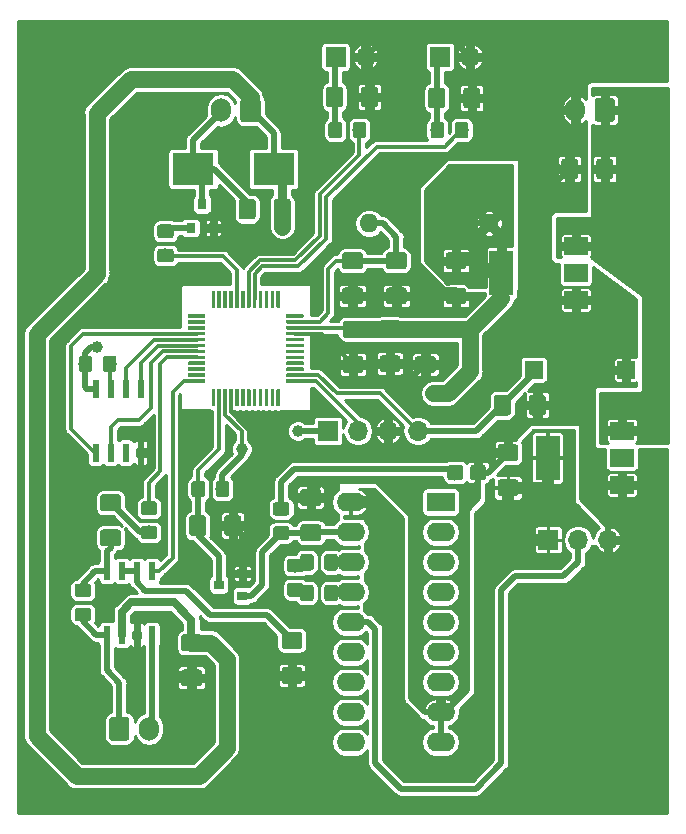
<source format=gbr>
G04 #@! TF.GenerationSoftware,KiCad,Pcbnew,(5.0.2-5)-5*
G04 #@! TF.CreationDate,2020-06-29T13:05:35+07:00*
G04 #@! TF.ProjectId,pelenka,70656c65-6e6b-4612-9e6b-696361645f70,rev?*
G04 #@! TF.SameCoordinates,Original*
G04 #@! TF.FileFunction,Copper,L1,Top*
G04 #@! TF.FilePolarity,Positive*
%FSLAX46Y46*%
G04 Gerber Fmt 4.6, Leading zero omitted, Abs format (unit mm)*
G04 Created by KiCad (PCBNEW (5.0.2-5)-5) date понедельник, 29 июня 2020 г., 13:05:35*
%MOMM*%
%LPD*%
G01*
G04 APERTURE LIST*
G04 #@! TA.AperFunction,Conductor*
%ADD10C,0.100000*%
G04 #@! TD*
G04 #@! TA.AperFunction,SMDPad,CuDef*
%ADD11C,1.150000*%
G04 #@! TD*
G04 #@! TA.AperFunction,SMDPad,CuDef*
%ADD12C,1.300000*%
G04 #@! TD*
G04 #@! TA.AperFunction,SMDPad,CuDef*
%ADD13C,0.300000*%
G04 #@! TD*
G04 #@! TA.AperFunction,SMDPad,CuDef*
%ADD14C,1.425000*%
G04 #@! TD*
G04 #@! TA.AperFunction,SMDPad,CuDef*
%ADD15R,3.500000X2.700000*%
G04 #@! TD*
G04 #@! TA.AperFunction,ComponentPad*
%ADD16R,2.400000X1.600000*%
G04 #@! TD*
G04 #@! TA.AperFunction,ComponentPad*
%ADD17O,2.400000X1.600000*%
G04 #@! TD*
G04 #@! TA.AperFunction,SMDPad,CuDef*
%ADD18R,0.600000X1.550000*%
G04 #@! TD*
G04 #@! TA.AperFunction,ComponentPad*
%ADD19O,1.700000X2.000000*%
G04 #@! TD*
G04 #@! TA.AperFunction,ComponentPad*
%ADD20C,1.700000*%
G04 #@! TD*
G04 #@! TA.AperFunction,ComponentPad*
%ADD21R,1.700000X1.700000*%
G04 #@! TD*
G04 #@! TA.AperFunction,ComponentPad*
%ADD22O,1.700000X1.700000*%
G04 #@! TD*
G04 #@! TA.AperFunction,ComponentPad*
%ADD23C,1.600000*%
G04 #@! TD*
G04 #@! TA.AperFunction,ComponentPad*
%ADD24O,1.600000X1.600000*%
G04 #@! TD*
G04 #@! TA.AperFunction,SMDPad,CuDef*
%ADD25R,0.800000X0.900000*%
G04 #@! TD*
G04 #@! TA.AperFunction,SMDPad,CuDef*
%ADD26R,0.900000X0.800000*%
G04 #@! TD*
G04 #@! TA.AperFunction,SMDPad,CuDef*
%ADD27R,1.500000X1.500000*%
G04 #@! TD*
G04 #@! TA.AperFunction,SMDPad,CuDef*
%ADD28R,2.000000X1.500000*%
G04 #@! TD*
G04 #@! TA.AperFunction,SMDPad,CuDef*
%ADD29R,2.000000X3.800000*%
G04 #@! TD*
G04 #@! TA.AperFunction,ViaPad*
%ADD30C,1.000000*%
G04 #@! TD*
G04 #@! TA.AperFunction,Conductor*
%ADD31C,0.500000*%
G04 #@! TD*
G04 #@! TA.AperFunction,Conductor*
%ADD32C,0.300000*%
G04 #@! TD*
G04 #@! TA.AperFunction,Conductor*
%ADD33C,0.800000*%
G04 #@! TD*
G04 #@! TA.AperFunction,Conductor*
%ADD34C,1.400000*%
G04 #@! TD*
G04 #@! TA.AperFunction,Conductor*
%ADD35C,0.700000*%
G04 #@! TD*
G04 #@! TA.AperFunction,Conductor*
%ADD36C,1.000000*%
G04 #@! TD*
G04 #@! TA.AperFunction,Conductor*
%ADD37C,0.254000*%
G04 #@! TD*
G04 APERTURE END LIST*
D10*
G04 #@! TO.N,Net-(C15-Pad1)*
G04 #@! TO.C,R9*
G36*
X79274505Y-101251204D02*
X79298773Y-101254804D01*
X79322572Y-101260765D01*
X79345671Y-101269030D01*
X79367850Y-101279520D01*
X79388893Y-101292132D01*
X79408599Y-101306747D01*
X79426777Y-101323223D01*
X79443253Y-101341401D01*
X79457868Y-101361107D01*
X79470480Y-101382150D01*
X79480970Y-101404329D01*
X79489235Y-101427428D01*
X79495196Y-101451227D01*
X79498796Y-101475495D01*
X79500000Y-101499999D01*
X79500000Y-102150001D01*
X79498796Y-102174505D01*
X79495196Y-102198773D01*
X79489235Y-102222572D01*
X79480970Y-102245671D01*
X79470480Y-102267850D01*
X79457868Y-102288893D01*
X79443253Y-102308599D01*
X79426777Y-102326777D01*
X79408599Y-102343253D01*
X79388893Y-102357868D01*
X79367850Y-102370480D01*
X79345671Y-102380970D01*
X79322572Y-102389235D01*
X79298773Y-102395196D01*
X79274505Y-102398796D01*
X79250001Y-102400000D01*
X78349999Y-102400000D01*
X78325495Y-102398796D01*
X78301227Y-102395196D01*
X78277428Y-102389235D01*
X78254329Y-102380970D01*
X78232150Y-102370480D01*
X78211107Y-102357868D01*
X78191401Y-102343253D01*
X78173223Y-102326777D01*
X78156747Y-102308599D01*
X78142132Y-102288893D01*
X78129520Y-102267850D01*
X78119030Y-102245671D01*
X78110765Y-102222572D01*
X78104804Y-102198773D01*
X78101204Y-102174505D01*
X78100000Y-102150001D01*
X78100000Y-101499999D01*
X78101204Y-101475495D01*
X78104804Y-101451227D01*
X78110765Y-101427428D01*
X78119030Y-101404329D01*
X78129520Y-101382150D01*
X78142132Y-101361107D01*
X78156747Y-101341401D01*
X78173223Y-101323223D01*
X78191401Y-101306747D01*
X78211107Y-101292132D01*
X78232150Y-101279520D01*
X78254329Y-101269030D01*
X78277428Y-101260765D01*
X78301227Y-101254804D01*
X78325495Y-101251204D01*
X78349999Y-101250000D01*
X79250001Y-101250000D01*
X79274505Y-101251204D01*
X79274505Y-101251204D01*
G37*
D11*
G04 #@! TD*
G04 #@! TO.P,R9,1*
G04 #@! TO.N,Net-(C15-Pad1)*
X78800000Y-101825000D03*
D10*
G04 #@! TO.N,Net-(D4-Pad2)*
G04 #@! TO.C,R9*
G36*
X79274505Y-99201204D02*
X79298773Y-99204804D01*
X79322572Y-99210765D01*
X79345671Y-99219030D01*
X79367850Y-99229520D01*
X79388893Y-99242132D01*
X79408599Y-99256747D01*
X79426777Y-99273223D01*
X79443253Y-99291401D01*
X79457868Y-99311107D01*
X79470480Y-99332150D01*
X79480970Y-99354329D01*
X79489235Y-99377428D01*
X79495196Y-99401227D01*
X79498796Y-99425495D01*
X79500000Y-99449999D01*
X79500000Y-100100001D01*
X79498796Y-100124505D01*
X79495196Y-100148773D01*
X79489235Y-100172572D01*
X79480970Y-100195671D01*
X79470480Y-100217850D01*
X79457868Y-100238893D01*
X79443253Y-100258599D01*
X79426777Y-100276777D01*
X79408599Y-100293253D01*
X79388893Y-100307868D01*
X79367850Y-100320480D01*
X79345671Y-100330970D01*
X79322572Y-100339235D01*
X79298773Y-100345196D01*
X79274505Y-100348796D01*
X79250001Y-100350000D01*
X78349999Y-100350000D01*
X78325495Y-100348796D01*
X78301227Y-100345196D01*
X78277428Y-100339235D01*
X78254329Y-100330970D01*
X78232150Y-100320480D01*
X78211107Y-100307868D01*
X78191401Y-100293253D01*
X78173223Y-100276777D01*
X78156747Y-100258599D01*
X78142132Y-100238893D01*
X78129520Y-100217850D01*
X78119030Y-100195671D01*
X78110765Y-100172572D01*
X78104804Y-100148773D01*
X78101204Y-100124505D01*
X78100000Y-100100001D01*
X78100000Y-99449999D01*
X78101204Y-99425495D01*
X78104804Y-99401227D01*
X78110765Y-99377428D01*
X78119030Y-99354329D01*
X78129520Y-99332150D01*
X78142132Y-99311107D01*
X78156747Y-99291401D01*
X78173223Y-99273223D01*
X78191401Y-99256747D01*
X78211107Y-99242132D01*
X78232150Y-99229520D01*
X78254329Y-99219030D01*
X78277428Y-99210765D01*
X78301227Y-99204804D01*
X78325495Y-99201204D01*
X78349999Y-99200000D01*
X79250001Y-99200000D01*
X79274505Y-99201204D01*
X79274505Y-99201204D01*
G37*
D11*
G04 #@! TD*
G04 #@! TO.P,R9,2*
G04 #@! TO.N,Net-(D4-Pad2)*
X78800000Y-99775000D03*
D10*
G04 #@! TO.N,GND*
G04 #@! TO.C,D4*
G36*
X95899504Y-96051204D02*
X95923773Y-96054804D01*
X95947571Y-96060765D01*
X95970671Y-96069030D01*
X95992849Y-96079520D01*
X96013893Y-96092133D01*
X96033598Y-96106747D01*
X96051777Y-96123223D01*
X96068253Y-96141402D01*
X96082867Y-96161107D01*
X96095480Y-96182151D01*
X96105970Y-96204329D01*
X96114235Y-96227429D01*
X96120196Y-96251227D01*
X96123796Y-96275496D01*
X96125000Y-96300000D01*
X96125000Y-97100000D01*
X96123796Y-97124504D01*
X96120196Y-97148773D01*
X96114235Y-97172571D01*
X96105970Y-97195671D01*
X96095480Y-97217849D01*
X96082867Y-97238893D01*
X96068253Y-97258598D01*
X96051777Y-97276777D01*
X96033598Y-97293253D01*
X96013893Y-97307867D01*
X95992849Y-97320480D01*
X95970671Y-97330970D01*
X95947571Y-97339235D01*
X95923773Y-97345196D01*
X95899504Y-97348796D01*
X95875000Y-97350000D01*
X95050000Y-97350000D01*
X95025496Y-97348796D01*
X95001227Y-97345196D01*
X94977429Y-97339235D01*
X94954329Y-97330970D01*
X94932151Y-97320480D01*
X94911107Y-97307867D01*
X94891402Y-97293253D01*
X94873223Y-97276777D01*
X94856747Y-97258598D01*
X94842133Y-97238893D01*
X94829520Y-97217849D01*
X94819030Y-97195671D01*
X94810765Y-97172571D01*
X94804804Y-97148773D01*
X94801204Y-97124504D01*
X94800000Y-97100000D01*
X94800000Y-96300000D01*
X94801204Y-96275496D01*
X94804804Y-96251227D01*
X94810765Y-96227429D01*
X94819030Y-96204329D01*
X94829520Y-96182151D01*
X94842133Y-96161107D01*
X94856747Y-96141402D01*
X94873223Y-96123223D01*
X94891402Y-96106747D01*
X94911107Y-96092133D01*
X94932151Y-96079520D01*
X94954329Y-96069030D01*
X94977429Y-96060765D01*
X95001227Y-96054804D01*
X95025496Y-96051204D01*
X95050000Y-96050000D01*
X95875000Y-96050000D01*
X95899504Y-96051204D01*
X95899504Y-96051204D01*
G37*
D12*
G04 #@! TD*
G04 #@! TO.P,D4,1*
G04 #@! TO.N,GND*
X95462500Y-96700000D03*
D10*
G04 #@! TO.N,Net-(D4-Pad2)*
G04 #@! TO.C,D4*
G36*
X93974504Y-96051204D02*
X93998773Y-96054804D01*
X94022571Y-96060765D01*
X94045671Y-96069030D01*
X94067849Y-96079520D01*
X94088893Y-96092133D01*
X94108598Y-96106747D01*
X94126777Y-96123223D01*
X94143253Y-96141402D01*
X94157867Y-96161107D01*
X94170480Y-96182151D01*
X94180970Y-96204329D01*
X94189235Y-96227429D01*
X94195196Y-96251227D01*
X94198796Y-96275496D01*
X94200000Y-96300000D01*
X94200000Y-97100000D01*
X94198796Y-97124504D01*
X94195196Y-97148773D01*
X94189235Y-97172571D01*
X94180970Y-97195671D01*
X94170480Y-97217849D01*
X94157867Y-97238893D01*
X94143253Y-97258598D01*
X94126777Y-97276777D01*
X94108598Y-97293253D01*
X94088893Y-97307867D01*
X94067849Y-97320480D01*
X94045671Y-97330970D01*
X94022571Y-97339235D01*
X93998773Y-97345196D01*
X93974504Y-97348796D01*
X93950000Y-97350000D01*
X93125000Y-97350000D01*
X93100496Y-97348796D01*
X93076227Y-97345196D01*
X93052429Y-97339235D01*
X93029329Y-97330970D01*
X93007151Y-97320480D01*
X92986107Y-97307867D01*
X92966402Y-97293253D01*
X92948223Y-97276777D01*
X92931747Y-97258598D01*
X92917133Y-97238893D01*
X92904520Y-97217849D01*
X92894030Y-97195671D01*
X92885765Y-97172571D01*
X92879804Y-97148773D01*
X92876204Y-97124504D01*
X92875000Y-97100000D01*
X92875000Y-96300000D01*
X92876204Y-96275496D01*
X92879804Y-96251227D01*
X92885765Y-96227429D01*
X92894030Y-96204329D01*
X92904520Y-96182151D01*
X92917133Y-96161107D01*
X92931747Y-96141402D01*
X92948223Y-96123223D01*
X92966402Y-96106747D01*
X92986107Y-96092133D01*
X93007151Y-96079520D01*
X93029329Y-96069030D01*
X93052429Y-96060765D01*
X93076227Y-96054804D01*
X93100496Y-96051204D01*
X93125000Y-96050000D01*
X93950000Y-96050000D01*
X93974504Y-96051204D01*
X93974504Y-96051204D01*
G37*
D12*
G04 #@! TD*
G04 #@! TO.P,D4,2*
G04 #@! TO.N,Net-(D4-Pad2)*
X93537500Y-96700000D03*
D10*
G04 #@! TO.N,Net-(D1-Pad48)*
G04 #@! TO.C,D1*
G36*
X78632351Y-89625361D02*
X78639632Y-89626441D01*
X78646771Y-89628229D01*
X78653701Y-89630709D01*
X78660355Y-89633856D01*
X78666668Y-89637640D01*
X78672579Y-89642024D01*
X78678033Y-89646967D01*
X78682976Y-89652421D01*
X78687360Y-89658332D01*
X78691144Y-89664645D01*
X78694291Y-89671299D01*
X78696771Y-89678229D01*
X78698559Y-89685368D01*
X78699639Y-89692649D01*
X78700000Y-89700000D01*
X78700000Y-91025000D01*
X78699639Y-91032351D01*
X78698559Y-91039632D01*
X78696771Y-91046771D01*
X78694291Y-91053701D01*
X78691144Y-91060355D01*
X78687360Y-91066668D01*
X78682976Y-91072579D01*
X78678033Y-91078033D01*
X78672579Y-91082976D01*
X78666668Y-91087360D01*
X78660355Y-91091144D01*
X78653701Y-91094291D01*
X78646771Y-91096771D01*
X78639632Y-91098559D01*
X78632351Y-91099639D01*
X78625000Y-91100000D01*
X78475000Y-91100000D01*
X78467649Y-91099639D01*
X78460368Y-91098559D01*
X78453229Y-91096771D01*
X78446299Y-91094291D01*
X78439645Y-91091144D01*
X78433332Y-91087360D01*
X78427421Y-91082976D01*
X78421967Y-91078033D01*
X78417024Y-91072579D01*
X78412640Y-91066668D01*
X78408856Y-91060355D01*
X78405709Y-91053701D01*
X78403229Y-91046771D01*
X78401441Y-91039632D01*
X78400361Y-91032351D01*
X78400000Y-91025000D01*
X78400000Y-89700000D01*
X78400361Y-89692649D01*
X78401441Y-89685368D01*
X78403229Y-89678229D01*
X78405709Y-89671299D01*
X78408856Y-89664645D01*
X78412640Y-89658332D01*
X78417024Y-89652421D01*
X78421967Y-89646967D01*
X78427421Y-89642024D01*
X78433332Y-89637640D01*
X78439645Y-89633856D01*
X78446299Y-89630709D01*
X78453229Y-89628229D01*
X78460368Y-89626441D01*
X78467649Y-89625361D01*
X78475000Y-89625000D01*
X78625000Y-89625000D01*
X78632351Y-89625361D01*
X78632351Y-89625361D01*
G37*
D13*
G04 #@! TD*
G04 #@! TO.P,D1,48*
G04 #@! TO.N,Net-(D1-Pad48)*
X78550000Y-90362500D03*
D10*
G04 #@! TO.N,Net-(D1-Pad47)*
G04 #@! TO.C,D1*
G36*
X78132351Y-89625361D02*
X78139632Y-89626441D01*
X78146771Y-89628229D01*
X78153701Y-89630709D01*
X78160355Y-89633856D01*
X78166668Y-89637640D01*
X78172579Y-89642024D01*
X78178033Y-89646967D01*
X78182976Y-89652421D01*
X78187360Y-89658332D01*
X78191144Y-89664645D01*
X78194291Y-89671299D01*
X78196771Y-89678229D01*
X78198559Y-89685368D01*
X78199639Y-89692649D01*
X78200000Y-89700000D01*
X78200000Y-91025000D01*
X78199639Y-91032351D01*
X78198559Y-91039632D01*
X78196771Y-91046771D01*
X78194291Y-91053701D01*
X78191144Y-91060355D01*
X78187360Y-91066668D01*
X78182976Y-91072579D01*
X78178033Y-91078033D01*
X78172579Y-91082976D01*
X78166668Y-91087360D01*
X78160355Y-91091144D01*
X78153701Y-91094291D01*
X78146771Y-91096771D01*
X78139632Y-91098559D01*
X78132351Y-91099639D01*
X78125000Y-91100000D01*
X77975000Y-91100000D01*
X77967649Y-91099639D01*
X77960368Y-91098559D01*
X77953229Y-91096771D01*
X77946299Y-91094291D01*
X77939645Y-91091144D01*
X77933332Y-91087360D01*
X77927421Y-91082976D01*
X77921967Y-91078033D01*
X77917024Y-91072579D01*
X77912640Y-91066668D01*
X77908856Y-91060355D01*
X77905709Y-91053701D01*
X77903229Y-91046771D01*
X77901441Y-91039632D01*
X77900361Y-91032351D01*
X77900000Y-91025000D01*
X77900000Y-89700000D01*
X77900361Y-89692649D01*
X77901441Y-89685368D01*
X77903229Y-89678229D01*
X77905709Y-89671299D01*
X77908856Y-89664645D01*
X77912640Y-89658332D01*
X77917024Y-89652421D01*
X77921967Y-89646967D01*
X77927421Y-89642024D01*
X77933332Y-89637640D01*
X77939645Y-89633856D01*
X77946299Y-89630709D01*
X77953229Y-89628229D01*
X77960368Y-89626441D01*
X77967649Y-89625361D01*
X77975000Y-89625000D01*
X78125000Y-89625000D01*
X78132351Y-89625361D01*
X78132351Y-89625361D01*
G37*
D13*
G04 #@! TD*
G04 #@! TO.P,D1,47*
G04 #@! TO.N,Net-(D1-Pad47)*
X78050000Y-90362500D03*
D10*
G04 #@! TO.N,Net-(D1-Pad46)*
G04 #@! TO.C,D1*
G36*
X77632351Y-89625361D02*
X77639632Y-89626441D01*
X77646771Y-89628229D01*
X77653701Y-89630709D01*
X77660355Y-89633856D01*
X77666668Y-89637640D01*
X77672579Y-89642024D01*
X77678033Y-89646967D01*
X77682976Y-89652421D01*
X77687360Y-89658332D01*
X77691144Y-89664645D01*
X77694291Y-89671299D01*
X77696771Y-89678229D01*
X77698559Y-89685368D01*
X77699639Y-89692649D01*
X77700000Y-89700000D01*
X77700000Y-91025000D01*
X77699639Y-91032351D01*
X77698559Y-91039632D01*
X77696771Y-91046771D01*
X77694291Y-91053701D01*
X77691144Y-91060355D01*
X77687360Y-91066668D01*
X77682976Y-91072579D01*
X77678033Y-91078033D01*
X77672579Y-91082976D01*
X77666668Y-91087360D01*
X77660355Y-91091144D01*
X77653701Y-91094291D01*
X77646771Y-91096771D01*
X77639632Y-91098559D01*
X77632351Y-91099639D01*
X77625000Y-91100000D01*
X77475000Y-91100000D01*
X77467649Y-91099639D01*
X77460368Y-91098559D01*
X77453229Y-91096771D01*
X77446299Y-91094291D01*
X77439645Y-91091144D01*
X77433332Y-91087360D01*
X77427421Y-91082976D01*
X77421967Y-91078033D01*
X77417024Y-91072579D01*
X77412640Y-91066668D01*
X77408856Y-91060355D01*
X77405709Y-91053701D01*
X77403229Y-91046771D01*
X77401441Y-91039632D01*
X77400361Y-91032351D01*
X77400000Y-91025000D01*
X77400000Y-89700000D01*
X77400361Y-89692649D01*
X77401441Y-89685368D01*
X77403229Y-89678229D01*
X77405709Y-89671299D01*
X77408856Y-89664645D01*
X77412640Y-89658332D01*
X77417024Y-89652421D01*
X77421967Y-89646967D01*
X77427421Y-89642024D01*
X77433332Y-89637640D01*
X77439645Y-89633856D01*
X77446299Y-89630709D01*
X77453229Y-89628229D01*
X77460368Y-89626441D01*
X77467649Y-89625361D01*
X77475000Y-89625000D01*
X77625000Y-89625000D01*
X77632351Y-89625361D01*
X77632351Y-89625361D01*
G37*
D13*
G04 #@! TD*
G04 #@! TO.P,D1,46*
G04 #@! TO.N,Net-(D1-Pad46)*
X77550000Y-90362500D03*
D10*
G04 #@! TO.N,Net-(D1-Pad45)*
G04 #@! TO.C,D1*
G36*
X77132351Y-89625361D02*
X77139632Y-89626441D01*
X77146771Y-89628229D01*
X77153701Y-89630709D01*
X77160355Y-89633856D01*
X77166668Y-89637640D01*
X77172579Y-89642024D01*
X77178033Y-89646967D01*
X77182976Y-89652421D01*
X77187360Y-89658332D01*
X77191144Y-89664645D01*
X77194291Y-89671299D01*
X77196771Y-89678229D01*
X77198559Y-89685368D01*
X77199639Y-89692649D01*
X77200000Y-89700000D01*
X77200000Y-91025000D01*
X77199639Y-91032351D01*
X77198559Y-91039632D01*
X77196771Y-91046771D01*
X77194291Y-91053701D01*
X77191144Y-91060355D01*
X77187360Y-91066668D01*
X77182976Y-91072579D01*
X77178033Y-91078033D01*
X77172579Y-91082976D01*
X77166668Y-91087360D01*
X77160355Y-91091144D01*
X77153701Y-91094291D01*
X77146771Y-91096771D01*
X77139632Y-91098559D01*
X77132351Y-91099639D01*
X77125000Y-91100000D01*
X76975000Y-91100000D01*
X76967649Y-91099639D01*
X76960368Y-91098559D01*
X76953229Y-91096771D01*
X76946299Y-91094291D01*
X76939645Y-91091144D01*
X76933332Y-91087360D01*
X76927421Y-91082976D01*
X76921967Y-91078033D01*
X76917024Y-91072579D01*
X76912640Y-91066668D01*
X76908856Y-91060355D01*
X76905709Y-91053701D01*
X76903229Y-91046771D01*
X76901441Y-91039632D01*
X76900361Y-91032351D01*
X76900000Y-91025000D01*
X76900000Y-89700000D01*
X76900361Y-89692649D01*
X76901441Y-89685368D01*
X76903229Y-89678229D01*
X76905709Y-89671299D01*
X76908856Y-89664645D01*
X76912640Y-89658332D01*
X76917024Y-89652421D01*
X76921967Y-89646967D01*
X76927421Y-89642024D01*
X76933332Y-89637640D01*
X76939645Y-89633856D01*
X76946299Y-89630709D01*
X76953229Y-89628229D01*
X76960368Y-89626441D01*
X76967649Y-89625361D01*
X76975000Y-89625000D01*
X77125000Y-89625000D01*
X77132351Y-89625361D01*
X77132351Y-89625361D01*
G37*
D13*
G04 #@! TD*
G04 #@! TO.P,D1,45*
G04 #@! TO.N,Net-(D1-Pad45)*
X77050000Y-90362500D03*
D10*
G04 #@! TO.N,Net-(D1-Pad44)*
G04 #@! TO.C,D1*
G36*
X76632351Y-89625361D02*
X76639632Y-89626441D01*
X76646771Y-89628229D01*
X76653701Y-89630709D01*
X76660355Y-89633856D01*
X76666668Y-89637640D01*
X76672579Y-89642024D01*
X76678033Y-89646967D01*
X76682976Y-89652421D01*
X76687360Y-89658332D01*
X76691144Y-89664645D01*
X76694291Y-89671299D01*
X76696771Y-89678229D01*
X76698559Y-89685368D01*
X76699639Y-89692649D01*
X76700000Y-89700000D01*
X76700000Y-91025000D01*
X76699639Y-91032351D01*
X76698559Y-91039632D01*
X76696771Y-91046771D01*
X76694291Y-91053701D01*
X76691144Y-91060355D01*
X76687360Y-91066668D01*
X76682976Y-91072579D01*
X76678033Y-91078033D01*
X76672579Y-91082976D01*
X76666668Y-91087360D01*
X76660355Y-91091144D01*
X76653701Y-91094291D01*
X76646771Y-91096771D01*
X76639632Y-91098559D01*
X76632351Y-91099639D01*
X76625000Y-91100000D01*
X76475000Y-91100000D01*
X76467649Y-91099639D01*
X76460368Y-91098559D01*
X76453229Y-91096771D01*
X76446299Y-91094291D01*
X76439645Y-91091144D01*
X76433332Y-91087360D01*
X76427421Y-91082976D01*
X76421967Y-91078033D01*
X76417024Y-91072579D01*
X76412640Y-91066668D01*
X76408856Y-91060355D01*
X76405709Y-91053701D01*
X76403229Y-91046771D01*
X76401441Y-91039632D01*
X76400361Y-91032351D01*
X76400000Y-91025000D01*
X76400000Y-89700000D01*
X76400361Y-89692649D01*
X76401441Y-89685368D01*
X76403229Y-89678229D01*
X76405709Y-89671299D01*
X76408856Y-89664645D01*
X76412640Y-89658332D01*
X76417024Y-89652421D01*
X76421967Y-89646967D01*
X76427421Y-89642024D01*
X76433332Y-89637640D01*
X76439645Y-89633856D01*
X76446299Y-89630709D01*
X76453229Y-89628229D01*
X76460368Y-89626441D01*
X76467649Y-89625361D01*
X76475000Y-89625000D01*
X76625000Y-89625000D01*
X76632351Y-89625361D01*
X76632351Y-89625361D01*
G37*
D13*
G04 #@! TD*
G04 #@! TO.P,D1,44*
G04 #@! TO.N,Net-(D1-Pad44)*
X76550000Y-90362500D03*
D10*
G04 #@! TO.N,Net-(D1-Pad43)*
G04 #@! TO.C,D1*
G36*
X76132351Y-89625361D02*
X76139632Y-89626441D01*
X76146771Y-89628229D01*
X76153701Y-89630709D01*
X76160355Y-89633856D01*
X76166668Y-89637640D01*
X76172579Y-89642024D01*
X76178033Y-89646967D01*
X76182976Y-89652421D01*
X76187360Y-89658332D01*
X76191144Y-89664645D01*
X76194291Y-89671299D01*
X76196771Y-89678229D01*
X76198559Y-89685368D01*
X76199639Y-89692649D01*
X76200000Y-89700000D01*
X76200000Y-91025000D01*
X76199639Y-91032351D01*
X76198559Y-91039632D01*
X76196771Y-91046771D01*
X76194291Y-91053701D01*
X76191144Y-91060355D01*
X76187360Y-91066668D01*
X76182976Y-91072579D01*
X76178033Y-91078033D01*
X76172579Y-91082976D01*
X76166668Y-91087360D01*
X76160355Y-91091144D01*
X76153701Y-91094291D01*
X76146771Y-91096771D01*
X76139632Y-91098559D01*
X76132351Y-91099639D01*
X76125000Y-91100000D01*
X75975000Y-91100000D01*
X75967649Y-91099639D01*
X75960368Y-91098559D01*
X75953229Y-91096771D01*
X75946299Y-91094291D01*
X75939645Y-91091144D01*
X75933332Y-91087360D01*
X75927421Y-91082976D01*
X75921967Y-91078033D01*
X75917024Y-91072579D01*
X75912640Y-91066668D01*
X75908856Y-91060355D01*
X75905709Y-91053701D01*
X75903229Y-91046771D01*
X75901441Y-91039632D01*
X75900361Y-91032351D01*
X75900000Y-91025000D01*
X75900000Y-89700000D01*
X75900361Y-89692649D01*
X75901441Y-89685368D01*
X75903229Y-89678229D01*
X75905709Y-89671299D01*
X75908856Y-89664645D01*
X75912640Y-89658332D01*
X75917024Y-89652421D01*
X75921967Y-89646967D01*
X75927421Y-89642024D01*
X75933332Y-89637640D01*
X75939645Y-89633856D01*
X75946299Y-89630709D01*
X75953229Y-89628229D01*
X75960368Y-89626441D01*
X75967649Y-89625361D01*
X75975000Y-89625000D01*
X76125000Y-89625000D01*
X76132351Y-89625361D01*
X76132351Y-89625361D01*
G37*
D13*
G04 #@! TD*
G04 #@! TO.P,D1,43*
G04 #@! TO.N,Net-(D1-Pad43)*
X76050000Y-90362500D03*
D10*
G04 #@! TO.N,Net-(D1-Pad42)*
G04 #@! TO.C,D1*
G36*
X75632351Y-89625361D02*
X75639632Y-89626441D01*
X75646771Y-89628229D01*
X75653701Y-89630709D01*
X75660355Y-89633856D01*
X75666668Y-89637640D01*
X75672579Y-89642024D01*
X75678033Y-89646967D01*
X75682976Y-89652421D01*
X75687360Y-89658332D01*
X75691144Y-89664645D01*
X75694291Y-89671299D01*
X75696771Y-89678229D01*
X75698559Y-89685368D01*
X75699639Y-89692649D01*
X75700000Y-89700000D01*
X75700000Y-91025000D01*
X75699639Y-91032351D01*
X75698559Y-91039632D01*
X75696771Y-91046771D01*
X75694291Y-91053701D01*
X75691144Y-91060355D01*
X75687360Y-91066668D01*
X75682976Y-91072579D01*
X75678033Y-91078033D01*
X75672579Y-91082976D01*
X75666668Y-91087360D01*
X75660355Y-91091144D01*
X75653701Y-91094291D01*
X75646771Y-91096771D01*
X75639632Y-91098559D01*
X75632351Y-91099639D01*
X75625000Y-91100000D01*
X75475000Y-91100000D01*
X75467649Y-91099639D01*
X75460368Y-91098559D01*
X75453229Y-91096771D01*
X75446299Y-91094291D01*
X75439645Y-91091144D01*
X75433332Y-91087360D01*
X75427421Y-91082976D01*
X75421967Y-91078033D01*
X75417024Y-91072579D01*
X75412640Y-91066668D01*
X75408856Y-91060355D01*
X75405709Y-91053701D01*
X75403229Y-91046771D01*
X75401441Y-91039632D01*
X75400361Y-91032351D01*
X75400000Y-91025000D01*
X75400000Y-89700000D01*
X75400361Y-89692649D01*
X75401441Y-89685368D01*
X75403229Y-89678229D01*
X75405709Y-89671299D01*
X75408856Y-89664645D01*
X75412640Y-89658332D01*
X75417024Y-89652421D01*
X75421967Y-89646967D01*
X75427421Y-89642024D01*
X75433332Y-89637640D01*
X75439645Y-89633856D01*
X75446299Y-89630709D01*
X75453229Y-89628229D01*
X75460368Y-89626441D01*
X75467649Y-89625361D01*
X75475000Y-89625000D01*
X75625000Y-89625000D01*
X75632351Y-89625361D01*
X75632351Y-89625361D01*
G37*
D13*
G04 #@! TD*
G04 #@! TO.P,D1,42*
G04 #@! TO.N,Net-(D1-Pad42)*
X75550000Y-90362500D03*
D10*
G04 #@! TO.N,Net-(D1-Pad41)*
G04 #@! TO.C,D1*
G36*
X75132351Y-89625361D02*
X75139632Y-89626441D01*
X75146771Y-89628229D01*
X75153701Y-89630709D01*
X75160355Y-89633856D01*
X75166668Y-89637640D01*
X75172579Y-89642024D01*
X75178033Y-89646967D01*
X75182976Y-89652421D01*
X75187360Y-89658332D01*
X75191144Y-89664645D01*
X75194291Y-89671299D01*
X75196771Y-89678229D01*
X75198559Y-89685368D01*
X75199639Y-89692649D01*
X75200000Y-89700000D01*
X75200000Y-91025000D01*
X75199639Y-91032351D01*
X75198559Y-91039632D01*
X75196771Y-91046771D01*
X75194291Y-91053701D01*
X75191144Y-91060355D01*
X75187360Y-91066668D01*
X75182976Y-91072579D01*
X75178033Y-91078033D01*
X75172579Y-91082976D01*
X75166668Y-91087360D01*
X75160355Y-91091144D01*
X75153701Y-91094291D01*
X75146771Y-91096771D01*
X75139632Y-91098559D01*
X75132351Y-91099639D01*
X75125000Y-91100000D01*
X74975000Y-91100000D01*
X74967649Y-91099639D01*
X74960368Y-91098559D01*
X74953229Y-91096771D01*
X74946299Y-91094291D01*
X74939645Y-91091144D01*
X74933332Y-91087360D01*
X74927421Y-91082976D01*
X74921967Y-91078033D01*
X74917024Y-91072579D01*
X74912640Y-91066668D01*
X74908856Y-91060355D01*
X74905709Y-91053701D01*
X74903229Y-91046771D01*
X74901441Y-91039632D01*
X74900361Y-91032351D01*
X74900000Y-91025000D01*
X74900000Y-89700000D01*
X74900361Y-89692649D01*
X74901441Y-89685368D01*
X74903229Y-89678229D01*
X74905709Y-89671299D01*
X74908856Y-89664645D01*
X74912640Y-89658332D01*
X74917024Y-89652421D01*
X74921967Y-89646967D01*
X74927421Y-89642024D01*
X74933332Y-89637640D01*
X74939645Y-89633856D01*
X74946299Y-89630709D01*
X74953229Y-89628229D01*
X74960368Y-89626441D01*
X74967649Y-89625361D01*
X74975000Y-89625000D01*
X75125000Y-89625000D01*
X75132351Y-89625361D01*
X75132351Y-89625361D01*
G37*
D13*
G04 #@! TD*
G04 #@! TO.P,D1,41*
G04 #@! TO.N,Net-(D1-Pad41)*
X75050000Y-90362500D03*
D10*
G04 #@! TO.N,GND*
G04 #@! TO.C,D1*
G36*
X74632351Y-89625361D02*
X74639632Y-89626441D01*
X74646771Y-89628229D01*
X74653701Y-89630709D01*
X74660355Y-89633856D01*
X74666668Y-89637640D01*
X74672579Y-89642024D01*
X74678033Y-89646967D01*
X74682976Y-89652421D01*
X74687360Y-89658332D01*
X74691144Y-89664645D01*
X74694291Y-89671299D01*
X74696771Y-89678229D01*
X74698559Y-89685368D01*
X74699639Y-89692649D01*
X74700000Y-89700000D01*
X74700000Y-91025000D01*
X74699639Y-91032351D01*
X74698559Y-91039632D01*
X74696771Y-91046771D01*
X74694291Y-91053701D01*
X74691144Y-91060355D01*
X74687360Y-91066668D01*
X74682976Y-91072579D01*
X74678033Y-91078033D01*
X74672579Y-91082976D01*
X74666668Y-91087360D01*
X74660355Y-91091144D01*
X74653701Y-91094291D01*
X74646771Y-91096771D01*
X74639632Y-91098559D01*
X74632351Y-91099639D01*
X74625000Y-91100000D01*
X74475000Y-91100000D01*
X74467649Y-91099639D01*
X74460368Y-91098559D01*
X74453229Y-91096771D01*
X74446299Y-91094291D01*
X74439645Y-91091144D01*
X74433332Y-91087360D01*
X74427421Y-91082976D01*
X74421967Y-91078033D01*
X74417024Y-91072579D01*
X74412640Y-91066668D01*
X74408856Y-91060355D01*
X74405709Y-91053701D01*
X74403229Y-91046771D01*
X74401441Y-91039632D01*
X74400361Y-91032351D01*
X74400000Y-91025000D01*
X74400000Y-89700000D01*
X74400361Y-89692649D01*
X74401441Y-89685368D01*
X74403229Y-89678229D01*
X74405709Y-89671299D01*
X74408856Y-89664645D01*
X74412640Y-89658332D01*
X74417024Y-89652421D01*
X74421967Y-89646967D01*
X74427421Y-89642024D01*
X74433332Y-89637640D01*
X74439645Y-89633856D01*
X74446299Y-89630709D01*
X74453229Y-89628229D01*
X74460368Y-89626441D01*
X74467649Y-89625361D01*
X74475000Y-89625000D01*
X74625000Y-89625000D01*
X74632351Y-89625361D01*
X74632351Y-89625361D01*
G37*
D13*
G04 #@! TD*
G04 #@! TO.P,D1,40*
G04 #@! TO.N,GND*
X74550000Y-90362500D03*
D10*
G04 #@! TO.N,+3V3*
G04 #@! TO.C,D1*
G36*
X74132351Y-89625361D02*
X74139632Y-89626441D01*
X74146771Y-89628229D01*
X74153701Y-89630709D01*
X74160355Y-89633856D01*
X74166668Y-89637640D01*
X74172579Y-89642024D01*
X74178033Y-89646967D01*
X74182976Y-89652421D01*
X74187360Y-89658332D01*
X74191144Y-89664645D01*
X74194291Y-89671299D01*
X74196771Y-89678229D01*
X74198559Y-89685368D01*
X74199639Y-89692649D01*
X74200000Y-89700000D01*
X74200000Y-91025000D01*
X74199639Y-91032351D01*
X74198559Y-91039632D01*
X74196771Y-91046771D01*
X74194291Y-91053701D01*
X74191144Y-91060355D01*
X74187360Y-91066668D01*
X74182976Y-91072579D01*
X74178033Y-91078033D01*
X74172579Y-91082976D01*
X74166668Y-91087360D01*
X74160355Y-91091144D01*
X74153701Y-91094291D01*
X74146771Y-91096771D01*
X74139632Y-91098559D01*
X74132351Y-91099639D01*
X74125000Y-91100000D01*
X73975000Y-91100000D01*
X73967649Y-91099639D01*
X73960368Y-91098559D01*
X73953229Y-91096771D01*
X73946299Y-91094291D01*
X73939645Y-91091144D01*
X73933332Y-91087360D01*
X73927421Y-91082976D01*
X73921967Y-91078033D01*
X73917024Y-91072579D01*
X73912640Y-91066668D01*
X73908856Y-91060355D01*
X73905709Y-91053701D01*
X73903229Y-91046771D01*
X73901441Y-91039632D01*
X73900361Y-91032351D01*
X73900000Y-91025000D01*
X73900000Y-89700000D01*
X73900361Y-89692649D01*
X73901441Y-89685368D01*
X73903229Y-89678229D01*
X73905709Y-89671299D01*
X73908856Y-89664645D01*
X73912640Y-89658332D01*
X73917024Y-89652421D01*
X73921967Y-89646967D01*
X73927421Y-89642024D01*
X73933332Y-89637640D01*
X73939645Y-89633856D01*
X73946299Y-89630709D01*
X73953229Y-89628229D01*
X73960368Y-89626441D01*
X73967649Y-89625361D01*
X73975000Y-89625000D01*
X74125000Y-89625000D01*
X74132351Y-89625361D01*
X74132351Y-89625361D01*
G37*
D13*
G04 #@! TD*
G04 #@! TO.P,D1,39*
G04 #@! TO.N,+3V3*
X74050000Y-90362500D03*
D10*
G04 #@! TO.N,/VT*
G04 #@! TO.C,D1*
G36*
X73632351Y-89625361D02*
X73639632Y-89626441D01*
X73646771Y-89628229D01*
X73653701Y-89630709D01*
X73660355Y-89633856D01*
X73666668Y-89637640D01*
X73672579Y-89642024D01*
X73678033Y-89646967D01*
X73682976Y-89652421D01*
X73687360Y-89658332D01*
X73691144Y-89664645D01*
X73694291Y-89671299D01*
X73696771Y-89678229D01*
X73698559Y-89685368D01*
X73699639Y-89692649D01*
X73700000Y-89700000D01*
X73700000Y-91025000D01*
X73699639Y-91032351D01*
X73698559Y-91039632D01*
X73696771Y-91046771D01*
X73694291Y-91053701D01*
X73691144Y-91060355D01*
X73687360Y-91066668D01*
X73682976Y-91072579D01*
X73678033Y-91078033D01*
X73672579Y-91082976D01*
X73666668Y-91087360D01*
X73660355Y-91091144D01*
X73653701Y-91094291D01*
X73646771Y-91096771D01*
X73639632Y-91098559D01*
X73632351Y-91099639D01*
X73625000Y-91100000D01*
X73475000Y-91100000D01*
X73467649Y-91099639D01*
X73460368Y-91098559D01*
X73453229Y-91096771D01*
X73446299Y-91094291D01*
X73439645Y-91091144D01*
X73433332Y-91087360D01*
X73427421Y-91082976D01*
X73421967Y-91078033D01*
X73417024Y-91072579D01*
X73412640Y-91066668D01*
X73408856Y-91060355D01*
X73405709Y-91053701D01*
X73403229Y-91046771D01*
X73401441Y-91039632D01*
X73400361Y-91032351D01*
X73400000Y-91025000D01*
X73400000Y-89700000D01*
X73400361Y-89692649D01*
X73401441Y-89685368D01*
X73403229Y-89678229D01*
X73405709Y-89671299D01*
X73408856Y-89664645D01*
X73412640Y-89658332D01*
X73417024Y-89652421D01*
X73421967Y-89646967D01*
X73427421Y-89642024D01*
X73433332Y-89637640D01*
X73439645Y-89633856D01*
X73446299Y-89630709D01*
X73453229Y-89628229D01*
X73460368Y-89626441D01*
X73467649Y-89625361D01*
X73475000Y-89625000D01*
X73625000Y-89625000D01*
X73632351Y-89625361D01*
X73632351Y-89625361D01*
G37*
D13*
G04 #@! TD*
G04 #@! TO.P,D1,38*
G04 #@! TO.N,/VT*
X73550000Y-90362500D03*
D10*
G04 #@! TO.N,Net-(D1-Pad37)*
G04 #@! TO.C,D1*
G36*
X73132351Y-89625361D02*
X73139632Y-89626441D01*
X73146771Y-89628229D01*
X73153701Y-89630709D01*
X73160355Y-89633856D01*
X73166668Y-89637640D01*
X73172579Y-89642024D01*
X73178033Y-89646967D01*
X73182976Y-89652421D01*
X73187360Y-89658332D01*
X73191144Y-89664645D01*
X73194291Y-89671299D01*
X73196771Y-89678229D01*
X73198559Y-89685368D01*
X73199639Y-89692649D01*
X73200000Y-89700000D01*
X73200000Y-91025000D01*
X73199639Y-91032351D01*
X73198559Y-91039632D01*
X73196771Y-91046771D01*
X73194291Y-91053701D01*
X73191144Y-91060355D01*
X73187360Y-91066668D01*
X73182976Y-91072579D01*
X73178033Y-91078033D01*
X73172579Y-91082976D01*
X73166668Y-91087360D01*
X73160355Y-91091144D01*
X73153701Y-91094291D01*
X73146771Y-91096771D01*
X73139632Y-91098559D01*
X73132351Y-91099639D01*
X73125000Y-91100000D01*
X72975000Y-91100000D01*
X72967649Y-91099639D01*
X72960368Y-91098559D01*
X72953229Y-91096771D01*
X72946299Y-91094291D01*
X72939645Y-91091144D01*
X72933332Y-91087360D01*
X72927421Y-91082976D01*
X72921967Y-91078033D01*
X72917024Y-91072579D01*
X72912640Y-91066668D01*
X72908856Y-91060355D01*
X72905709Y-91053701D01*
X72903229Y-91046771D01*
X72901441Y-91039632D01*
X72900361Y-91032351D01*
X72900000Y-91025000D01*
X72900000Y-89700000D01*
X72900361Y-89692649D01*
X72901441Y-89685368D01*
X72903229Y-89678229D01*
X72905709Y-89671299D01*
X72908856Y-89664645D01*
X72912640Y-89658332D01*
X72917024Y-89652421D01*
X72921967Y-89646967D01*
X72927421Y-89642024D01*
X72933332Y-89637640D01*
X72939645Y-89633856D01*
X72946299Y-89630709D01*
X72953229Y-89628229D01*
X72960368Y-89626441D01*
X72967649Y-89625361D01*
X72975000Y-89625000D01*
X73125000Y-89625000D01*
X73132351Y-89625361D01*
X73132351Y-89625361D01*
G37*
D13*
G04 #@! TD*
G04 #@! TO.P,D1,37*
G04 #@! TO.N,Net-(D1-Pad37)*
X73050000Y-90362500D03*
D10*
G04 #@! TO.N,/SD*
G04 #@! TO.C,D1*
G36*
X72307351Y-88800361D02*
X72314632Y-88801441D01*
X72321771Y-88803229D01*
X72328701Y-88805709D01*
X72335355Y-88808856D01*
X72341668Y-88812640D01*
X72347579Y-88817024D01*
X72353033Y-88821967D01*
X72357976Y-88827421D01*
X72362360Y-88833332D01*
X72366144Y-88839645D01*
X72369291Y-88846299D01*
X72371771Y-88853229D01*
X72373559Y-88860368D01*
X72374639Y-88867649D01*
X72375000Y-88875000D01*
X72375000Y-89025000D01*
X72374639Y-89032351D01*
X72373559Y-89039632D01*
X72371771Y-89046771D01*
X72369291Y-89053701D01*
X72366144Y-89060355D01*
X72362360Y-89066668D01*
X72357976Y-89072579D01*
X72353033Y-89078033D01*
X72347579Y-89082976D01*
X72341668Y-89087360D01*
X72335355Y-89091144D01*
X72328701Y-89094291D01*
X72321771Y-89096771D01*
X72314632Y-89098559D01*
X72307351Y-89099639D01*
X72300000Y-89100000D01*
X70975000Y-89100000D01*
X70967649Y-89099639D01*
X70960368Y-89098559D01*
X70953229Y-89096771D01*
X70946299Y-89094291D01*
X70939645Y-89091144D01*
X70933332Y-89087360D01*
X70927421Y-89082976D01*
X70921967Y-89078033D01*
X70917024Y-89072579D01*
X70912640Y-89066668D01*
X70908856Y-89060355D01*
X70905709Y-89053701D01*
X70903229Y-89046771D01*
X70901441Y-89039632D01*
X70900361Y-89032351D01*
X70900000Y-89025000D01*
X70900000Y-88875000D01*
X70900361Y-88867649D01*
X70901441Y-88860368D01*
X70903229Y-88853229D01*
X70905709Y-88846299D01*
X70908856Y-88839645D01*
X70912640Y-88833332D01*
X70917024Y-88827421D01*
X70921967Y-88821967D01*
X70927421Y-88817024D01*
X70933332Y-88812640D01*
X70939645Y-88808856D01*
X70946299Y-88805709D01*
X70953229Y-88803229D01*
X70960368Y-88801441D01*
X70967649Y-88800361D01*
X70975000Y-88800000D01*
X72300000Y-88800000D01*
X72307351Y-88800361D01*
X72307351Y-88800361D01*
G37*
D13*
G04 #@! TD*
G04 #@! TO.P,D1,36*
G04 #@! TO.N,/SD*
X71637500Y-88950000D03*
D10*
G04 #@! TO.N,Net-(D1-Pad35)*
G04 #@! TO.C,D1*
G36*
X72307351Y-88300361D02*
X72314632Y-88301441D01*
X72321771Y-88303229D01*
X72328701Y-88305709D01*
X72335355Y-88308856D01*
X72341668Y-88312640D01*
X72347579Y-88317024D01*
X72353033Y-88321967D01*
X72357976Y-88327421D01*
X72362360Y-88333332D01*
X72366144Y-88339645D01*
X72369291Y-88346299D01*
X72371771Y-88353229D01*
X72373559Y-88360368D01*
X72374639Y-88367649D01*
X72375000Y-88375000D01*
X72375000Y-88525000D01*
X72374639Y-88532351D01*
X72373559Y-88539632D01*
X72371771Y-88546771D01*
X72369291Y-88553701D01*
X72366144Y-88560355D01*
X72362360Y-88566668D01*
X72357976Y-88572579D01*
X72353033Y-88578033D01*
X72347579Y-88582976D01*
X72341668Y-88587360D01*
X72335355Y-88591144D01*
X72328701Y-88594291D01*
X72321771Y-88596771D01*
X72314632Y-88598559D01*
X72307351Y-88599639D01*
X72300000Y-88600000D01*
X70975000Y-88600000D01*
X70967649Y-88599639D01*
X70960368Y-88598559D01*
X70953229Y-88596771D01*
X70946299Y-88594291D01*
X70939645Y-88591144D01*
X70933332Y-88587360D01*
X70927421Y-88582976D01*
X70921967Y-88578033D01*
X70917024Y-88572579D01*
X70912640Y-88566668D01*
X70908856Y-88560355D01*
X70905709Y-88553701D01*
X70903229Y-88546771D01*
X70901441Y-88539632D01*
X70900361Y-88532351D01*
X70900000Y-88525000D01*
X70900000Y-88375000D01*
X70900361Y-88367649D01*
X70901441Y-88360368D01*
X70903229Y-88353229D01*
X70905709Y-88346299D01*
X70908856Y-88339645D01*
X70912640Y-88333332D01*
X70917024Y-88327421D01*
X70921967Y-88321967D01*
X70927421Y-88317024D01*
X70933332Y-88312640D01*
X70939645Y-88308856D01*
X70946299Y-88305709D01*
X70953229Y-88303229D01*
X70960368Y-88301441D01*
X70967649Y-88300361D01*
X70975000Y-88300000D01*
X72300000Y-88300000D01*
X72307351Y-88300361D01*
X72307351Y-88300361D01*
G37*
D13*
G04 #@! TD*
G04 #@! TO.P,D1,35*
G04 #@! TO.N,Net-(D1-Pad35)*
X71637500Y-88450000D03*
D10*
G04 #@! TO.N,Net-(D1-Pad34)*
G04 #@! TO.C,D1*
G36*
X72307351Y-87800361D02*
X72314632Y-87801441D01*
X72321771Y-87803229D01*
X72328701Y-87805709D01*
X72335355Y-87808856D01*
X72341668Y-87812640D01*
X72347579Y-87817024D01*
X72353033Y-87821967D01*
X72357976Y-87827421D01*
X72362360Y-87833332D01*
X72366144Y-87839645D01*
X72369291Y-87846299D01*
X72371771Y-87853229D01*
X72373559Y-87860368D01*
X72374639Y-87867649D01*
X72375000Y-87875000D01*
X72375000Y-88025000D01*
X72374639Y-88032351D01*
X72373559Y-88039632D01*
X72371771Y-88046771D01*
X72369291Y-88053701D01*
X72366144Y-88060355D01*
X72362360Y-88066668D01*
X72357976Y-88072579D01*
X72353033Y-88078033D01*
X72347579Y-88082976D01*
X72341668Y-88087360D01*
X72335355Y-88091144D01*
X72328701Y-88094291D01*
X72321771Y-88096771D01*
X72314632Y-88098559D01*
X72307351Y-88099639D01*
X72300000Y-88100000D01*
X70975000Y-88100000D01*
X70967649Y-88099639D01*
X70960368Y-88098559D01*
X70953229Y-88096771D01*
X70946299Y-88094291D01*
X70939645Y-88091144D01*
X70933332Y-88087360D01*
X70927421Y-88082976D01*
X70921967Y-88078033D01*
X70917024Y-88072579D01*
X70912640Y-88066668D01*
X70908856Y-88060355D01*
X70905709Y-88053701D01*
X70903229Y-88046771D01*
X70901441Y-88039632D01*
X70900361Y-88032351D01*
X70900000Y-88025000D01*
X70900000Y-87875000D01*
X70900361Y-87867649D01*
X70901441Y-87860368D01*
X70903229Y-87853229D01*
X70905709Y-87846299D01*
X70908856Y-87839645D01*
X70912640Y-87833332D01*
X70917024Y-87827421D01*
X70921967Y-87821967D01*
X70927421Y-87817024D01*
X70933332Y-87812640D01*
X70939645Y-87808856D01*
X70946299Y-87805709D01*
X70953229Y-87803229D01*
X70960368Y-87801441D01*
X70967649Y-87800361D01*
X70975000Y-87800000D01*
X72300000Y-87800000D01*
X72307351Y-87800361D01*
X72307351Y-87800361D01*
G37*
D13*
G04 #@! TD*
G04 #@! TO.P,D1,34*
G04 #@! TO.N,Net-(D1-Pad34)*
X71637500Y-87950000D03*
D10*
G04 #@! TO.N,Net-(D1-Pad33)*
G04 #@! TO.C,D1*
G36*
X72307351Y-87300361D02*
X72314632Y-87301441D01*
X72321771Y-87303229D01*
X72328701Y-87305709D01*
X72335355Y-87308856D01*
X72341668Y-87312640D01*
X72347579Y-87317024D01*
X72353033Y-87321967D01*
X72357976Y-87327421D01*
X72362360Y-87333332D01*
X72366144Y-87339645D01*
X72369291Y-87346299D01*
X72371771Y-87353229D01*
X72373559Y-87360368D01*
X72374639Y-87367649D01*
X72375000Y-87375000D01*
X72375000Y-87525000D01*
X72374639Y-87532351D01*
X72373559Y-87539632D01*
X72371771Y-87546771D01*
X72369291Y-87553701D01*
X72366144Y-87560355D01*
X72362360Y-87566668D01*
X72357976Y-87572579D01*
X72353033Y-87578033D01*
X72347579Y-87582976D01*
X72341668Y-87587360D01*
X72335355Y-87591144D01*
X72328701Y-87594291D01*
X72321771Y-87596771D01*
X72314632Y-87598559D01*
X72307351Y-87599639D01*
X72300000Y-87600000D01*
X70975000Y-87600000D01*
X70967649Y-87599639D01*
X70960368Y-87598559D01*
X70953229Y-87596771D01*
X70946299Y-87594291D01*
X70939645Y-87591144D01*
X70933332Y-87587360D01*
X70927421Y-87582976D01*
X70921967Y-87578033D01*
X70917024Y-87572579D01*
X70912640Y-87566668D01*
X70908856Y-87560355D01*
X70905709Y-87553701D01*
X70903229Y-87546771D01*
X70901441Y-87539632D01*
X70900361Y-87532351D01*
X70900000Y-87525000D01*
X70900000Y-87375000D01*
X70900361Y-87367649D01*
X70901441Y-87360368D01*
X70903229Y-87353229D01*
X70905709Y-87346299D01*
X70908856Y-87339645D01*
X70912640Y-87333332D01*
X70917024Y-87327421D01*
X70921967Y-87321967D01*
X70927421Y-87317024D01*
X70933332Y-87312640D01*
X70939645Y-87308856D01*
X70946299Y-87305709D01*
X70953229Y-87303229D01*
X70960368Y-87301441D01*
X70967649Y-87300361D01*
X70975000Y-87300000D01*
X72300000Y-87300000D01*
X72307351Y-87300361D01*
X72307351Y-87300361D01*
G37*
D13*
G04 #@! TD*
G04 #@! TO.P,D1,33*
G04 #@! TO.N,Net-(D1-Pad33)*
X71637500Y-87450000D03*
D10*
G04 #@! TO.N,/DAC*
G04 #@! TO.C,D1*
G36*
X72307351Y-86800361D02*
X72314632Y-86801441D01*
X72321771Y-86803229D01*
X72328701Y-86805709D01*
X72335355Y-86808856D01*
X72341668Y-86812640D01*
X72347579Y-86817024D01*
X72353033Y-86821967D01*
X72357976Y-86827421D01*
X72362360Y-86833332D01*
X72366144Y-86839645D01*
X72369291Y-86846299D01*
X72371771Y-86853229D01*
X72373559Y-86860368D01*
X72374639Y-86867649D01*
X72375000Y-86875000D01*
X72375000Y-87025000D01*
X72374639Y-87032351D01*
X72373559Y-87039632D01*
X72371771Y-87046771D01*
X72369291Y-87053701D01*
X72366144Y-87060355D01*
X72362360Y-87066668D01*
X72357976Y-87072579D01*
X72353033Y-87078033D01*
X72347579Y-87082976D01*
X72341668Y-87087360D01*
X72335355Y-87091144D01*
X72328701Y-87094291D01*
X72321771Y-87096771D01*
X72314632Y-87098559D01*
X72307351Y-87099639D01*
X72300000Y-87100000D01*
X70975000Y-87100000D01*
X70967649Y-87099639D01*
X70960368Y-87098559D01*
X70953229Y-87096771D01*
X70946299Y-87094291D01*
X70939645Y-87091144D01*
X70933332Y-87087360D01*
X70927421Y-87082976D01*
X70921967Y-87078033D01*
X70917024Y-87072579D01*
X70912640Y-87066668D01*
X70908856Y-87060355D01*
X70905709Y-87053701D01*
X70903229Y-87046771D01*
X70901441Y-87039632D01*
X70900361Y-87032351D01*
X70900000Y-87025000D01*
X70900000Y-86875000D01*
X70900361Y-86867649D01*
X70901441Y-86860368D01*
X70903229Y-86853229D01*
X70905709Y-86846299D01*
X70908856Y-86839645D01*
X70912640Y-86833332D01*
X70917024Y-86827421D01*
X70921967Y-86821967D01*
X70927421Y-86817024D01*
X70933332Y-86812640D01*
X70939645Y-86808856D01*
X70946299Y-86805709D01*
X70953229Y-86803229D01*
X70960368Y-86801441D01*
X70967649Y-86800361D01*
X70975000Y-86800000D01*
X72300000Y-86800000D01*
X72307351Y-86800361D01*
X72307351Y-86800361D01*
G37*
D13*
G04 #@! TD*
G04 #@! TO.P,D1,32*
G04 #@! TO.N,/DAC*
X71637500Y-86950000D03*
D10*
G04 #@! TO.N,/MISO*
G04 #@! TO.C,D1*
G36*
X72307351Y-86300361D02*
X72314632Y-86301441D01*
X72321771Y-86303229D01*
X72328701Y-86305709D01*
X72335355Y-86308856D01*
X72341668Y-86312640D01*
X72347579Y-86317024D01*
X72353033Y-86321967D01*
X72357976Y-86327421D01*
X72362360Y-86333332D01*
X72366144Y-86339645D01*
X72369291Y-86346299D01*
X72371771Y-86353229D01*
X72373559Y-86360368D01*
X72374639Y-86367649D01*
X72375000Y-86375000D01*
X72375000Y-86525000D01*
X72374639Y-86532351D01*
X72373559Y-86539632D01*
X72371771Y-86546771D01*
X72369291Y-86553701D01*
X72366144Y-86560355D01*
X72362360Y-86566668D01*
X72357976Y-86572579D01*
X72353033Y-86578033D01*
X72347579Y-86582976D01*
X72341668Y-86587360D01*
X72335355Y-86591144D01*
X72328701Y-86594291D01*
X72321771Y-86596771D01*
X72314632Y-86598559D01*
X72307351Y-86599639D01*
X72300000Y-86600000D01*
X70975000Y-86600000D01*
X70967649Y-86599639D01*
X70960368Y-86598559D01*
X70953229Y-86596771D01*
X70946299Y-86594291D01*
X70939645Y-86591144D01*
X70933332Y-86587360D01*
X70927421Y-86582976D01*
X70921967Y-86578033D01*
X70917024Y-86572579D01*
X70912640Y-86566668D01*
X70908856Y-86560355D01*
X70905709Y-86553701D01*
X70903229Y-86546771D01*
X70901441Y-86539632D01*
X70900361Y-86532351D01*
X70900000Y-86525000D01*
X70900000Y-86375000D01*
X70900361Y-86367649D01*
X70901441Y-86360368D01*
X70903229Y-86353229D01*
X70905709Y-86346299D01*
X70908856Y-86339645D01*
X70912640Y-86333332D01*
X70917024Y-86327421D01*
X70921967Y-86321967D01*
X70927421Y-86317024D01*
X70933332Y-86312640D01*
X70939645Y-86308856D01*
X70946299Y-86305709D01*
X70953229Y-86303229D01*
X70960368Y-86301441D01*
X70967649Y-86300361D01*
X70975000Y-86300000D01*
X72300000Y-86300000D01*
X72307351Y-86300361D01*
X72307351Y-86300361D01*
G37*
D13*
G04 #@! TD*
G04 #@! TO.P,D1,31*
G04 #@! TO.N,/MISO*
X71637500Y-86450000D03*
D10*
G04 #@! TO.N,/MOSI*
G04 #@! TO.C,D1*
G36*
X72307351Y-85800361D02*
X72314632Y-85801441D01*
X72321771Y-85803229D01*
X72328701Y-85805709D01*
X72335355Y-85808856D01*
X72341668Y-85812640D01*
X72347579Y-85817024D01*
X72353033Y-85821967D01*
X72357976Y-85827421D01*
X72362360Y-85833332D01*
X72366144Y-85839645D01*
X72369291Y-85846299D01*
X72371771Y-85853229D01*
X72373559Y-85860368D01*
X72374639Y-85867649D01*
X72375000Y-85875000D01*
X72375000Y-86025000D01*
X72374639Y-86032351D01*
X72373559Y-86039632D01*
X72371771Y-86046771D01*
X72369291Y-86053701D01*
X72366144Y-86060355D01*
X72362360Y-86066668D01*
X72357976Y-86072579D01*
X72353033Y-86078033D01*
X72347579Y-86082976D01*
X72341668Y-86087360D01*
X72335355Y-86091144D01*
X72328701Y-86094291D01*
X72321771Y-86096771D01*
X72314632Y-86098559D01*
X72307351Y-86099639D01*
X72300000Y-86100000D01*
X70975000Y-86100000D01*
X70967649Y-86099639D01*
X70960368Y-86098559D01*
X70953229Y-86096771D01*
X70946299Y-86094291D01*
X70939645Y-86091144D01*
X70933332Y-86087360D01*
X70927421Y-86082976D01*
X70921967Y-86078033D01*
X70917024Y-86072579D01*
X70912640Y-86066668D01*
X70908856Y-86060355D01*
X70905709Y-86053701D01*
X70903229Y-86046771D01*
X70901441Y-86039632D01*
X70900361Y-86032351D01*
X70900000Y-86025000D01*
X70900000Y-85875000D01*
X70900361Y-85867649D01*
X70901441Y-85860368D01*
X70903229Y-85853229D01*
X70905709Y-85846299D01*
X70908856Y-85839645D01*
X70912640Y-85833332D01*
X70917024Y-85827421D01*
X70921967Y-85821967D01*
X70927421Y-85817024D01*
X70933332Y-85812640D01*
X70939645Y-85808856D01*
X70946299Y-85805709D01*
X70953229Y-85803229D01*
X70960368Y-85801441D01*
X70967649Y-85800361D01*
X70975000Y-85800000D01*
X72300000Y-85800000D01*
X72307351Y-85800361D01*
X72307351Y-85800361D01*
G37*
D13*
G04 #@! TD*
G04 #@! TO.P,D1,30*
G04 #@! TO.N,/MOSI*
X71637500Y-85950000D03*
D10*
G04 #@! TO.N,/SCK*
G04 #@! TO.C,D1*
G36*
X72307351Y-85300361D02*
X72314632Y-85301441D01*
X72321771Y-85303229D01*
X72328701Y-85305709D01*
X72335355Y-85308856D01*
X72341668Y-85312640D01*
X72347579Y-85317024D01*
X72353033Y-85321967D01*
X72357976Y-85327421D01*
X72362360Y-85333332D01*
X72366144Y-85339645D01*
X72369291Y-85346299D01*
X72371771Y-85353229D01*
X72373559Y-85360368D01*
X72374639Y-85367649D01*
X72375000Y-85375000D01*
X72375000Y-85525000D01*
X72374639Y-85532351D01*
X72373559Y-85539632D01*
X72371771Y-85546771D01*
X72369291Y-85553701D01*
X72366144Y-85560355D01*
X72362360Y-85566668D01*
X72357976Y-85572579D01*
X72353033Y-85578033D01*
X72347579Y-85582976D01*
X72341668Y-85587360D01*
X72335355Y-85591144D01*
X72328701Y-85594291D01*
X72321771Y-85596771D01*
X72314632Y-85598559D01*
X72307351Y-85599639D01*
X72300000Y-85600000D01*
X70975000Y-85600000D01*
X70967649Y-85599639D01*
X70960368Y-85598559D01*
X70953229Y-85596771D01*
X70946299Y-85594291D01*
X70939645Y-85591144D01*
X70933332Y-85587360D01*
X70927421Y-85582976D01*
X70921967Y-85578033D01*
X70917024Y-85572579D01*
X70912640Y-85566668D01*
X70908856Y-85560355D01*
X70905709Y-85553701D01*
X70903229Y-85546771D01*
X70901441Y-85539632D01*
X70900361Y-85532351D01*
X70900000Y-85525000D01*
X70900000Y-85375000D01*
X70900361Y-85367649D01*
X70901441Y-85360368D01*
X70903229Y-85353229D01*
X70905709Y-85346299D01*
X70908856Y-85339645D01*
X70912640Y-85333332D01*
X70917024Y-85327421D01*
X70921967Y-85321967D01*
X70927421Y-85317024D01*
X70933332Y-85312640D01*
X70939645Y-85308856D01*
X70946299Y-85305709D01*
X70953229Y-85303229D01*
X70960368Y-85301441D01*
X70967649Y-85300361D01*
X70975000Y-85300000D01*
X72300000Y-85300000D01*
X72307351Y-85300361D01*
X72307351Y-85300361D01*
G37*
D13*
G04 #@! TD*
G04 #@! TO.P,D1,29*
G04 #@! TO.N,/SCK*
X71637500Y-85450000D03*
D10*
G04 #@! TO.N,/CS*
G04 #@! TO.C,D1*
G36*
X72307351Y-84800361D02*
X72314632Y-84801441D01*
X72321771Y-84803229D01*
X72328701Y-84805709D01*
X72335355Y-84808856D01*
X72341668Y-84812640D01*
X72347579Y-84817024D01*
X72353033Y-84821967D01*
X72357976Y-84827421D01*
X72362360Y-84833332D01*
X72366144Y-84839645D01*
X72369291Y-84846299D01*
X72371771Y-84853229D01*
X72373559Y-84860368D01*
X72374639Y-84867649D01*
X72375000Y-84875000D01*
X72375000Y-85025000D01*
X72374639Y-85032351D01*
X72373559Y-85039632D01*
X72371771Y-85046771D01*
X72369291Y-85053701D01*
X72366144Y-85060355D01*
X72362360Y-85066668D01*
X72357976Y-85072579D01*
X72353033Y-85078033D01*
X72347579Y-85082976D01*
X72341668Y-85087360D01*
X72335355Y-85091144D01*
X72328701Y-85094291D01*
X72321771Y-85096771D01*
X72314632Y-85098559D01*
X72307351Y-85099639D01*
X72300000Y-85100000D01*
X70975000Y-85100000D01*
X70967649Y-85099639D01*
X70960368Y-85098559D01*
X70953229Y-85096771D01*
X70946299Y-85094291D01*
X70939645Y-85091144D01*
X70933332Y-85087360D01*
X70927421Y-85082976D01*
X70921967Y-85078033D01*
X70917024Y-85072579D01*
X70912640Y-85066668D01*
X70908856Y-85060355D01*
X70905709Y-85053701D01*
X70903229Y-85046771D01*
X70901441Y-85039632D01*
X70900361Y-85032351D01*
X70900000Y-85025000D01*
X70900000Y-84875000D01*
X70900361Y-84867649D01*
X70901441Y-84860368D01*
X70903229Y-84853229D01*
X70905709Y-84846299D01*
X70908856Y-84839645D01*
X70912640Y-84833332D01*
X70917024Y-84827421D01*
X70921967Y-84821967D01*
X70927421Y-84817024D01*
X70933332Y-84812640D01*
X70939645Y-84808856D01*
X70946299Y-84805709D01*
X70953229Y-84803229D01*
X70960368Y-84801441D01*
X70967649Y-84800361D01*
X70975000Y-84800000D01*
X72300000Y-84800000D01*
X72307351Y-84800361D01*
X72307351Y-84800361D01*
G37*
D13*
G04 #@! TD*
G04 #@! TO.P,D1,28*
G04 #@! TO.N,/CS*
X71637500Y-84950000D03*
D10*
G04 #@! TO.N,Net-(D1-Pad27)*
G04 #@! TO.C,D1*
G36*
X72307351Y-84300361D02*
X72314632Y-84301441D01*
X72321771Y-84303229D01*
X72328701Y-84305709D01*
X72335355Y-84308856D01*
X72341668Y-84312640D01*
X72347579Y-84317024D01*
X72353033Y-84321967D01*
X72357976Y-84327421D01*
X72362360Y-84333332D01*
X72366144Y-84339645D01*
X72369291Y-84346299D01*
X72371771Y-84353229D01*
X72373559Y-84360368D01*
X72374639Y-84367649D01*
X72375000Y-84375000D01*
X72375000Y-84525000D01*
X72374639Y-84532351D01*
X72373559Y-84539632D01*
X72371771Y-84546771D01*
X72369291Y-84553701D01*
X72366144Y-84560355D01*
X72362360Y-84566668D01*
X72357976Y-84572579D01*
X72353033Y-84578033D01*
X72347579Y-84582976D01*
X72341668Y-84587360D01*
X72335355Y-84591144D01*
X72328701Y-84594291D01*
X72321771Y-84596771D01*
X72314632Y-84598559D01*
X72307351Y-84599639D01*
X72300000Y-84600000D01*
X70975000Y-84600000D01*
X70967649Y-84599639D01*
X70960368Y-84598559D01*
X70953229Y-84596771D01*
X70946299Y-84594291D01*
X70939645Y-84591144D01*
X70933332Y-84587360D01*
X70927421Y-84582976D01*
X70921967Y-84578033D01*
X70917024Y-84572579D01*
X70912640Y-84566668D01*
X70908856Y-84560355D01*
X70905709Y-84553701D01*
X70903229Y-84546771D01*
X70901441Y-84539632D01*
X70900361Y-84532351D01*
X70900000Y-84525000D01*
X70900000Y-84375000D01*
X70900361Y-84367649D01*
X70901441Y-84360368D01*
X70903229Y-84353229D01*
X70905709Y-84346299D01*
X70908856Y-84339645D01*
X70912640Y-84333332D01*
X70917024Y-84327421D01*
X70921967Y-84321967D01*
X70927421Y-84317024D01*
X70933332Y-84312640D01*
X70939645Y-84308856D01*
X70946299Y-84305709D01*
X70953229Y-84303229D01*
X70960368Y-84301441D01*
X70967649Y-84300361D01*
X70975000Y-84300000D01*
X72300000Y-84300000D01*
X72307351Y-84300361D01*
X72307351Y-84300361D01*
G37*
D13*
G04 #@! TD*
G04 #@! TO.P,D1,27*
G04 #@! TO.N,Net-(D1-Pad27)*
X71637500Y-84450000D03*
D10*
G04 #@! TO.N,Net-(D1-Pad26)*
G04 #@! TO.C,D1*
G36*
X72307351Y-83800361D02*
X72314632Y-83801441D01*
X72321771Y-83803229D01*
X72328701Y-83805709D01*
X72335355Y-83808856D01*
X72341668Y-83812640D01*
X72347579Y-83817024D01*
X72353033Y-83821967D01*
X72357976Y-83827421D01*
X72362360Y-83833332D01*
X72366144Y-83839645D01*
X72369291Y-83846299D01*
X72371771Y-83853229D01*
X72373559Y-83860368D01*
X72374639Y-83867649D01*
X72375000Y-83875000D01*
X72375000Y-84025000D01*
X72374639Y-84032351D01*
X72373559Y-84039632D01*
X72371771Y-84046771D01*
X72369291Y-84053701D01*
X72366144Y-84060355D01*
X72362360Y-84066668D01*
X72357976Y-84072579D01*
X72353033Y-84078033D01*
X72347579Y-84082976D01*
X72341668Y-84087360D01*
X72335355Y-84091144D01*
X72328701Y-84094291D01*
X72321771Y-84096771D01*
X72314632Y-84098559D01*
X72307351Y-84099639D01*
X72300000Y-84100000D01*
X70975000Y-84100000D01*
X70967649Y-84099639D01*
X70960368Y-84098559D01*
X70953229Y-84096771D01*
X70946299Y-84094291D01*
X70939645Y-84091144D01*
X70933332Y-84087360D01*
X70927421Y-84082976D01*
X70921967Y-84078033D01*
X70917024Y-84072579D01*
X70912640Y-84066668D01*
X70908856Y-84060355D01*
X70905709Y-84053701D01*
X70903229Y-84046771D01*
X70901441Y-84039632D01*
X70900361Y-84032351D01*
X70900000Y-84025000D01*
X70900000Y-83875000D01*
X70900361Y-83867649D01*
X70901441Y-83860368D01*
X70903229Y-83853229D01*
X70905709Y-83846299D01*
X70908856Y-83839645D01*
X70912640Y-83833332D01*
X70917024Y-83827421D01*
X70921967Y-83821967D01*
X70927421Y-83817024D01*
X70933332Y-83812640D01*
X70939645Y-83808856D01*
X70946299Y-83805709D01*
X70953229Y-83803229D01*
X70960368Y-83801441D01*
X70967649Y-83800361D01*
X70975000Y-83800000D01*
X72300000Y-83800000D01*
X72307351Y-83800361D01*
X72307351Y-83800361D01*
G37*
D13*
G04 #@! TD*
G04 #@! TO.P,D1,26*
G04 #@! TO.N,Net-(D1-Pad26)*
X71637500Y-83950000D03*
D10*
G04 #@! TO.N,Net-(D1-Pad25)*
G04 #@! TO.C,D1*
G36*
X72307351Y-83300361D02*
X72314632Y-83301441D01*
X72321771Y-83303229D01*
X72328701Y-83305709D01*
X72335355Y-83308856D01*
X72341668Y-83312640D01*
X72347579Y-83317024D01*
X72353033Y-83321967D01*
X72357976Y-83327421D01*
X72362360Y-83333332D01*
X72366144Y-83339645D01*
X72369291Y-83346299D01*
X72371771Y-83353229D01*
X72373559Y-83360368D01*
X72374639Y-83367649D01*
X72375000Y-83375000D01*
X72375000Y-83525000D01*
X72374639Y-83532351D01*
X72373559Y-83539632D01*
X72371771Y-83546771D01*
X72369291Y-83553701D01*
X72366144Y-83560355D01*
X72362360Y-83566668D01*
X72357976Y-83572579D01*
X72353033Y-83578033D01*
X72347579Y-83582976D01*
X72341668Y-83587360D01*
X72335355Y-83591144D01*
X72328701Y-83594291D01*
X72321771Y-83596771D01*
X72314632Y-83598559D01*
X72307351Y-83599639D01*
X72300000Y-83600000D01*
X70975000Y-83600000D01*
X70967649Y-83599639D01*
X70960368Y-83598559D01*
X70953229Y-83596771D01*
X70946299Y-83594291D01*
X70939645Y-83591144D01*
X70933332Y-83587360D01*
X70927421Y-83582976D01*
X70921967Y-83578033D01*
X70917024Y-83572579D01*
X70912640Y-83566668D01*
X70908856Y-83560355D01*
X70905709Y-83553701D01*
X70903229Y-83546771D01*
X70901441Y-83539632D01*
X70900361Y-83532351D01*
X70900000Y-83525000D01*
X70900000Y-83375000D01*
X70900361Y-83367649D01*
X70901441Y-83360368D01*
X70903229Y-83353229D01*
X70905709Y-83346299D01*
X70908856Y-83339645D01*
X70912640Y-83333332D01*
X70917024Y-83327421D01*
X70921967Y-83321967D01*
X70927421Y-83317024D01*
X70933332Y-83312640D01*
X70939645Y-83308856D01*
X70946299Y-83305709D01*
X70953229Y-83303229D01*
X70960368Y-83301441D01*
X70967649Y-83300361D01*
X70975000Y-83300000D01*
X72300000Y-83300000D01*
X72307351Y-83300361D01*
X72307351Y-83300361D01*
G37*
D13*
G04 #@! TD*
G04 #@! TO.P,D1,25*
G04 #@! TO.N,Net-(D1-Pad25)*
X71637500Y-83450000D03*
D10*
G04 #@! TO.N,Net-(D1-Pad24)*
G04 #@! TO.C,D1*
G36*
X73132351Y-81300361D02*
X73139632Y-81301441D01*
X73146771Y-81303229D01*
X73153701Y-81305709D01*
X73160355Y-81308856D01*
X73166668Y-81312640D01*
X73172579Y-81317024D01*
X73178033Y-81321967D01*
X73182976Y-81327421D01*
X73187360Y-81333332D01*
X73191144Y-81339645D01*
X73194291Y-81346299D01*
X73196771Y-81353229D01*
X73198559Y-81360368D01*
X73199639Y-81367649D01*
X73200000Y-81375000D01*
X73200000Y-82700000D01*
X73199639Y-82707351D01*
X73198559Y-82714632D01*
X73196771Y-82721771D01*
X73194291Y-82728701D01*
X73191144Y-82735355D01*
X73187360Y-82741668D01*
X73182976Y-82747579D01*
X73178033Y-82753033D01*
X73172579Y-82757976D01*
X73166668Y-82762360D01*
X73160355Y-82766144D01*
X73153701Y-82769291D01*
X73146771Y-82771771D01*
X73139632Y-82773559D01*
X73132351Y-82774639D01*
X73125000Y-82775000D01*
X72975000Y-82775000D01*
X72967649Y-82774639D01*
X72960368Y-82773559D01*
X72953229Y-82771771D01*
X72946299Y-82769291D01*
X72939645Y-82766144D01*
X72933332Y-82762360D01*
X72927421Y-82757976D01*
X72921967Y-82753033D01*
X72917024Y-82747579D01*
X72912640Y-82741668D01*
X72908856Y-82735355D01*
X72905709Y-82728701D01*
X72903229Y-82721771D01*
X72901441Y-82714632D01*
X72900361Y-82707351D01*
X72900000Y-82700000D01*
X72900000Y-81375000D01*
X72900361Y-81367649D01*
X72901441Y-81360368D01*
X72903229Y-81353229D01*
X72905709Y-81346299D01*
X72908856Y-81339645D01*
X72912640Y-81333332D01*
X72917024Y-81327421D01*
X72921967Y-81321967D01*
X72927421Y-81317024D01*
X72933332Y-81312640D01*
X72939645Y-81308856D01*
X72946299Y-81305709D01*
X72953229Y-81303229D01*
X72960368Y-81301441D01*
X72967649Y-81300361D01*
X72975000Y-81300000D01*
X73125000Y-81300000D01*
X73132351Y-81300361D01*
X73132351Y-81300361D01*
G37*
D13*
G04 #@! TD*
G04 #@! TO.P,D1,24*
G04 #@! TO.N,Net-(D1-Pad24)*
X73050000Y-82037500D03*
D10*
G04 #@! TO.N,Net-(D1-Pad23)*
G04 #@! TO.C,D1*
G36*
X73632351Y-81300361D02*
X73639632Y-81301441D01*
X73646771Y-81303229D01*
X73653701Y-81305709D01*
X73660355Y-81308856D01*
X73666668Y-81312640D01*
X73672579Y-81317024D01*
X73678033Y-81321967D01*
X73682976Y-81327421D01*
X73687360Y-81333332D01*
X73691144Y-81339645D01*
X73694291Y-81346299D01*
X73696771Y-81353229D01*
X73698559Y-81360368D01*
X73699639Y-81367649D01*
X73700000Y-81375000D01*
X73700000Y-82700000D01*
X73699639Y-82707351D01*
X73698559Y-82714632D01*
X73696771Y-82721771D01*
X73694291Y-82728701D01*
X73691144Y-82735355D01*
X73687360Y-82741668D01*
X73682976Y-82747579D01*
X73678033Y-82753033D01*
X73672579Y-82757976D01*
X73666668Y-82762360D01*
X73660355Y-82766144D01*
X73653701Y-82769291D01*
X73646771Y-82771771D01*
X73639632Y-82773559D01*
X73632351Y-82774639D01*
X73625000Y-82775000D01*
X73475000Y-82775000D01*
X73467649Y-82774639D01*
X73460368Y-82773559D01*
X73453229Y-82771771D01*
X73446299Y-82769291D01*
X73439645Y-82766144D01*
X73433332Y-82762360D01*
X73427421Y-82757976D01*
X73421967Y-82753033D01*
X73417024Y-82747579D01*
X73412640Y-82741668D01*
X73408856Y-82735355D01*
X73405709Y-82728701D01*
X73403229Y-82721771D01*
X73401441Y-82714632D01*
X73400361Y-82707351D01*
X73400000Y-82700000D01*
X73400000Y-81375000D01*
X73400361Y-81367649D01*
X73401441Y-81360368D01*
X73403229Y-81353229D01*
X73405709Y-81346299D01*
X73408856Y-81339645D01*
X73412640Y-81333332D01*
X73417024Y-81327421D01*
X73421967Y-81321967D01*
X73427421Y-81317024D01*
X73433332Y-81312640D01*
X73439645Y-81308856D01*
X73446299Y-81305709D01*
X73453229Y-81303229D01*
X73460368Y-81301441D01*
X73467649Y-81300361D01*
X73475000Y-81300000D01*
X73625000Y-81300000D01*
X73632351Y-81300361D01*
X73632351Y-81300361D01*
G37*
D13*
G04 #@! TD*
G04 #@! TO.P,D1,23*
G04 #@! TO.N,Net-(D1-Pad23)*
X73550000Y-82037500D03*
D10*
G04 #@! TO.N,Net-(D1-Pad22)*
G04 #@! TO.C,D1*
G36*
X74132351Y-81300361D02*
X74139632Y-81301441D01*
X74146771Y-81303229D01*
X74153701Y-81305709D01*
X74160355Y-81308856D01*
X74166668Y-81312640D01*
X74172579Y-81317024D01*
X74178033Y-81321967D01*
X74182976Y-81327421D01*
X74187360Y-81333332D01*
X74191144Y-81339645D01*
X74194291Y-81346299D01*
X74196771Y-81353229D01*
X74198559Y-81360368D01*
X74199639Y-81367649D01*
X74200000Y-81375000D01*
X74200000Y-82700000D01*
X74199639Y-82707351D01*
X74198559Y-82714632D01*
X74196771Y-82721771D01*
X74194291Y-82728701D01*
X74191144Y-82735355D01*
X74187360Y-82741668D01*
X74182976Y-82747579D01*
X74178033Y-82753033D01*
X74172579Y-82757976D01*
X74166668Y-82762360D01*
X74160355Y-82766144D01*
X74153701Y-82769291D01*
X74146771Y-82771771D01*
X74139632Y-82773559D01*
X74132351Y-82774639D01*
X74125000Y-82775000D01*
X73975000Y-82775000D01*
X73967649Y-82774639D01*
X73960368Y-82773559D01*
X73953229Y-82771771D01*
X73946299Y-82769291D01*
X73939645Y-82766144D01*
X73933332Y-82762360D01*
X73927421Y-82757976D01*
X73921967Y-82753033D01*
X73917024Y-82747579D01*
X73912640Y-82741668D01*
X73908856Y-82735355D01*
X73905709Y-82728701D01*
X73903229Y-82721771D01*
X73901441Y-82714632D01*
X73900361Y-82707351D01*
X73900000Y-82700000D01*
X73900000Y-81375000D01*
X73900361Y-81367649D01*
X73901441Y-81360368D01*
X73903229Y-81353229D01*
X73905709Y-81346299D01*
X73908856Y-81339645D01*
X73912640Y-81333332D01*
X73917024Y-81327421D01*
X73921967Y-81321967D01*
X73927421Y-81317024D01*
X73933332Y-81312640D01*
X73939645Y-81308856D01*
X73946299Y-81305709D01*
X73953229Y-81303229D01*
X73960368Y-81301441D01*
X73967649Y-81300361D01*
X73975000Y-81300000D01*
X74125000Y-81300000D01*
X74132351Y-81300361D01*
X74132351Y-81300361D01*
G37*
D13*
G04 #@! TD*
G04 #@! TO.P,D1,22*
G04 #@! TO.N,Net-(D1-Pad22)*
X74050000Y-82037500D03*
D10*
G04 #@! TO.N,Net-(D1-Pad21)*
G04 #@! TO.C,D1*
G36*
X74632351Y-81300361D02*
X74639632Y-81301441D01*
X74646771Y-81303229D01*
X74653701Y-81305709D01*
X74660355Y-81308856D01*
X74666668Y-81312640D01*
X74672579Y-81317024D01*
X74678033Y-81321967D01*
X74682976Y-81327421D01*
X74687360Y-81333332D01*
X74691144Y-81339645D01*
X74694291Y-81346299D01*
X74696771Y-81353229D01*
X74698559Y-81360368D01*
X74699639Y-81367649D01*
X74700000Y-81375000D01*
X74700000Y-82700000D01*
X74699639Y-82707351D01*
X74698559Y-82714632D01*
X74696771Y-82721771D01*
X74694291Y-82728701D01*
X74691144Y-82735355D01*
X74687360Y-82741668D01*
X74682976Y-82747579D01*
X74678033Y-82753033D01*
X74672579Y-82757976D01*
X74666668Y-82762360D01*
X74660355Y-82766144D01*
X74653701Y-82769291D01*
X74646771Y-82771771D01*
X74639632Y-82773559D01*
X74632351Y-82774639D01*
X74625000Y-82775000D01*
X74475000Y-82775000D01*
X74467649Y-82774639D01*
X74460368Y-82773559D01*
X74453229Y-82771771D01*
X74446299Y-82769291D01*
X74439645Y-82766144D01*
X74433332Y-82762360D01*
X74427421Y-82757976D01*
X74421967Y-82753033D01*
X74417024Y-82747579D01*
X74412640Y-82741668D01*
X74408856Y-82735355D01*
X74405709Y-82728701D01*
X74403229Y-82721771D01*
X74401441Y-82714632D01*
X74400361Y-82707351D01*
X74400000Y-82700000D01*
X74400000Y-81375000D01*
X74400361Y-81367649D01*
X74401441Y-81360368D01*
X74403229Y-81353229D01*
X74405709Y-81346299D01*
X74408856Y-81339645D01*
X74412640Y-81333332D01*
X74417024Y-81327421D01*
X74421967Y-81321967D01*
X74427421Y-81317024D01*
X74433332Y-81312640D01*
X74439645Y-81308856D01*
X74446299Y-81305709D01*
X74453229Y-81303229D01*
X74460368Y-81301441D01*
X74467649Y-81300361D01*
X74475000Y-81300000D01*
X74625000Y-81300000D01*
X74632351Y-81300361D01*
X74632351Y-81300361D01*
G37*
D13*
G04 #@! TD*
G04 #@! TO.P,D1,21*
G04 #@! TO.N,Net-(D1-Pad21)*
X74550000Y-82037500D03*
D10*
G04 #@! TO.N,/VIB_EN*
G04 #@! TO.C,D1*
G36*
X75132351Y-81300361D02*
X75139632Y-81301441D01*
X75146771Y-81303229D01*
X75153701Y-81305709D01*
X75160355Y-81308856D01*
X75166668Y-81312640D01*
X75172579Y-81317024D01*
X75178033Y-81321967D01*
X75182976Y-81327421D01*
X75187360Y-81333332D01*
X75191144Y-81339645D01*
X75194291Y-81346299D01*
X75196771Y-81353229D01*
X75198559Y-81360368D01*
X75199639Y-81367649D01*
X75200000Y-81375000D01*
X75200000Y-82700000D01*
X75199639Y-82707351D01*
X75198559Y-82714632D01*
X75196771Y-82721771D01*
X75194291Y-82728701D01*
X75191144Y-82735355D01*
X75187360Y-82741668D01*
X75182976Y-82747579D01*
X75178033Y-82753033D01*
X75172579Y-82757976D01*
X75166668Y-82762360D01*
X75160355Y-82766144D01*
X75153701Y-82769291D01*
X75146771Y-82771771D01*
X75139632Y-82773559D01*
X75132351Y-82774639D01*
X75125000Y-82775000D01*
X74975000Y-82775000D01*
X74967649Y-82774639D01*
X74960368Y-82773559D01*
X74953229Y-82771771D01*
X74946299Y-82769291D01*
X74939645Y-82766144D01*
X74933332Y-82762360D01*
X74927421Y-82757976D01*
X74921967Y-82753033D01*
X74917024Y-82747579D01*
X74912640Y-82741668D01*
X74908856Y-82735355D01*
X74905709Y-82728701D01*
X74903229Y-82721771D01*
X74901441Y-82714632D01*
X74900361Y-82707351D01*
X74900000Y-82700000D01*
X74900000Y-81375000D01*
X74900361Y-81367649D01*
X74901441Y-81360368D01*
X74903229Y-81353229D01*
X74905709Y-81346299D01*
X74908856Y-81339645D01*
X74912640Y-81333332D01*
X74917024Y-81327421D01*
X74921967Y-81321967D01*
X74927421Y-81317024D01*
X74933332Y-81312640D01*
X74939645Y-81308856D01*
X74946299Y-81305709D01*
X74953229Y-81303229D01*
X74960368Y-81301441D01*
X74967649Y-81300361D01*
X74975000Y-81300000D01*
X75125000Y-81300000D01*
X75132351Y-81300361D01*
X75132351Y-81300361D01*
G37*
D13*
G04 #@! TD*
G04 #@! TO.P,D1,20*
G04 #@! TO.N,/VIB_EN*
X75050000Y-82037500D03*
D10*
G04 #@! TO.N,Net-(D1-Pad19)*
G04 #@! TO.C,D1*
G36*
X75632351Y-81300361D02*
X75639632Y-81301441D01*
X75646771Y-81303229D01*
X75653701Y-81305709D01*
X75660355Y-81308856D01*
X75666668Y-81312640D01*
X75672579Y-81317024D01*
X75678033Y-81321967D01*
X75682976Y-81327421D01*
X75687360Y-81333332D01*
X75691144Y-81339645D01*
X75694291Y-81346299D01*
X75696771Y-81353229D01*
X75698559Y-81360368D01*
X75699639Y-81367649D01*
X75700000Y-81375000D01*
X75700000Y-82700000D01*
X75699639Y-82707351D01*
X75698559Y-82714632D01*
X75696771Y-82721771D01*
X75694291Y-82728701D01*
X75691144Y-82735355D01*
X75687360Y-82741668D01*
X75682976Y-82747579D01*
X75678033Y-82753033D01*
X75672579Y-82757976D01*
X75666668Y-82762360D01*
X75660355Y-82766144D01*
X75653701Y-82769291D01*
X75646771Y-82771771D01*
X75639632Y-82773559D01*
X75632351Y-82774639D01*
X75625000Y-82775000D01*
X75475000Y-82775000D01*
X75467649Y-82774639D01*
X75460368Y-82773559D01*
X75453229Y-82771771D01*
X75446299Y-82769291D01*
X75439645Y-82766144D01*
X75433332Y-82762360D01*
X75427421Y-82757976D01*
X75421967Y-82753033D01*
X75417024Y-82747579D01*
X75412640Y-82741668D01*
X75408856Y-82735355D01*
X75405709Y-82728701D01*
X75403229Y-82721771D01*
X75401441Y-82714632D01*
X75400361Y-82707351D01*
X75400000Y-82700000D01*
X75400000Y-81375000D01*
X75400361Y-81367649D01*
X75401441Y-81360368D01*
X75403229Y-81353229D01*
X75405709Y-81346299D01*
X75408856Y-81339645D01*
X75412640Y-81333332D01*
X75417024Y-81327421D01*
X75421967Y-81321967D01*
X75427421Y-81317024D01*
X75433332Y-81312640D01*
X75439645Y-81308856D01*
X75446299Y-81305709D01*
X75453229Y-81303229D01*
X75460368Y-81301441D01*
X75467649Y-81300361D01*
X75475000Y-81300000D01*
X75625000Y-81300000D01*
X75632351Y-81300361D01*
X75632351Y-81300361D01*
G37*
D13*
G04 #@! TD*
G04 #@! TO.P,D1,19*
G04 #@! TO.N,Net-(D1-Pad19)*
X75550000Y-82037500D03*
D10*
G04 #@! TO.N,/BTN_2*
G04 #@! TO.C,D1*
G36*
X76132351Y-81300361D02*
X76139632Y-81301441D01*
X76146771Y-81303229D01*
X76153701Y-81305709D01*
X76160355Y-81308856D01*
X76166668Y-81312640D01*
X76172579Y-81317024D01*
X76178033Y-81321967D01*
X76182976Y-81327421D01*
X76187360Y-81333332D01*
X76191144Y-81339645D01*
X76194291Y-81346299D01*
X76196771Y-81353229D01*
X76198559Y-81360368D01*
X76199639Y-81367649D01*
X76200000Y-81375000D01*
X76200000Y-82700000D01*
X76199639Y-82707351D01*
X76198559Y-82714632D01*
X76196771Y-82721771D01*
X76194291Y-82728701D01*
X76191144Y-82735355D01*
X76187360Y-82741668D01*
X76182976Y-82747579D01*
X76178033Y-82753033D01*
X76172579Y-82757976D01*
X76166668Y-82762360D01*
X76160355Y-82766144D01*
X76153701Y-82769291D01*
X76146771Y-82771771D01*
X76139632Y-82773559D01*
X76132351Y-82774639D01*
X76125000Y-82775000D01*
X75975000Y-82775000D01*
X75967649Y-82774639D01*
X75960368Y-82773559D01*
X75953229Y-82771771D01*
X75946299Y-82769291D01*
X75939645Y-82766144D01*
X75933332Y-82762360D01*
X75927421Y-82757976D01*
X75921967Y-82753033D01*
X75917024Y-82747579D01*
X75912640Y-82741668D01*
X75908856Y-82735355D01*
X75905709Y-82728701D01*
X75903229Y-82721771D01*
X75901441Y-82714632D01*
X75900361Y-82707351D01*
X75900000Y-82700000D01*
X75900000Y-81375000D01*
X75900361Y-81367649D01*
X75901441Y-81360368D01*
X75903229Y-81353229D01*
X75905709Y-81346299D01*
X75908856Y-81339645D01*
X75912640Y-81333332D01*
X75917024Y-81327421D01*
X75921967Y-81321967D01*
X75927421Y-81317024D01*
X75933332Y-81312640D01*
X75939645Y-81308856D01*
X75946299Y-81305709D01*
X75953229Y-81303229D01*
X75960368Y-81301441D01*
X75967649Y-81300361D01*
X75975000Y-81300000D01*
X76125000Y-81300000D01*
X76132351Y-81300361D01*
X76132351Y-81300361D01*
G37*
D13*
G04 #@! TD*
G04 #@! TO.P,D1,18*
G04 #@! TO.N,/BTN_2*
X76050000Y-82037500D03*
D10*
G04 #@! TO.N,/BTN_1*
G04 #@! TO.C,D1*
G36*
X76632351Y-81300361D02*
X76639632Y-81301441D01*
X76646771Y-81303229D01*
X76653701Y-81305709D01*
X76660355Y-81308856D01*
X76666668Y-81312640D01*
X76672579Y-81317024D01*
X76678033Y-81321967D01*
X76682976Y-81327421D01*
X76687360Y-81333332D01*
X76691144Y-81339645D01*
X76694291Y-81346299D01*
X76696771Y-81353229D01*
X76698559Y-81360368D01*
X76699639Y-81367649D01*
X76700000Y-81375000D01*
X76700000Y-82700000D01*
X76699639Y-82707351D01*
X76698559Y-82714632D01*
X76696771Y-82721771D01*
X76694291Y-82728701D01*
X76691144Y-82735355D01*
X76687360Y-82741668D01*
X76682976Y-82747579D01*
X76678033Y-82753033D01*
X76672579Y-82757976D01*
X76666668Y-82762360D01*
X76660355Y-82766144D01*
X76653701Y-82769291D01*
X76646771Y-82771771D01*
X76639632Y-82773559D01*
X76632351Y-82774639D01*
X76625000Y-82775000D01*
X76475000Y-82775000D01*
X76467649Y-82774639D01*
X76460368Y-82773559D01*
X76453229Y-82771771D01*
X76446299Y-82769291D01*
X76439645Y-82766144D01*
X76433332Y-82762360D01*
X76427421Y-82757976D01*
X76421967Y-82753033D01*
X76417024Y-82747579D01*
X76412640Y-82741668D01*
X76408856Y-82735355D01*
X76405709Y-82728701D01*
X76403229Y-82721771D01*
X76401441Y-82714632D01*
X76400361Y-82707351D01*
X76400000Y-82700000D01*
X76400000Y-81375000D01*
X76400361Y-81367649D01*
X76401441Y-81360368D01*
X76403229Y-81353229D01*
X76405709Y-81346299D01*
X76408856Y-81339645D01*
X76412640Y-81333332D01*
X76417024Y-81327421D01*
X76421967Y-81321967D01*
X76427421Y-81317024D01*
X76433332Y-81312640D01*
X76439645Y-81308856D01*
X76446299Y-81305709D01*
X76453229Y-81303229D01*
X76460368Y-81301441D01*
X76467649Y-81300361D01*
X76475000Y-81300000D01*
X76625000Y-81300000D01*
X76632351Y-81300361D01*
X76632351Y-81300361D01*
G37*
D13*
G04 #@! TD*
G04 #@! TO.P,D1,17*
G04 #@! TO.N,/BTN_1*
X76550000Y-82037500D03*
D10*
G04 #@! TO.N,Net-(D1-Pad16)*
G04 #@! TO.C,D1*
G36*
X77132351Y-81300361D02*
X77139632Y-81301441D01*
X77146771Y-81303229D01*
X77153701Y-81305709D01*
X77160355Y-81308856D01*
X77166668Y-81312640D01*
X77172579Y-81317024D01*
X77178033Y-81321967D01*
X77182976Y-81327421D01*
X77187360Y-81333332D01*
X77191144Y-81339645D01*
X77194291Y-81346299D01*
X77196771Y-81353229D01*
X77198559Y-81360368D01*
X77199639Y-81367649D01*
X77200000Y-81375000D01*
X77200000Y-82700000D01*
X77199639Y-82707351D01*
X77198559Y-82714632D01*
X77196771Y-82721771D01*
X77194291Y-82728701D01*
X77191144Y-82735355D01*
X77187360Y-82741668D01*
X77182976Y-82747579D01*
X77178033Y-82753033D01*
X77172579Y-82757976D01*
X77166668Y-82762360D01*
X77160355Y-82766144D01*
X77153701Y-82769291D01*
X77146771Y-82771771D01*
X77139632Y-82773559D01*
X77132351Y-82774639D01*
X77125000Y-82775000D01*
X76975000Y-82775000D01*
X76967649Y-82774639D01*
X76960368Y-82773559D01*
X76953229Y-82771771D01*
X76946299Y-82769291D01*
X76939645Y-82766144D01*
X76933332Y-82762360D01*
X76927421Y-82757976D01*
X76921967Y-82753033D01*
X76917024Y-82747579D01*
X76912640Y-82741668D01*
X76908856Y-82735355D01*
X76905709Y-82728701D01*
X76903229Y-82721771D01*
X76901441Y-82714632D01*
X76900361Y-82707351D01*
X76900000Y-82700000D01*
X76900000Y-81375000D01*
X76900361Y-81367649D01*
X76901441Y-81360368D01*
X76903229Y-81353229D01*
X76905709Y-81346299D01*
X76908856Y-81339645D01*
X76912640Y-81333332D01*
X76917024Y-81327421D01*
X76921967Y-81321967D01*
X76927421Y-81317024D01*
X76933332Y-81312640D01*
X76939645Y-81308856D01*
X76946299Y-81305709D01*
X76953229Y-81303229D01*
X76960368Y-81301441D01*
X76967649Y-81300361D01*
X76975000Y-81300000D01*
X77125000Y-81300000D01*
X77132351Y-81300361D01*
X77132351Y-81300361D01*
G37*
D13*
G04 #@! TD*
G04 #@! TO.P,D1,16*
G04 #@! TO.N,Net-(D1-Pad16)*
X77050000Y-82037500D03*
D10*
G04 #@! TO.N,Net-(D1-Pad15)*
G04 #@! TO.C,D1*
G36*
X77632351Y-81300361D02*
X77639632Y-81301441D01*
X77646771Y-81303229D01*
X77653701Y-81305709D01*
X77660355Y-81308856D01*
X77666668Y-81312640D01*
X77672579Y-81317024D01*
X77678033Y-81321967D01*
X77682976Y-81327421D01*
X77687360Y-81333332D01*
X77691144Y-81339645D01*
X77694291Y-81346299D01*
X77696771Y-81353229D01*
X77698559Y-81360368D01*
X77699639Y-81367649D01*
X77700000Y-81375000D01*
X77700000Y-82700000D01*
X77699639Y-82707351D01*
X77698559Y-82714632D01*
X77696771Y-82721771D01*
X77694291Y-82728701D01*
X77691144Y-82735355D01*
X77687360Y-82741668D01*
X77682976Y-82747579D01*
X77678033Y-82753033D01*
X77672579Y-82757976D01*
X77666668Y-82762360D01*
X77660355Y-82766144D01*
X77653701Y-82769291D01*
X77646771Y-82771771D01*
X77639632Y-82773559D01*
X77632351Y-82774639D01*
X77625000Y-82775000D01*
X77475000Y-82775000D01*
X77467649Y-82774639D01*
X77460368Y-82773559D01*
X77453229Y-82771771D01*
X77446299Y-82769291D01*
X77439645Y-82766144D01*
X77433332Y-82762360D01*
X77427421Y-82757976D01*
X77421967Y-82753033D01*
X77417024Y-82747579D01*
X77412640Y-82741668D01*
X77408856Y-82735355D01*
X77405709Y-82728701D01*
X77403229Y-82721771D01*
X77401441Y-82714632D01*
X77400361Y-82707351D01*
X77400000Y-82700000D01*
X77400000Y-81375000D01*
X77400361Y-81367649D01*
X77401441Y-81360368D01*
X77403229Y-81353229D01*
X77405709Y-81346299D01*
X77408856Y-81339645D01*
X77412640Y-81333332D01*
X77417024Y-81327421D01*
X77421967Y-81321967D01*
X77427421Y-81317024D01*
X77433332Y-81312640D01*
X77439645Y-81308856D01*
X77446299Y-81305709D01*
X77453229Y-81303229D01*
X77460368Y-81301441D01*
X77467649Y-81300361D01*
X77475000Y-81300000D01*
X77625000Y-81300000D01*
X77632351Y-81300361D01*
X77632351Y-81300361D01*
G37*
D13*
G04 #@! TD*
G04 #@! TO.P,D1,15*
G04 #@! TO.N,Net-(D1-Pad15)*
X77550000Y-82037500D03*
D10*
G04 #@! TO.N,Net-(D1-Pad14)*
G04 #@! TO.C,D1*
G36*
X78132351Y-81300361D02*
X78139632Y-81301441D01*
X78146771Y-81303229D01*
X78153701Y-81305709D01*
X78160355Y-81308856D01*
X78166668Y-81312640D01*
X78172579Y-81317024D01*
X78178033Y-81321967D01*
X78182976Y-81327421D01*
X78187360Y-81333332D01*
X78191144Y-81339645D01*
X78194291Y-81346299D01*
X78196771Y-81353229D01*
X78198559Y-81360368D01*
X78199639Y-81367649D01*
X78200000Y-81375000D01*
X78200000Y-82700000D01*
X78199639Y-82707351D01*
X78198559Y-82714632D01*
X78196771Y-82721771D01*
X78194291Y-82728701D01*
X78191144Y-82735355D01*
X78187360Y-82741668D01*
X78182976Y-82747579D01*
X78178033Y-82753033D01*
X78172579Y-82757976D01*
X78166668Y-82762360D01*
X78160355Y-82766144D01*
X78153701Y-82769291D01*
X78146771Y-82771771D01*
X78139632Y-82773559D01*
X78132351Y-82774639D01*
X78125000Y-82775000D01*
X77975000Y-82775000D01*
X77967649Y-82774639D01*
X77960368Y-82773559D01*
X77953229Y-82771771D01*
X77946299Y-82769291D01*
X77939645Y-82766144D01*
X77933332Y-82762360D01*
X77927421Y-82757976D01*
X77921967Y-82753033D01*
X77917024Y-82747579D01*
X77912640Y-82741668D01*
X77908856Y-82735355D01*
X77905709Y-82728701D01*
X77903229Y-82721771D01*
X77901441Y-82714632D01*
X77900361Y-82707351D01*
X77900000Y-82700000D01*
X77900000Y-81375000D01*
X77900361Y-81367649D01*
X77901441Y-81360368D01*
X77903229Y-81353229D01*
X77905709Y-81346299D01*
X77908856Y-81339645D01*
X77912640Y-81333332D01*
X77917024Y-81327421D01*
X77921967Y-81321967D01*
X77927421Y-81317024D01*
X77933332Y-81312640D01*
X77939645Y-81308856D01*
X77946299Y-81305709D01*
X77953229Y-81303229D01*
X77960368Y-81301441D01*
X77967649Y-81300361D01*
X77975000Y-81300000D01*
X78125000Y-81300000D01*
X78132351Y-81300361D01*
X78132351Y-81300361D01*
G37*
D13*
G04 #@! TD*
G04 #@! TO.P,D1,14*
G04 #@! TO.N,Net-(D1-Pad14)*
X78050000Y-82037500D03*
D10*
G04 #@! TO.N,Net-(D1-Pad13)*
G04 #@! TO.C,D1*
G36*
X78632351Y-81300361D02*
X78639632Y-81301441D01*
X78646771Y-81303229D01*
X78653701Y-81305709D01*
X78660355Y-81308856D01*
X78666668Y-81312640D01*
X78672579Y-81317024D01*
X78678033Y-81321967D01*
X78682976Y-81327421D01*
X78687360Y-81333332D01*
X78691144Y-81339645D01*
X78694291Y-81346299D01*
X78696771Y-81353229D01*
X78698559Y-81360368D01*
X78699639Y-81367649D01*
X78700000Y-81375000D01*
X78700000Y-82700000D01*
X78699639Y-82707351D01*
X78698559Y-82714632D01*
X78696771Y-82721771D01*
X78694291Y-82728701D01*
X78691144Y-82735355D01*
X78687360Y-82741668D01*
X78682976Y-82747579D01*
X78678033Y-82753033D01*
X78672579Y-82757976D01*
X78666668Y-82762360D01*
X78660355Y-82766144D01*
X78653701Y-82769291D01*
X78646771Y-82771771D01*
X78639632Y-82773559D01*
X78632351Y-82774639D01*
X78625000Y-82775000D01*
X78475000Y-82775000D01*
X78467649Y-82774639D01*
X78460368Y-82773559D01*
X78453229Y-82771771D01*
X78446299Y-82769291D01*
X78439645Y-82766144D01*
X78433332Y-82762360D01*
X78427421Y-82757976D01*
X78421967Y-82753033D01*
X78417024Y-82747579D01*
X78412640Y-82741668D01*
X78408856Y-82735355D01*
X78405709Y-82728701D01*
X78403229Y-82721771D01*
X78401441Y-82714632D01*
X78400361Y-82707351D01*
X78400000Y-82700000D01*
X78400000Y-81375000D01*
X78400361Y-81367649D01*
X78401441Y-81360368D01*
X78403229Y-81353229D01*
X78405709Y-81346299D01*
X78408856Y-81339645D01*
X78412640Y-81333332D01*
X78417024Y-81327421D01*
X78421967Y-81321967D01*
X78427421Y-81317024D01*
X78433332Y-81312640D01*
X78439645Y-81308856D01*
X78446299Y-81305709D01*
X78453229Y-81303229D01*
X78460368Y-81301441D01*
X78467649Y-81300361D01*
X78475000Y-81300000D01*
X78625000Y-81300000D01*
X78632351Y-81300361D01*
X78632351Y-81300361D01*
G37*
D13*
G04 #@! TD*
G04 #@! TO.P,D1,13*
G04 #@! TO.N,Net-(D1-Pad13)*
X78550000Y-82037500D03*
D10*
G04 #@! TO.N,Net-(D1-Pad12)*
G04 #@! TO.C,D1*
G36*
X80632351Y-83300361D02*
X80639632Y-83301441D01*
X80646771Y-83303229D01*
X80653701Y-83305709D01*
X80660355Y-83308856D01*
X80666668Y-83312640D01*
X80672579Y-83317024D01*
X80678033Y-83321967D01*
X80682976Y-83327421D01*
X80687360Y-83333332D01*
X80691144Y-83339645D01*
X80694291Y-83346299D01*
X80696771Y-83353229D01*
X80698559Y-83360368D01*
X80699639Y-83367649D01*
X80700000Y-83375000D01*
X80700000Y-83525000D01*
X80699639Y-83532351D01*
X80698559Y-83539632D01*
X80696771Y-83546771D01*
X80694291Y-83553701D01*
X80691144Y-83560355D01*
X80687360Y-83566668D01*
X80682976Y-83572579D01*
X80678033Y-83578033D01*
X80672579Y-83582976D01*
X80666668Y-83587360D01*
X80660355Y-83591144D01*
X80653701Y-83594291D01*
X80646771Y-83596771D01*
X80639632Y-83598559D01*
X80632351Y-83599639D01*
X80625000Y-83600000D01*
X79300000Y-83600000D01*
X79292649Y-83599639D01*
X79285368Y-83598559D01*
X79278229Y-83596771D01*
X79271299Y-83594291D01*
X79264645Y-83591144D01*
X79258332Y-83587360D01*
X79252421Y-83582976D01*
X79246967Y-83578033D01*
X79242024Y-83572579D01*
X79237640Y-83566668D01*
X79233856Y-83560355D01*
X79230709Y-83553701D01*
X79228229Y-83546771D01*
X79226441Y-83539632D01*
X79225361Y-83532351D01*
X79225000Y-83525000D01*
X79225000Y-83375000D01*
X79225361Y-83367649D01*
X79226441Y-83360368D01*
X79228229Y-83353229D01*
X79230709Y-83346299D01*
X79233856Y-83339645D01*
X79237640Y-83333332D01*
X79242024Y-83327421D01*
X79246967Y-83321967D01*
X79252421Y-83317024D01*
X79258332Y-83312640D01*
X79264645Y-83308856D01*
X79271299Y-83305709D01*
X79278229Y-83303229D01*
X79285368Y-83301441D01*
X79292649Y-83300361D01*
X79300000Y-83300000D01*
X80625000Y-83300000D01*
X80632351Y-83300361D01*
X80632351Y-83300361D01*
G37*
D13*
G04 #@! TD*
G04 #@! TO.P,D1,12*
G04 #@! TO.N,Net-(D1-Pad12)*
X79962500Y-83450000D03*
D10*
G04 #@! TO.N,Net-(C1-Pad1)*
G04 #@! TO.C,D1*
G36*
X80632351Y-83800361D02*
X80639632Y-83801441D01*
X80646771Y-83803229D01*
X80653701Y-83805709D01*
X80660355Y-83808856D01*
X80666668Y-83812640D01*
X80672579Y-83817024D01*
X80678033Y-83821967D01*
X80682976Y-83827421D01*
X80687360Y-83833332D01*
X80691144Y-83839645D01*
X80694291Y-83846299D01*
X80696771Y-83853229D01*
X80698559Y-83860368D01*
X80699639Y-83867649D01*
X80700000Y-83875000D01*
X80700000Y-84025000D01*
X80699639Y-84032351D01*
X80698559Y-84039632D01*
X80696771Y-84046771D01*
X80694291Y-84053701D01*
X80691144Y-84060355D01*
X80687360Y-84066668D01*
X80682976Y-84072579D01*
X80678033Y-84078033D01*
X80672579Y-84082976D01*
X80666668Y-84087360D01*
X80660355Y-84091144D01*
X80653701Y-84094291D01*
X80646771Y-84096771D01*
X80639632Y-84098559D01*
X80632351Y-84099639D01*
X80625000Y-84100000D01*
X79300000Y-84100000D01*
X79292649Y-84099639D01*
X79285368Y-84098559D01*
X79278229Y-84096771D01*
X79271299Y-84094291D01*
X79264645Y-84091144D01*
X79258332Y-84087360D01*
X79252421Y-84082976D01*
X79246967Y-84078033D01*
X79242024Y-84072579D01*
X79237640Y-84066668D01*
X79233856Y-84060355D01*
X79230709Y-84053701D01*
X79228229Y-84046771D01*
X79226441Y-84039632D01*
X79225361Y-84032351D01*
X79225000Y-84025000D01*
X79225000Y-83875000D01*
X79225361Y-83867649D01*
X79226441Y-83860368D01*
X79228229Y-83853229D01*
X79230709Y-83846299D01*
X79233856Y-83839645D01*
X79237640Y-83833332D01*
X79242024Y-83827421D01*
X79246967Y-83821967D01*
X79252421Y-83817024D01*
X79258332Y-83812640D01*
X79264645Y-83808856D01*
X79271299Y-83805709D01*
X79278229Y-83803229D01*
X79285368Y-83801441D01*
X79292649Y-83800361D01*
X79300000Y-83800000D01*
X80625000Y-83800000D01*
X80632351Y-83800361D01*
X80632351Y-83800361D01*
G37*
D13*
G04 #@! TD*
G04 #@! TO.P,D1,11*
G04 #@! TO.N,Net-(C1-Pad1)*
X79962500Y-83950000D03*
D10*
G04 #@! TO.N,+3V3*
G04 #@! TO.C,D1*
G36*
X80632351Y-84300361D02*
X80639632Y-84301441D01*
X80646771Y-84303229D01*
X80653701Y-84305709D01*
X80660355Y-84308856D01*
X80666668Y-84312640D01*
X80672579Y-84317024D01*
X80678033Y-84321967D01*
X80682976Y-84327421D01*
X80687360Y-84333332D01*
X80691144Y-84339645D01*
X80694291Y-84346299D01*
X80696771Y-84353229D01*
X80698559Y-84360368D01*
X80699639Y-84367649D01*
X80700000Y-84375000D01*
X80700000Y-84525000D01*
X80699639Y-84532351D01*
X80698559Y-84539632D01*
X80696771Y-84546771D01*
X80694291Y-84553701D01*
X80691144Y-84560355D01*
X80687360Y-84566668D01*
X80682976Y-84572579D01*
X80678033Y-84578033D01*
X80672579Y-84582976D01*
X80666668Y-84587360D01*
X80660355Y-84591144D01*
X80653701Y-84594291D01*
X80646771Y-84596771D01*
X80639632Y-84598559D01*
X80632351Y-84599639D01*
X80625000Y-84600000D01*
X79300000Y-84600000D01*
X79292649Y-84599639D01*
X79285368Y-84598559D01*
X79278229Y-84596771D01*
X79271299Y-84594291D01*
X79264645Y-84591144D01*
X79258332Y-84587360D01*
X79252421Y-84582976D01*
X79246967Y-84578033D01*
X79242024Y-84572579D01*
X79237640Y-84566668D01*
X79233856Y-84560355D01*
X79230709Y-84553701D01*
X79228229Y-84546771D01*
X79226441Y-84539632D01*
X79225361Y-84532351D01*
X79225000Y-84525000D01*
X79225000Y-84375000D01*
X79225361Y-84367649D01*
X79226441Y-84360368D01*
X79228229Y-84353229D01*
X79230709Y-84346299D01*
X79233856Y-84339645D01*
X79237640Y-84333332D01*
X79242024Y-84327421D01*
X79246967Y-84321967D01*
X79252421Y-84317024D01*
X79258332Y-84312640D01*
X79264645Y-84308856D01*
X79271299Y-84305709D01*
X79278229Y-84303229D01*
X79285368Y-84301441D01*
X79292649Y-84300361D01*
X79300000Y-84300000D01*
X80625000Y-84300000D01*
X80632351Y-84300361D01*
X80632351Y-84300361D01*
G37*
D13*
G04 #@! TD*
G04 #@! TO.P,D1,10*
G04 #@! TO.N,+3V3*
X79962500Y-84450000D03*
D10*
G04 #@! TO.N,GND*
G04 #@! TO.C,D1*
G36*
X80632351Y-84800361D02*
X80639632Y-84801441D01*
X80646771Y-84803229D01*
X80653701Y-84805709D01*
X80660355Y-84808856D01*
X80666668Y-84812640D01*
X80672579Y-84817024D01*
X80678033Y-84821967D01*
X80682976Y-84827421D01*
X80687360Y-84833332D01*
X80691144Y-84839645D01*
X80694291Y-84846299D01*
X80696771Y-84853229D01*
X80698559Y-84860368D01*
X80699639Y-84867649D01*
X80700000Y-84875000D01*
X80700000Y-85025000D01*
X80699639Y-85032351D01*
X80698559Y-85039632D01*
X80696771Y-85046771D01*
X80694291Y-85053701D01*
X80691144Y-85060355D01*
X80687360Y-85066668D01*
X80682976Y-85072579D01*
X80678033Y-85078033D01*
X80672579Y-85082976D01*
X80666668Y-85087360D01*
X80660355Y-85091144D01*
X80653701Y-85094291D01*
X80646771Y-85096771D01*
X80639632Y-85098559D01*
X80632351Y-85099639D01*
X80625000Y-85100000D01*
X79300000Y-85100000D01*
X79292649Y-85099639D01*
X79285368Y-85098559D01*
X79278229Y-85096771D01*
X79271299Y-85094291D01*
X79264645Y-85091144D01*
X79258332Y-85087360D01*
X79252421Y-85082976D01*
X79246967Y-85078033D01*
X79242024Y-85072579D01*
X79237640Y-85066668D01*
X79233856Y-85060355D01*
X79230709Y-85053701D01*
X79228229Y-85046771D01*
X79226441Y-85039632D01*
X79225361Y-85032351D01*
X79225000Y-85025000D01*
X79225000Y-84875000D01*
X79225361Y-84867649D01*
X79226441Y-84860368D01*
X79228229Y-84853229D01*
X79230709Y-84846299D01*
X79233856Y-84839645D01*
X79237640Y-84833332D01*
X79242024Y-84827421D01*
X79246967Y-84821967D01*
X79252421Y-84817024D01*
X79258332Y-84812640D01*
X79264645Y-84808856D01*
X79271299Y-84805709D01*
X79278229Y-84803229D01*
X79285368Y-84801441D01*
X79292649Y-84800361D01*
X79300000Y-84800000D01*
X80625000Y-84800000D01*
X80632351Y-84800361D01*
X80632351Y-84800361D01*
G37*
D13*
G04 #@! TD*
G04 #@! TO.P,D1,9*
G04 #@! TO.N,GND*
X79962500Y-84950000D03*
D10*
G04 #@! TO.N,Net-(D1-Pad8)*
G04 #@! TO.C,D1*
G36*
X80632351Y-85300361D02*
X80639632Y-85301441D01*
X80646771Y-85303229D01*
X80653701Y-85305709D01*
X80660355Y-85308856D01*
X80666668Y-85312640D01*
X80672579Y-85317024D01*
X80678033Y-85321967D01*
X80682976Y-85327421D01*
X80687360Y-85333332D01*
X80691144Y-85339645D01*
X80694291Y-85346299D01*
X80696771Y-85353229D01*
X80698559Y-85360368D01*
X80699639Y-85367649D01*
X80700000Y-85375000D01*
X80700000Y-85525000D01*
X80699639Y-85532351D01*
X80698559Y-85539632D01*
X80696771Y-85546771D01*
X80694291Y-85553701D01*
X80691144Y-85560355D01*
X80687360Y-85566668D01*
X80682976Y-85572579D01*
X80678033Y-85578033D01*
X80672579Y-85582976D01*
X80666668Y-85587360D01*
X80660355Y-85591144D01*
X80653701Y-85594291D01*
X80646771Y-85596771D01*
X80639632Y-85598559D01*
X80632351Y-85599639D01*
X80625000Y-85600000D01*
X79300000Y-85600000D01*
X79292649Y-85599639D01*
X79285368Y-85598559D01*
X79278229Y-85596771D01*
X79271299Y-85594291D01*
X79264645Y-85591144D01*
X79258332Y-85587360D01*
X79252421Y-85582976D01*
X79246967Y-85578033D01*
X79242024Y-85572579D01*
X79237640Y-85566668D01*
X79233856Y-85560355D01*
X79230709Y-85553701D01*
X79228229Y-85546771D01*
X79226441Y-85539632D01*
X79225361Y-85532351D01*
X79225000Y-85525000D01*
X79225000Y-85375000D01*
X79225361Y-85367649D01*
X79226441Y-85360368D01*
X79228229Y-85353229D01*
X79230709Y-85346299D01*
X79233856Y-85339645D01*
X79237640Y-85333332D01*
X79242024Y-85327421D01*
X79246967Y-85321967D01*
X79252421Y-85317024D01*
X79258332Y-85312640D01*
X79264645Y-85308856D01*
X79271299Y-85305709D01*
X79278229Y-85303229D01*
X79285368Y-85301441D01*
X79292649Y-85300361D01*
X79300000Y-85300000D01*
X80625000Y-85300000D01*
X80632351Y-85300361D01*
X80632351Y-85300361D01*
G37*
D13*
G04 #@! TD*
G04 #@! TO.P,D1,8*
G04 #@! TO.N,Net-(D1-Pad8)*
X79962500Y-85450000D03*
D10*
G04 #@! TO.N,Net-(D1-Pad7)*
G04 #@! TO.C,D1*
G36*
X80632351Y-85800361D02*
X80639632Y-85801441D01*
X80646771Y-85803229D01*
X80653701Y-85805709D01*
X80660355Y-85808856D01*
X80666668Y-85812640D01*
X80672579Y-85817024D01*
X80678033Y-85821967D01*
X80682976Y-85827421D01*
X80687360Y-85833332D01*
X80691144Y-85839645D01*
X80694291Y-85846299D01*
X80696771Y-85853229D01*
X80698559Y-85860368D01*
X80699639Y-85867649D01*
X80700000Y-85875000D01*
X80700000Y-86025000D01*
X80699639Y-86032351D01*
X80698559Y-86039632D01*
X80696771Y-86046771D01*
X80694291Y-86053701D01*
X80691144Y-86060355D01*
X80687360Y-86066668D01*
X80682976Y-86072579D01*
X80678033Y-86078033D01*
X80672579Y-86082976D01*
X80666668Y-86087360D01*
X80660355Y-86091144D01*
X80653701Y-86094291D01*
X80646771Y-86096771D01*
X80639632Y-86098559D01*
X80632351Y-86099639D01*
X80625000Y-86100000D01*
X79300000Y-86100000D01*
X79292649Y-86099639D01*
X79285368Y-86098559D01*
X79278229Y-86096771D01*
X79271299Y-86094291D01*
X79264645Y-86091144D01*
X79258332Y-86087360D01*
X79252421Y-86082976D01*
X79246967Y-86078033D01*
X79242024Y-86072579D01*
X79237640Y-86066668D01*
X79233856Y-86060355D01*
X79230709Y-86053701D01*
X79228229Y-86046771D01*
X79226441Y-86039632D01*
X79225361Y-86032351D01*
X79225000Y-86025000D01*
X79225000Y-85875000D01*
X79225361Y-85867649D01*
X79226441Y-85860368D01*
X79228229Y-85853229D01*
X79230709Y-85846299D01*
X79233856Y-85839645D01*
X79237640Y-85833332D01*
X79242024Y-85827421D01*
X79246967Y-85821967D01*
X79252421Y-85817024D01*
X79258332Y-85812640D01*
X79264645Y-85808856D01*
X79271299Y-85805709D01*
X79278229Y-85803229D01*
X79285368Y-85801441D01*
X79292649Y-85800361D01*
X79300000Y-85800000D01*
X80625000Y-85800000D01*
X80632351Y-85800361D01*
X80632351Y-85800361D01*
G37*
D13*
G04 #@! TD*
G04 #@! TO.P,D1,7*
G04 #@! TO.N,Net-(D1-Pad7)*
X79962500Y-85950000D03*
D10*
G04 #@! TO.N,Net-(D1-Pad6)*
G04 #@! TO.C,D1*
G36*
X80632351Y-86300361D02*
X80639632Y-86301441D01*
X80646771Y-86303229D01*
X80653701Y-86305709D01*
X80660355Y-86308856D01*
X80666668Y-86312640D01*
X80672579Y-86317024D01*
X80678033Y-86321967D01*
X80682976Y-86327421D01*
X80687360Y-86333332D01*
X80691144Y-86339645D01*
X80694291Y-86346299D01*
X80696771Y-86353229D01*
X80698559Y-86360368D01*
X80699639Y-86367649D01*
X80700000Y-86375000D01*
X80700000Y-86525000D01*
X80699639Y-86532351D01*
X80698559Y-86539632D01*
X80696771Y-86546771D01*
X80694291Y-86553701D01*
X80691144Y-86560355D01*
X80687360Y-86566668D01*
X80682976Y-86572579D01*
X80678033Y-86578033D01*
X80672579Y-86582976D01*
X80666668Y-86587360D01*
X80660355Y-86591144D01*
X80653701Y-86594291D01*
X80646771Y-86596771D01*
X80639632Y-86598559D01*
X80632351Y-86599639D01*
X80625000Y-86600000D01*
X79300000Y-86600000D01*
X79292649Y-86599639D01*
X79285368Y-86598559D01*
X79278229Y-86596771D01*
X79271299Y-86594291D01*
X79264645Y-86591144D01*
X79258332Y-86587360D01*
X79252421Y-86582976D01*
X79246967Y-86578033D01*
X79242024Y-86572579D01*
X79237640Y-86566668D01*
X79233856Y-86560355D01*
X79230709Y-86553701D01*
X79228229Y-86546771D01*
X79226441Y-86539632D01*
X79225361Y-86532351D01*
X79225000Y-86525000D01*
X79225000Y-86375000D01*
X79225361Y-86367649D01*
X79226441Y-86360368D01*
X79228229Y-86353229D01*
X79230709Y-86346299D01*
X79233856Y-86339645D01*
X79237640Y-86333332D01*
X79242024Y-86327421D01*
X79246967Y-86321967D01*
X79252421Y-86317024D01*
X79258332Y-86312640D01*
X79264645Y-86308856D01*
X79271299Y-86305709D01*
X79278229Y-86303229D01*
X79285368Y-86301441D01*
X79292649Y-86300361D01*
X79300000Y-86300000D01*
X80625000Y-86300000D01*
X80632351Y-86300361D01*
X80632351Y-86300361D01*
G37*
D13*
G04 #@! TD*
G04 #@! TO.P,D1,6*
G04 #@! TO.N,Net-(D1-Pad6)*
X79962500Y-86450000D03*
D10*
G04 #@! TO.N,Net-(D1-Pad5)*
G04 #@! TO.C,D1*
G36*
X80632351Y-86800361D02*
X80639632Y-86801441D01*
X80646771Y-86803229D01*
X80653701Y-86805709D01*
X80660355Y-86808856D01*
X80666668Y-86812640D01*
X80672579Y-86817024D01*
X80678033Y-86821967D01*
X80682976Y-86827421D01*
X80687360Y-86833332D01*
X80691144Y-86839645D01*
X80694291Y-86846299D01*
X80696771Y-86853229D01*
X80698559Y-86860368D01*
X80699639Y-86867649D01*
X80700000Y-86875000D01*
X80700000Y-87025000D01*
X80699639Y-87032351D01*
X80698559Y-87039632D01*
X80696771Y-87046771D01*
X80694291Y-87053701D01*
X80691144Y-87060355D01*
X80687360Y-87066668D01*
X80682976Y-87072579D01*
X80678033Y-87078033D01*
X80672579Y-87082976D01*
X80666668Y-87087360D01*
X80660355Y-87091144D01*
X80653701Y-87094291D01*
X80646771Y-87096771D01*
X80639632Y-87098559D01*
X80632351Y-87099639D01*
X80625000Y-87100000D01*
X79300000Y-87100000D01*
X79292649Y-87099639D01*
X79285368Y-87098559D01*
X79278229Y-87096771D01*
X79271299Y-87094291D01*
X79264645Y-87091144D01*
X79258332Y-87087360D01*
X79252421Y-87082976D01*
X79246967Y-87078033D01*
X79242024Y-87072579D01*
X79237640Y-87066668D01*
X79233856Y-87060355D01*
X79230709Y-87053701D01*
X79228229Y-87046771D01*
X79226441Y-87039632D01*
X79225361Y-87032351D01*
X79225000Y-87025000D01*
X79225000Y-86875000D01*
X79225361Y-86867649D01*
X79226441Y-86860368D01*
X79228229Y-86853229D01*
X79230709Y-86846299D01*
X79233856Y-86839645D01*
X79237640Y-86833332D01*
X79242024Y-86827421D01*
X79246967Y-86821967D01*
X79252421Y-86817024D01*
X79258332Y-86812640D01*
X79264645Y-86808856D01*
X79271299Y-86805709D01*
X79278229Y-86803229D01*
X79285368Y-86801441D01*
X79292649Y-86800361D01*
X79300000Y-86800000D01*
X80625000Y-86800000D01*
X80632351Y-86800361D01*
X80632351Y-86800361D01*
G37*
D13*
G04 #@! TD*
G04 #@! TO.P,D1,5*
G04 #@! TO.N,Net-(D1-Pad5)*
X79962500Y-86950000D03*
D10*
G04 #@! TO.N,Net-(D1-Pad4)*
G04 #@! TO.C,D1*
G36*
X80632351Y-87300361D02*
X80639632Y-87301441D01*
X80646771Y-87303229D01*
X80653701Y-87305709D01*
X80660355Y-87308856D01*
X80666668Y-87312640D01*
X80672579Y-87317024D01*
X80678033Y-87321967D01*
X80682976Y-87327421D01*
X80687360Y-87333332D01*
X80691144Y-87339645D01*
X80694291Y-87346299D01*
X80696771Y-87353229D01*
X80698559Y-87360368D01*
X80699639Y-87367649D01*
X80700000Y-87375000D01*
X80700000Y-87525000D01*
X80699639Y-87532351D01*
X80698559Y-87539632D01*
X80696771Y-87546771D01*
X80694291Y-87553701D01*
X80691144Y-87560355D01*
X80687360Y-87566668D01*
X80682976Y-87572579D01*
X80678033Y-87578033D01*
X80672579Y-87582976D01*
X80666668Y-87587360D01*
X80660355Y-87591144D01*
X80653701Y-87594291D01*
X80646771Y-87596771D01*
X80639632Y-87598559D01*
X80632351Y-87599639D01*
X80625000Y-87600000D01*
X79300000Y-87600000D01*
X79292649Y-87599639D01*
X79285368Y-87598559D01*
X79278229Y-87596771D01*
X79271299Y-87594291D01*
X79264645Y-87591144D01*
X79258332Y-87587360D01*
X79252421Y-87582976D01*
X79246967Y-87578033D01*
X79242024Y-87572579D01*
X79237640Y-87566668D01*
X79233856Y-87560355D01*
X79230709Y-87553701D01*
X79228229Y-87546771D01*
X79226441Y-87539632D01*
X79225361Y-87532351D01*
X79225000Y-87525000D01*
X79225000Y-87375000D01*
X79225361Y-87367649D01*
X79226441Y-87360368D01*
X79228229Y-87353229D01*
X79230709Y-87346299D01*
X79233856Y-87339645D01*
X79237640Y-87333332D01*
X79242024Y-87327421D01*
X79246967Y-87321967D01*
X79252421Y-87317024D01*
X79258332Y-87312640D01*
X79264645Y-87308856D01*
X79271299Y-87305709D01*
X79278229Y-87303229D01*
X79285368Y-87301441D01*
X79292649Y-87300361D01*
X79300000Y-87300000D01*
X80625000Y-87300000D01*
X80632351Y-87300361D01*
X80632351Y-87300361D01*
G37*
D13*
G04 #@! TD*
G04 #@! TO.P,D1,4*
G04 #@! TO.N,Net-(D1-Pad4)*
X79962500Y-87450000D03*
D10*
G04 #@! TO.N,Net-(D1-Pad3)*
G04 #@! TO.C,D1*
G36*
X80632351Y-87800361D02*
X80639632Y-87801441D01*
X80646771Y-87803229D01*
X80653701Y-87805709D01*
X80660355Y-87808856D01*
X80666668Y-87812640D01*
X80672579Y-87817024D01*
X80678033Y-87821967D01*
X80682976Y-87827421D01*
X80687360Y-87833332D01*
X80691144Y-87839645D01*
X80694291Y-87846299D01*
X80696771Y-87853229D01*
X80698559Y-87860368D01*
X80699639Y-87867649D01*
X80700000Y-87875000D01*
X80700000Y-88025000D01*
X80699639Y-88032351D01*
X80698559Y-88039632D01*
X80696771Y-88046771D01*
X80694291Y-88053701D01*
X80691144Y-88060355D01*
X80687360Y-88066668D01*
X80682976Y-88072579D01*
X80678033Y-88078033D01*
X80672579Y-88082976D01*
X80666668Y-88087360D01*
X80660355Y-88091144D01*
X80653701Y-88094291D01*
X80646771Y-88096771D01*
X80639632Y-88098559D01*
X80632351Y-88099639D01*
X80625000Y-88100000D01*
X79300000Y-88100000D01*
X79292649Y-88099639D01*
X79285368Y-88098559D01*
X79278229Y-88096771D01*
X79271299Y-88094291D01*
X79264645Y-88091144D01*
X79258332Y-88087360D01*
X79252421Y-88082976D01*
X79246967Y-88078033D01*
X79242024Y-88072579D01*
X79237640Y-88066668D01*
X79233856Y-88060355D01*
X79230709Y-88053701D01*
X79228229Y-88046771D01*
X79226441Y-88039632D01*
X79225361Y-88032351D01*
X79225000Y-88025000D01*
X79225000Y-87875000D01*
X79225361Y-87867649D01*
X79226441Y-87860368D01*
X79228229Y-87853229D01*
X79230709Y-87846299D01*
X79233856Y-87839645D01*
X79237640Y-87833332D01*
X79242024Y-87827421D01*
X79246967Y-87821967D01*
X79252421Y-87817024D01*
X79258332Y-87812640D01*
X79264645Y-87808856D01*
X79271299Y-87805709D01*
X79278229Y-87803229D01*
X79285368Y-87801441D01*
X79292649Y-87800361D01*
X79300000Y-87800000D01*
X80625000Y-87800000D01*
X80632351Y-87800361D01*
X80632351Y-87800361D01*
G37*
D13*
G04 #@! TD*
G04 #@! TO.P,D1,3*
G04 #@! TO.N,Net-(D1-Pad3)*
X79962500Y-87950000D03*
D10*
G04 #@! TO.N,/NRST*
G04 #@! TO.C,D1*
G36*
X80632351Y-88300361D02*
X80639632Y-88301441D01*
X80646771Y-88303229D01*
X80653701Y-88305709D01*
X80660355Y-88308856D01*
X80666668Y-88312640D01*
X80672579Y-88317024D01*
X80678033Y-88321967D01*
X80682976Y-88327421D01*
X80687360Y-88333332D01*
X80691144Y-88339645D01*
X80694291Y-88346299D01*
X80696771Y-88353229D01*
X80698559Y-88360368D01*
X80699639Y-88367649D01*
X80700000Y-88375000D01*
X80700000Y-88525000D01*
X80699639Y-88532351D01*
X80698559Y-88539632D01*
X80696771Y-88546771D01*
X80694291Y-88553701D01*
X80691144Y-88560355D01*
X80687360Y-88566668D01*
X80682976Y-88572579D01*
X80678033Y-88578033D01*
X80672579Y-88582976D01*
X80666668Y-88587360D01*
X80660355Y-88591144D01*
X80653701Y-88594291D01*
X80646771Y-88596771D01*
X80639632Y-88598559D01*
X80632351Y-88599639D01*
X80625000Y-88600000D01*
X79300000Y-88600000D01*
X79292649Y-88599639D01*
X79285368Y-88598559D01*
X79278229Y-88596771D01*
X79271299Y-88594291D01*
X79264645Y-88591144D01*
X79258332Y-88587360D01*
X79252421Y-88582976D01*
X79246967Y-88578033D01*
X79242024Y-88572579D01*
X79237640Y-88566668D01*
X79233856Y-88560355D01*
X79230709Y-88553701D01*
X79228229Y-88546771D01*
X79226441Y-88539632D01*
X79225361Y-88532351D01*
X79225000Y-88525000D01*
X79225000Y-88375000D01*
X79225361Y-88367649D01*
X79226441Y-88360368D01*
X79228229Y-88353229D01*
X79230709Y-88346299D01*
X79233856Y-88339645D01*
X79237640Y-88333332D01*
X79242024Y-88327421D01*
X79246967Y-88321967D01*
X79252421Y-88317024D01*
X79258332Y-88312640D01*
X79264645Y-88308856D01*
X79271299Y-88305709D01*
X79278229Y-88303229D01*
X79285368Y-88301441D01*
X79292649Y-88300361D01*
X79300000Y-88300000D01*
X80625000Y-88300000D01*
X80632351Y-88300361D01*
X80632351Y-88300361D01*
G37*
D13*
G04 #@! TD*
G04 #@! TO.P,D1,2*
G04 #@! TO.N,/NRST*
X79962500Y-88450000D03*
D10*
G04 #@! TO.N,/SWIM*
G04 #@! TO.C,D1*
G36*
X80632351Y-88800361D02*
X80639632Y-88801441D01*
X80646771Y-88803229D01*
X80653701Y-88805709D01*
X80660355Y-88808856D01*
X80666668Y-88812640D01*
X80672579Y-88817024D01*
X80678033Y-88821967D01*
X80682976Y-88827421D01*
X80687360Y-88833332D01*
X80691144Y-88839645D01*
X80694291Y-88846299D01*
X80696771Y-88853229D01*
X80698559Y-88860368D01*
X80699639Y-88867649D01*
X80700000Y-88875000D01*
X80700000Y-89025000D01*
X80699639Y-89032351D01*
X80698559Y-89039632D01*
X80696771Y-89046771D01*
X80694291Y-89053701D01*
X80691144Y-89060355D01*
X80687360Y-89066668D01*
X80682976Y-89072579D01*
X80678033Y-89078033D01*
X80672579Y-89082976D01*
X80666668Y-89087360D01*
X80660355Y-89091144D01*
X80653701Y-89094291D01*
X80646771Y-89096771D01*
X80639632Y-89098559D01*
X80632351Y-89099639D01*
X80625000Y-89100000D01*
X79300000Y-89100000D01*
X79292649Y-89099639D01*
X79285368Y-89098559D01*
X79278229Y-89096771D01*
X79271299Y-89094291D01*
X79264645Y-89091144D01*
X79258332Y-89087360D01*
X79252421Y-89082976D01*
X79246967Y-89078033D01*
X79242024Y-89072579D01*
X79237640Y-89066668D01*
X79233856Y-89060355D01*
X79230709Y-89053701D01*
X79228229Y-89046771D01*
X79226441Y-89039632D01*
X79225361Y-89032351D01*
X79225000Y-89025000D01*
X79225000Y-88875000D01*
X79225361Y-88867649D01*
X79226441Y-88860368D01*
X79228229Y-88853229D01*
X79230709Y-88846299D01*
X79233856Y-88839645D01*
X79237640Y-88833332D01*
X79242024Y-88827421D01*
X79246967Y-88821967D01*
X79252421Y-88817024D01*
X79258332Y-88812640D01*
X79264645Y-88808856D01*
X79271299Y-88805709D01*
X79278229Y-88803229D01*
X79285368Y-88801441D01*
X79292649Y-88800361D01*
X79300000Y-88800000D01*
X80625000Y-88800000D01*
X80632351Y-88800361D01*
X80632351Y-88800361D01*
G37*
D13*
G04 #@! TD*
G04 #@! TO.P,D1,1*
G04 #@! TO.N,/SWIM*
X79962500Y-88950000D03*
D10*
G04 #@! TO.N,GND*
G04 #@! TO.C,C1*
G36*
X89199504Y-81036204D02*
X89223773Y-81039804D01*
X89247571Y-81045765D01*
X89270671Y-81054030D01*
X89292849Y-81064520D01*
X89313893Y-81077133D01*
X89333598Y-81091747D01*
X89351777Y-81108223D01*
X89368253Y-81126402D01*
X89382867Y-81146107D01*
X89395480Y-81167151D01*
X89405970Y-81189329D01*
X89414235Y-81212429D01*
X89420196Y-81236227D01*
X89423796Y-81260496D01*
X89425000Y-81285000D01*
X89425000Y-82210000D01*
X89423796Y-82234504D01*
X89420196Y-82258773D01*
X89414235Y-82282571D01*
X89405970Y-82305671D01*
X89395480Y-82327849D01*
X89382867Y-82348893D01*
X89368253Y-82368598D01*
X89351777Y-82386777D01*
X89333598Y-82403253D01*
X89313893Y-82417867D01*
X89292849Y-82430480D01*
X89270671Y-82440970D01*
X89247571Y-82449235D01*
X89223773Y-82455196D01*
X89199504Y-82458796D01*
X89175000Y-82460000D01*
X87925000Y-82460000D01*
X87900496Y-82458796D01*
X87876227Y-82455196D01*
X87852429Y-82449235D01*
X87829329Y-82440970D01*
X87807151Y-82430480D01*
X87786107Y-82417867D01*
X87766402Y-82403253D01*
X87748223Y-82386777D01*
X87731747Y-82368598D01*
X87717133Y-82348893D01*
X87704520Y-82327849D01*
X87694030Y-82305671D01*
X87685765Y-82282571D01*
X87679804Y-82258773D01*
X87676204Y-82234504D01*
X87675000Y-82210000D01*
X87675000Y-81285000D01*
X87676204Y-81260496D01*
X87679804Y-81236227D01*
X87685765Y-81212429D01*
X87694030Y-81189329D01*
X87704520Y-81167151D01*
X87717133Y-81146107D01*
X87731747Y-81126402D01*
X87748223Y-81108223D01*
X87766402Y-81091747D01*
X87786107Y-81077133D01*
X87807151Y-81064520D01*
X87829329Y-81054030D01*
X87852429Y-81045765D01*
X87876227Y-81039804D01*
X87900496Y-81036204D01*
X87925000Y-81035000D01*
X89175000Y-81035000D01*
X89199504Y-81036204D01*
X89199504Y-81036204D01*
G37*
D14*
G04 #@! TD*
G04 #@! TO.P,C1,2*
G04 #@! TO.N,GND*
X88550000Y-81747500D03*
D10*
G04 #@! TO.N,Net-(C1-Pad1)*
G04 #@! TO.C,C1*
G36*
X89199504Y-78061204D02*
X89223773Y-78064804D01*
X89247571Y-78070765D01*
X89270671Y-78079030D01*
X89292849Y-78089520D01*
X89313893Y-78102133D01*
X89333598Y-78116747D01*
X89351777Y-78133223D01*
X89368253Y-78151402D01*
X89382867Y-78171107D01*
X89395480Y-78192151D01*
X89405970Y-78214329D01*
X89414235Y-78237429D01*
X89420196Y-78261227D01*
X89423796Y-78285496D01*
X89425000Y-78310000D01*
X89425000Y-79235000D01*
X89423796Y-79259504D01*
X89420196Y-79283773D01*
X89414235Y-79307571D01*
X89405970Y-79330671D01*
X89395480Y-79352849D01*
X89382867Y-79373893D01*
X89368253Y-79393598D01*
X89351777Y-79411777D01*
X89333598Y-79428253D01*
X89313893Y-79442867D01*
X89292849Y-79455480D01*
X89270671Y-79465970D01*
X89247571Y-79474235D01*
X89223773Y-79480196D01*
X89199504Y-79483796D01*
X89175000Y-79485000D01*
X87925000Y-79485000D01*
X87900496Y-79483796D01*
X87876227Y-79480196D01*
X87852429Y-79474235D01*
X87829329Y-79465970D01*
X87807151Y-79455480D01*
X87786107Y-79442867D01*
X87766402Y-79428253D01*
X87748223Y-79411777D01*
X87731747Y-79393598D01*
X87717133Y-79373893D01*
X87704520Y-79352849D01*
X87694030Y-79330671D01*
X87685765Y-79307571D01*
X87679804Y-79283773D01*
X87676204Y-79259504D01*
X87675000Y-79235000D01*
X87675000Y-78310000D01*
X87676204Y-78285496D01*
X87679804Y-78261227D01*
X87685765Y-78237429D01*
X87694030Y-78214329D01*
X87704520Y-78192151D01*
X87717133Y-78171107D01*
X87731747Y-78151402D01*
X87748223Y-78133223D01*
X87766402Y-78116747D01*
X87786107Y-78102133D01*
X87807151Y-78089520D01*
X87829329Y-78079030D01*
X87852429Y-78070765D01*
X87876227Y-78064804D01*
X87900496Y-78061204D01*
X87925000Y-78060000D01*
X89175000Y-78060000D01*
X89199504Y-78061204D01*
X89199504Y-78061204D01*
G37*
D14*
G04 #@! TD*
G04 #@! TO.P,C1,1*
G04 #@! TO.N,Net-(C1-Pad1)*
X88550000Y-78772500D03*
D10*
G04 #@! TO.N,Net-(C1-Pad1)*
G04 #@! TO.C,C2*
G36*
X85479504Y-78061204D02*
X85503773Y-78064804D01*
X85527571Y-78070765D01*
X85550671Y-78079030D01*
X85572849Y-78089520D01*
X85593893Y-78102133D01*
X85613598Y-78116747D01*
X85631777Y-78133223D01*
X85648253Y-78151402D01*
X85662867Y-78171107D01*
X85675480Y-78192151D01*
X85685970Y-78214329D01*
X85694235Y-78237429D01*
X85700196Y-78261227D01*
X85703796Y-78285496D01*
X85705000Y-78310000D01*
X85705000Y-79235000D01*
X85703796Y-79259504D01*
X85700196Y-79283773D01*
X85694235Y-79307571D01*
X85685970Y-79330671D01*
X85675480Y-79352849D01*
X85662867Y-79373893D01*
X85648253Y-79393598D01*
X85631777Y-79411777D01*
X85613598Y-79428253D01*
X85593893Y-79442867D01*
X85572849Y-79455480D01*
X85550671Y-79465970D01*
X85527571Y-79474235D01*
X85503773Y-79480196D01*
X85479504Y-79483796D01*
X85455000Y-79485000D01*
X84205000Y-79485000D01*
X84180496Y-79483796D01*
X84156227Y-79480196D01*
X84132429Y-79474235D01*
X84109329Y-79465970D01*
X84087151Y-79455480D01*
X84066107Y-79442867D01*
X84046402Y-79428253D01*
X84028223Y-79411777D01*
X84011747Y-79393598D01*
X83997133Y-79373893D01*
X83984520Y-79352849D01*
X83974030Y-79330671D01*
X83965765Y-79307571D01*
X83959804Y-79283773D01*
X83956204Y-79259504D01*
X83955000Y-79235000D01*
X83955000Y-78310000D01*
X83956204Y-78285496D01*
X83959804Y-78261227D01*
X83965765Y-78237429D01*
X83974030Y-78214329D01*
X83984520Y-78192151D01*
X83997133Y-78171107D01*
X84011747Y-78151402D01*
X84028223Y-78133223D01*
X84046402Y-78116747D01*
X84066107Y-78102133D01*
X84087151Y-78089520D01*
X84109329Y-78079030D01*
X84132429Y-78070765D01*
X84156227Y-78064804D01*
X84180496Y-78061204D01*
X84205000Y-78060000D01*
X85455000Y-78060000D01*
X85479504Y-78061204D01*
X85479504Y-78061204D01*
G37*
D14*
G04 #@! TD*
G04 #@! TO.P,C2,1*
G04 #@! TO.N,Net-(C1-Pad1)*
X84830000Y-78772500D03*
D10*
G04 #@! TO.N,GND*
G04 #@! TO.C,C2*
G36*
X85479504Y-81036204D02*
X85503773Y-81039804D01*
X85527571Y-81045765D01*
X85550671Y-81054030D01*
X85572849Y-81064520D01*
X85593893Y-81077133D01*
X85613598Y-81091747D01*
X85631777Y-81108223D01*
X85648253Y-81126402D01*
X85662867Y-81146107D01*
X85675480Y-81167151D01*
X85685970Y-81189329D01*
X85694235Y-81212429D01*
X85700196Y-81236227D01*
X85703796Y-81260496D01*
X85705000Y-81285000D01*
X85705000Y-82210000D01*
X85703796Y-82234504D01*
X85700196Y-82258773D01*
X85694235Y-82282571D01*
X85685970Y-82305671D01*
X85675480Y-82327849D01*
X85662867Y-82348893D01*
X85648253Y-82368598D01*
X85631777Y-82386777D01*
X85613598Y-82403253D01*
X85593893Y-82417867D01*
X85572849Y-82430480D01*
X85550671Y-82440970D01*
X85527571Y-82449235D01*
X85503773Y-82455196D01*
X85479504Y-82458796D01*
X85455000Y-82460000D01*
X84205000Y-82460000D01*
X84180496Y-82458796D01*
X84156227Y-82455196D01*
X84132429Y-82449235D01*
X84109329Y-82440970D01*
X84087151Y-82430480D01*
X84066107Y-82417867D01*
X84046402Y-82403253D01*
X84028223Y-82386777D01*
X84011747Y-82368598D01*
X83997133Y-82348893D01*
X83984520Y-82327849D01*
X83974030Y-82305671D01*
X83965765Y-82282571D01*
X83959804Y-82258773D01*
X83956204Y-82234504D01*
X83955000Y-82210000D01*
X83955000Y-81285000D01*
X83956204Y-81260496D01*
X83959804Y-81236227D01*
X83965765Y-81212429D01*
X83974030Y-81189329D01*
X83984520Y-81167151D01*
X83997133Y-81146107D01*
X84011747Y-81126402D01*
X84028223Y-81108223D01*
X84046402Y-81091747D01*
X84066107Y-81077133D01*
X84087151Y-81064520D01*
X84109329Y-81054030D01*
X84132429Y-81045765D01*
X84156227Y-81039804D01*
X84180496Y-81036204D01*
X84205000Y-81035000D01*
X85455000Y-81035000D01*
X85479504Y-81036204D01*
X85479504Y-81036204D01*
G37*
D14*
G04 #@! TD*
G04 #@! TO.P,C2,2*
G04 #@! TO.N,GND*
X84830000Y-81747500D03*
D10*
G04 #@! TO.N,GND*
G04 #@! TO.C,C3*
G36*
X91649504Y-86837633D02*
X91673773Y-86841233D01*
X91697571Y-86847194D01*
X91720671Y-86855459D01*
X91742849Y-86865949D01*
X91763893Y-86878562D01*
X91783598Y-86893176D01*
X91801777Y-86909652D01*
X91818253Y-86927831D01*
X91832867Y-86947536D01*
X91845480Y-86968580D01*
X91855970Y-86990758D01*
X91864235Y-87013858D01*
X91870196Y-87037656D01*
X91873796Y-87061925D01*
X91875000Y-87086429D01*
X91875000Y-88011429D01*
X91873796Y-88035933D01*
X91870196Y-88060202D01*
X91864235Y-88084000D01*
X91855970Y-88107100D01*
X91845480Y-88129278D01*
X91832867Y-88150322D01*
X91818253Y-88170027D01*
X91801777Y-88188206D01*
X91783598Y-88204682D01*
X91763893Y-88219296D01*
X91742849Y-88231909D01*
X91720671Y-88242399D01*
X91697571Y-88250664D01*
X91673773Y-88256625D01*
X91649504Y-88260225D01*
X91625000Y-88261429D01*
X90375000Y-88261429D01*
X90350496Y-88260225D01*
X90326227Y-88256625D01*
X90302429Y-88250664D01*
X90279329Y-88242399D01*
X90257151Y-88231909D01*
X90236107Y-88219296D01*
X90216402Y-88204682D01*
X90198223Y-88188206D01*
X90181747Y-88170027D01*
X90167133Y-88150322D01*
X90154520Y-88129278D01*
X90144030Y-88107100D01*
X90135765Y-88084000D01*
X90129804Y-88060202D01*
X90126204Y-88035933D01*
X90125000Y-88011429D01*
X90125000Y-87086429D01*
X90126204Y-87061925D01*
X90129804Y-87037656D01*
X90135765Y-87013858D01*
X90144030Y-86990758D01*
X90154520Y-86968580D01*
X90167133Y-86947536D01*
X90181747Y-86927831D01*
X90198223Y-86909652D01*
X90216402Y-86893176D01*
X90236107Y-86878562D01*
X90257151Y-86865949D01*
X90279329Y-86855459D01*
X90302429Y-86847194D01*
X90326227Y-86841233D01*
X90350496Y-86837633D01*
X90375000Y-86836429D01*
X91625000Y-86836429D01*
X91649504Y-86837633D01*
X91649504Y-86837633D01*
G37*
D14*
G04 #@! TD*
G04 #@! TO.P,C3,2*
G04 #@! TO.N,GND*
X91000000Y-87548929D03*
D10*
G04 #@! TO.N,+3V3*
G04 #@! TO.C,C3*
G36*
X91649504Y-83862633D02*
X91673773Y-83866233D01*
X91697571Y-83872194D01*
X91720671Y-83880459D01*
X91742849Y-83890949D01*
X91763893Y-83903562D01*
X91783598Y-83918176D01*
X91801777Y-83934652D01*
X91818253Y-83952831D01*
X91832867Y-83972536D01*
X91845480Y-83993580D01*
X91855970Y-84015758D01*
X91864235Y-84038858D01*
X91870196Y-84062656D01*
X91873796Y-84086925D01*
X91875000Y-84111429D01*
X91875000Y-85036429D01*
X91873796Y-85060933D01*
X91870196Y-85085202D01*
X91864235Y-85109000D01*
X91855970Y-85132100D01*
X91845480Y-85154278D01*
X91832867Y-85175322D01*
X91818253Y-85195027D01*
X91801777Y-85213206D01*
X91783598Y-85229682D01*
X91763893Y-85244296D01*
X91742849Y-85256909D01*
X91720671Y-85267399D01*
X91697571Y-85275664D01*
X91673773Y-85281625D01*
X91649504Y-85285225D01*
X91625000Y-85286429D01*
X90375000Y-85286429D01*
X90350496Y-85285225D01*
X90326227Y-85281625D01*
X90302429Y-85275664D01*
X90279329Y-85267399D01*
X90257151Y-85256909D01*
X90236107Y-85244296D01*
X90216402Y-85229682D01*
X90198223Y-85213206D01*
X90181747Y-85195027D01*
X90167133Y-85175322D01*
X90154520Y-85154278D01*
X90144030Y-85132100D01*
X90135765Y-85109000D01*
X90129804Y-85085202D01*
X90126204Y-85060933D01*
X90125000Y-85036429D01*
X90125000Y-84111429D01*
X90126204Y-84086925D01*
X90129804Y-84062656D01*
X90135765Y-84038858D01*
X90144030Y-84015758D01*
X90154520Y-83993580D01*
X90167133Y-83972536D01*
X90181747Y-83952831D01*
X90198223Y-83934652D01*
X90216402Y-83918176D01*
X90236107Y-83903562D01*
X90257151Y-83890949D01*
X90279329Y-83880459D01*
X90302429Y-83872194D01*
X90326227Y-83866233D01*
X90350496Y-83862633D01*
X90375000Y-83861429D01*
X91625000Y-83861429D01*
X91649504Y-83862633D01*
X91649504Y-83862633D01*
G37*
D14*
G04 #@! TD*
G04 #@! TO.P,C3,1*
G04 #@! TO.N,+3V3*
X91000000Y-84573929D03*
D10*
G04 #@! TO.N,GND*
G04 #@! TO.C,C4*
G36*
X103712004Y-70126204D02*
X103736273Y-70129804D01*
X103760071Y-70135765D01*
X103783171Y-70144030D01*
X103805349Y-70154520D01*
X103826393Y-70167133D01*
X103846098Y-70181747D01*
X103864277Y-70198223D01*
X103880753Y-70216402D01*
X103895367Y-70236107D01*
X103907980Y-70257151D01*
X103918470Y-70279329D01*
X103926735Y-70302429D01*
X103932696Y-70326227D01*
X103936296Y-70350496D01*
X103937500Y-70375000D01*
X103937500Y-71625000D01*
X103936296Y-71649504D01*
X103932696Y-71673773D01*
X103926735Y-71697571D01*
X103918470Y-71720671D01*
X103907980Y-71742849D01*
X103895367Y-71763893D01*
X103880753Y-71783598D01*
X103864277Y-71801777D01*
X103846098Y-71818253D01*
X103826393Y-71832867D01*
X103805349Y-71845480D01*
X103783171Y-71855970D01*
X103760071Y-71864235D01*
X103736273Y-71870196D01*
X103712004Y-71873796D01*
X103687500Y-71875000D01*
X102762500Y-71875000D01*
X102737996Y-71873796D01*
X102713727Y-71870196D01*
X102689929Y-71864235D01*
X102666829Y-71855970D01*
X102644651Y-71845480D01*
X102623607Y-71832867D01*
X102603902Y-71818253D01*
X102585723Y-71801777D01*
X102569247Y-71783598D01*
X102554633Y-71763893D01*
X102542020Y-71742849D01*
X102531530Y-71720671D01*
X102523265Y-71697571D01*
X102517304Y-71673773D01*
X102513704Y-71649504D01*
X102512500Y-71625000D01*
X102512500Y-70375000D01*
X102513704Y-70350496D01*
X102517304Y-70326227D01*
X102523265Y-70302429D01*
X102531530Y-70279329D01*
X102542020Y-70257151D01*
X102554633Y-70236107D01*
X102569247Y-70216402D01*
X102585723Y-70198223D01*
X102603902Y-70181747D01*
X102623607Y-70167133D01*
X102644651Y-70154520D01*
X102666829Y-70144030D01*
X102689929Y-70135765D01*
X102713727Y-70129804D01*
X102737996Y-70126204D01*
X102762500Y-70125000D01*
X103687500Y-70125000D01*
X103712004Y-70126204D01*
X103712004Y-70126204D01*
G37*
D14*
G04 #@! TD*
G04 #@! TO.P,C4,1*
G04 #@! TO.N,GND*
X103225000Y-71000000D03*
D10*
G04 #@! TO.N,Net-(C4-Pad2)*
G04 #@! TO.C,C4*
G36*
X106687004Y-70126204D02*
X106711273Y-70129804D01*
X106735071Y-70135765D01*
X106758171Y-70144030D01*
X106780349Y-70154520D01*
X106801393Y-70167133D01*
X106821098Y-70181747D01*
X106839277Y-70198223D01*
X106855753Y-70216402D01*
X106870367Y-70236107D01*
X106882980Y-70257151D01*
X106893470Y-70279329D01*
X106901735Y-70302429D01*
X106907696Y-70326227D01*
X106911296Y-70350496D01*
X106912500Y-70375000D01*
X106912500Y-71625000D01*
X106911296Y-71649504D01*
X106907696Y-71673773D01*
X106901735Y-71697571D01*
X106893470Y-71720671D01*
X106882980Y-71742849D01*
X106870367Y-71763893D01*
X106855753Y-71783598D01*
X106839277Y-71801777D01*
X106821098Y-71818253D01*
X106801393Y-71832867D01*
X106780349Y-71845480D01*
X106758171Y-71855970D01*
X106735071Y-71864235D01*
X106711273Y-71870196D01*
X106687004Y-71873796D01*
X106662500Y-71875000D01*
X105737500Y-71875000D01*
X105712996Y-71873796D01*
X105688727Y-71870196D01*
X105664929Y-71864235D01*
X105641829Y-71855970D01*
X105619651Y-71845480D01*
X105598607Y-71832867D01*
X105578902Y-71818253D01*
X105560723Y-71801777D01*
X105544247Y-71783598D01*
X105529633Y-71763893D01*
X105517020Y-71742849D01*
X105506530Y-71720671D01*
X105498265Y-71697571D01*
X105492304Y-71673773D01*
X105488704Y-71649504D01*
X105487500Y-71625000D01*
X105487500Y-70375000D01*
X105488704Y-70350496D01*
X105492304Y-70326227D01*
X105498265Y-70302429D01*
X105506530Y-70279329D01*
X105517020Y-70257151D01*
X105529633Y-70236107D01*
X105544247Y-70216402D01*
X105560723Y-70198223D01*
X105578902Y-70181747D01*
X105598607Y-70167133D01*
X105619651Y-70154520D01*
X105641829Y-70144030D01*
X105664929Y-70135765D01*
X105688727Y-70129804D01*
X105712996Y-70126204D01*
X105737500Y-70125000D01*
X106662500Y-70125000D01*
X106687004Y-70126204D01*
X106687004Y-70126204D01*
G37*
D14*
G04 #@! TD*
G04 #@! TO.P,C4,2*
G04 #@! TO.N,Net-(C4-Pad2)*
X106200000Y-71000000D03*
D10*
G04 #@! TO.N,+3V3*
G04 #@! TO.C,C5*
G36*
X85523642Y-83862633D02*
X85547911Y-83866233D01*
X85571709Y-83872194D01*
X85594809Y-83880459D01*
X85616987Y-83890949D01*
X85638031Y-83903562D01*
X85657736Y-83918176D01*
X85675915Y-83934652D01*
X85692391Y-83952831D01*
X85707005Y-83972536D01*
X85719618Y-83993580D01*
X85730108Y-84015758D01*
X85738373Y-84038858D01*
X85744334Y-84062656D01*
X85747934Y-84086925D01*
X85749138Y-84111429D01*
X85749138Y-85036429D01*
X85747934Y-85060933D01*
X85744334Y-85085202D01*
X85738373Y-85109000D01*
X85730108Y-85132100D01*
X85719618Y-85154278D01*
X85707005Y-85175322D01*
X85692391Y-85195027D01*
X85675915Y-85213206D01*
X85657736Y-85229682D01*
X85638031Y-85244296D01*
X85616987Y-85256909D01*
X85594809Y-85267399D01*
X85571709Y-85275664D01*
X85547911Y-85281625D01*
X85523642Y-85285225D01*
X85499138Y-85286429D01*
X84249138Y-85286429D01*
X84224634Y-85285225D01*
X84200365Y-85281625D01*
X84176567Y-85275664D01*
X84153467Y-85267399D01*
X84131289Y-85256909D01*
X84110245Y-85244296D01*
X84090540Y-85229682D01*
X84072361Y-85213206D01*
X84055885Y-85195027D01*
X84041271Y-85175322D01*
X84028658Y-85154278D01*
X84018168Y-85132100D01*
X84009903Y-85109000D01*
X84003942Y-85085202D01*
X84000342Y-85060933D01*
X83999138Y-85036429D01*
X83999138Y-84111429D01*
X84000342Y-84086925D01*
X84003942Y-84062656D01*
X84009903Y-84038858D01*
X84018168Y-84015758D01*
X84028658Y-83993580D01*
X84041271Y-83972536D01*
X84055885Y-83952831D01*
X84072361Y-83934652D01*
X84090540Y-83918176D01*
X84110245Y-83903562D01*
X84131289Y-83890949D01*
X84153467Y-83880459D01*
X84176567Y-83872194D01*
X84200365Y-83866233D01*
X84224634Y-83862633D01*
X84249138Y-83861429D01*
X85499138Y-83861429D01*
X85523642Y-83862633D01*
X85523642Y-83862633D01*
G37*
D14*
G04 #@! TD*
G04 #@! TO.P,C5,1*
G04 #@! TO.N,+3V3*
X84874138Y-84573929D03*
D10*
G04 #@! TO.N,GND*
G04 #@! TO.C,C5*
G36*
X85523642Y-86837633D02*
X85547911Y-86841233D01*
X85571709Y-86847194D01*
X85594809Y-86855459D01*
X85616987Y-86865949D01*
X85638031Y-86878562D01*
X85657736Y-86893176D01*
X85675915Y-86909652D01*
X85692391Y-86927831D01*
X85707005Y-86947536D01*
X85719618Y-86968580D01*
X85730108Y-86990758D01*
X85738373Y-87013858D01*
X85744334Y-87037656D01*
X85747934Y-87061925D01*
X85749138Y-87086429D01*
X85749138Y-88011429D01*
X85747934Y-88035933D01*
X85744334Y-88060202D01*
X85738373Y-88084000D01*
X85730108Y-88107100D01*
X85719618Y-88129278D01*
X85707005Y-88150322D01*
X85692391Y-88170027D01*
X85675915Y-88188206D01*
X85657736Y-88204682D01*
X85638031Y-88219296D01*
X85616987Y-88231909D01*
X85594809Y-88242399D01*
X85571709Y-88250664D01*
X85547911Y-88256625D01*
X85523642Y-88260225D01*
X85499138Y-88261429D01*
X84249138Y-88261429D01*
X84224634Y-88260225D01*
X84200365Y-88256625D01*
X84176567Y-88250664D01*
X84153467Y-88242399D01*
X84131289Y-88231909D01*
X84110245Y-88219296D01*
X84090540Y-88204682D01*
X84072361Y-88188206D01*
X84055885Y-88170027D01*
X84041271Y-88150322D01*
X84028658Y-88129278D01*
X84018168Y-88107100D01*
X84009903Y-88084000D01*
X84003942Y-88060202D01*
X84000342Y-88035933D01*
X83999138Y-88011429D01*
X83999138Y-87086429D01*
X84000342Y-87061925D01*
X84003942Y-87037656D01*
X84009903Y-87013858D01*
X84018168Y-86990758D01*
X84028658Y-86968580D01*
X84041271Y-86947536D01*
X84055885Y-86927831D01*
X84072361Y-86909652D01*
X84090540Y-86893176D01*
X84110245Y-86878562D01*
X84131289Y-86865949D01*
X84153467Y-86855459D01*
X84176567Y-86847194D01*
X84200365Y-86841233D01*
X84224634Y-86837633D01*
X84249138Y-86836429D01*
X85499138Y-86836429D01*
X85523642Y-86837633D01*
X85523642Y-86837633D01*
G37*
D14*
G04 #@! TD*
G04 #@! TO.P,C5,2*
G04 #@! TO.N,GND*
X84874138Y-87548929D03*
D10*
G04 #@! TO.N,GND*
G04 #@! TO.C,C6*
G36*
X88649504Y-86776204D02*
X88673773Y-86779804D01*
X88697571Y-86785765D01*
X88720671Y-86794030D01*
X88742849Y-86804520D01*
X88763893Y-86817133D01*
X88783598Y-86831747D01*
X88801777Y-86848223D01*
X88818253Y-86866402D01*
X88832867Y-86886107D01*
X88845480Y-86907151D01*
X88855970Y-86929329D01*
X88864235Y-86952429D01*
X88870196Y-86976227D01*
X88873796Y-87000496D01*
X88875000Y-87025000D01*
X88875000Y-87950000D01*
X88873796Y-87974504D01*
X88870196Y-87998773D01*
X88864235Y-88022571D01*
X88855970Y-88045671D01*
X88845480Y-88067849D01*
X88832867Y-88088893D01*
X88818253Y-88108598D01*
X88801777Y-88126777D01*
X88783598Y-88143253D01*
X88763893Y-88157867D01*
X88742849Y-88170480D01*
X88720671Y-88180970D01*
X88697571Y-88189235D01*
X88673773Y-88195196D01*
X88649504Y-88198796D01*
X88625000Y-88200000D01*
X87375000Y-88200000D01*
X87350496Y-88198796D01*
X87326227Y-88195196D01*
X87302429Y-88189235D01*
X87279329Y-88180970D01*
X87257151Y-88170480D01*
X87236107Y-88157867D01*
X87216402Y-88143253D01*
X87198223Y-88126777D01*
X87181747Y-88108598D01*
X87167133Y-88088893D01*
X87154520Y-88067849D01*
X87144030Y-88045671D01*
X87135765Y-88022571D01*
X87129804Y-87998773D01*
X87126204Y-87974504D01*
X87125000Y-87950000D01*
X87125000Y-87025000D01*
X87126204Y-87000496D01*
X87129804Y-86976227D01*
X87135765Y-86952429D01*
X87144030Y-86929329D01*
X87154520Y-86907151D01*
X87167133Y-86886107D01*
X87181747Y-86866402D01*
X87198223Y-86848223D01*
X87216402Y-86831747D01*
X87236107Y-86817133D01*
X87257151Y-86804520D01*
X87279329Y-86794030D01*
X87302429Y-86785765D01*
X87326227Y-86779804D01*
X87350496Y-86776204D01*
X87375000Y-86775000D01*
X88625000Y-86775000D01*
X88649504Y-86776204D01*
X88649504Y-86776204D01*
G37*
D14*
G04 #@! TD*
G04 #@! TO.P,C6,2*
G04 #@! TO.N,GND*
X88000000Y-87487500D03*
D10*
G04 #@! TO.N,+3V3*
G04 #@! TO.C,C6*
G36*
X88649504Y-83801204D02*
X88673773Y-83804804D01*
X88697571Y-83810765D01*
X88720671Y-83819030D01*
X88742849Y-83829520D01*
X88763893Y-83842133D01*
X88783598Y-83856747D01*
X88801777Y-83873223D01*
X88818253Y-83891402D01*
X88832867Y-83911107D01*
X88845480Y-83932151D01*
X88855970Y-83954329D01*
X88864235Y-83977429D01*
X88870196Y-84001227D01*
X88873796Y-84025496D01*
X88875000Y-84050000D01*
X88875000Y-84975000D01*
X88873796Y-84999504D01*
X88870196Y-85023773D01*
X88864235Y-85047571D01*
X88855970Y-85070671D01*
X88845480Y-85092849D01*
X88832867Y-85113893D01*
X88818253Y-85133598D01*
X88801777Y-85151777D01*
X88783598Y-85168253D01*
X88763893Y-85182867D01*
X88742849Y-85195480D01*
X88720671Y-85205970D01*
X88697571Y-85214235D01*
X88673773Y-85220196D01*
X88649504Y-85223796D01*
X88625000Y-85225000D01*
X87375000Y-85225000D01*
X87350496Y-85223796D01*
X87326227Y-85220196D01*
X87302429Y-85214235D01*
X87279329Y-85205970D01*
X87257151Y-85195480D01*
X87236107Y-85182867D01*
X87216402Y-85168253D01*
X87198223Y-85151777D01*
X87181747Y-85133598D01*
X87167133Y-85113893D01*
X87154520Y-85092849D01*
X87144030Y-85070671D01*
X87135765Y-85047571D01*
X87129804Y-85023773D01*
X87126204Y-84999504D01*
X87125000Y-84975000D01*
X87125000Y-84050000D01*
X87126204Y-84025496D01*
X87129804Y-84001227D01*
X87135765Y-83977429D01*
X87144030Y-83954329D01*
X87154520Y-83932151D01*
X87167133Y-83911107D01*
X87181747Y-83891402D01*
X87198223Y-83873223D01*
X87216402Y-83856747D01*
X87236107Y-83842133D01*
X87257151Y-83829520D01*
X87279329Y-83819030D01*
X87302429Y-83810765D01*
X87326227Y-83804804D01*
X87350496Y-83801204D01*
X87375000Y-83800000D01*
X88625000Y-83800000D01*
X88649504Y-83801204D01*
X88649504Y-83801204D01*
G37*
D14*
G04 #@! TD*
G04 #@! TO.P,C6,1*
G04 #@! TO.N,+3V3*
X88000000Y-84512500D03*
D10*
G04 #@! TO.N,+3V3*
G04 #@! TO.C,C7*
G36*
X94249504Y-78063704D02*
X94273773Y-78067304D01*
X94297571Y-78073265D01*
X94320671Y-78081530D01*
X94342849Y-78092020D01*
X94363893Y-78104633D01*
X94383598Y-78119247D01*
X94401777Y-78135723D01*
X94418253Y-78153902D01*
X94432867Y-78173607D01*
X94445480Y-78194651D01*
X94455970Y-78216829D01*
X94464235Y-78239929D01*
X94470196Y-78263727D01*
X94473796Y-78287996D01*
X94475000Y-78312500D01*
X94475000Y-79237500D01*
X94473796Y-79262004D01*
X94470196Y-79286273D01*
X94464235Y-79310071D01*
X94455970Y-79333171D01*
X94445480Y-79355349D01*
X94432867Y-79376393D01*
X94418253Y-79396098D01*
X94401777Y-79414277D01*
X94383598Y-79430753D01*
X94363893Y-79445367D01*
X94342849Y-79457980D01*
X94320671Y-79468470D01*
X94297571Y-79476735D01*
X94273773Y-79482696D01*
X94249504Y-79486296D01*
X94225000Y-79487500D01*
X92975000Y-79487500D01*
X92950496Y-79486296D01*
X92926227Y-79482696D01*
X92902429Y-79476735D01*
X92879329Y-79468470D01*
X92857151Y-79457980D01*
X92836107Y-79445367D01*
X92816402Y-79430753D01*
X92798223Y-79414277D01*
X92781747Y-79396098D01*
X92767133Y-79376393D01*
X92754520Y-79355349D01*
X92744030Y-79333171D01*
X92735765Y-79310071D01*
X92729804Y-79286273D01*
X92726204Y-79262004D01*
X92725000Y-79237500D01*
X92725000Y-78312500D01*
X92726204Y-78287996D01*
X92729804Y-78263727D01*
X92735765Y-78239929D01*
X92744030Y-78216829D01*
X92754520Y-78194651D01*
X92767133Y-78173607D01*
X92781747Y-78153902D01*
X92798223Y-78135723D01*
X92816402Y-78119247D01*
X92836107Y-78104633D01*
X92857151Y-78092020D01*
X92879329Y-78081530D01*
X92902429Y-78073265D01*
X92926227Y-78067304D01*
X92950496Y-78063704D01*
X92975000Y-78062500D01*
X94225000Y-78062500D01*
X94249504Y-78063704D01*
X94249504Y-78063704D01*
G37*
D14*
G04 #@! TD*
G04 #@! TO.P,C7,1*
G04 #@! TO.N,+3V3*
X93600000Y-78775000D03*
D10*
G04 #@! TO.N,GND*
G04 #@! TO.C,C7*
G36*
X94249504Y-81038704D02*
X94273773Y-81042304D01*
X94297571Y-81048265D01*
X94320671Y-81056530D01*
X94342849Y-81067020D01*
X94363893Y-81079633D01*
X94383598Y-81094247D01*
X94401777Y-81110723D01*
X94418253Y-81128902D01*
X94432867Y-81148607D01*
X94445480Y-81169651D01*
X94455970Y-81191829D01*
X94464235Y-81214929D01*
X94470196Y-81238727D01*
X94473796Y-81262996D01*
X94475000Y-81287500D01*
X94475000Y-82212500D01*
X94473796Y-82237004D01*
X94470196Y-82261273D01*
X94464235Y-82285071D01*
X94455970Y-82308171D01*
X94445480Y-82330349D01*
X94432867Y-82351393D01*
X94418253Y-82371098D01*
X94401777Y-82389277D01*
X94383598Y-82405753D01*
X94363893Y-82420367D01*
X94342849Y-82432980D01*
X94320671Y-82443470D01*
X94297571Y-82451735D01*
X94273773Y-82457696D01*
X94249504Y-82461296D01*
X94225000Y-82462500D01*
X92975000Y-82462500D01*
X92950496Y-82461296D01*
X92926227Y-82457696D01*
X92902429Y-82451735D01*
X92879329Y-82443470D01*
X92857151Y-82432980D01*
X92836107Y-82420367D01*
X92816402Y-82405753D01*
X92798223Y-82389277D01*
X92781747Y-82371098D01*
X92767133Y-82351393D01*
X92754520Y-82330349D01*
X92744030Y-82308171D01*
X92735765Y-82285071D01*
X92729804Y-82261273D01*
X92726204Y-82237004D01*
X92725000Y-82212500D01*
X92725000Y-81287500D01*
X92726204Y-81262996D01*
X92729804Y-81238727D01*
X92735765Y-81214929D01*
X92744030Y-81191829D01*
X92754520Y-81169651D01*
X92767133Y-81148607D01*
X92781747Y-81128902D01*
X92798223Y-81110723D01*
X92816402Y-81094247D01*
X92836107Y-81079633D01*
X92857151Y-81067020D01*
X92879329Y-81056530D01*
X92902429Y-81048265D01*
X92926227Y-81042304D01*
X92950496Y-81038704D01*
X92975000Y-81037500D01*
X94225000Y-81037500D01*
X94249504Y-81038704D01*
X94249504Y-81038704D01*
G37*
D14*
G04 #@! TD*
G04 #@! TO.P,C7,2*
G04 #@! TO.N,GND*
X93600000Y-81750000D03*
D10*
G04 #@! TO.N,GND*
G04 #@! TO.C,C8*
G36*
X98649504Y-94301204D02*
X98673773Y-94304804D01*
X98697571Y-94310765D01*
X98720671Y-94319030D01*
X98742849Y-94329520D01*
X98763893Y-94342133D01*
X98783598Y-94356747D01*
X98801777Y-94373223D01*
X98818253Y-94391402D01*
X98832867Y-94411107D01*
X98845480Y-94432151D01*
X98855970Y-94454329D01*
X98864235Y-94477429D01*
X98870196Y-94501227D01*
X98873796Y-94525496D01*
X98875000Y-94550000D01*
X98875000Y-95475000D01*
X98873796Y-95499504D01*
X98870196Y-95523773D01*
X98864235Y-95547571D01*
X98855970Y-95570671D01*
X98845480Y-95592849D01*
X98832867Y-95613893D01*
X98818253Y-95633598D01*
X98801777Y-95651777D01*
X98783598Y-95668253D01*
X98763893Y-95682867D01*
X98742849Y-95695480D01*
X98720671Y-95705970D01*
X98697571Y-95714235D01*
X98673773Y-95720196D01*
X98649504Y-95723796D01*
X98625000Y-95725000D01*
X97375000Y-95725000D01*
X97350496Y-95723796D01*
X97326227Y-95720196D01*
X97302429Y-95714235D01*
X97279329Y-95705970D01*
X97257151Y-95695480D01*
X97236107Y-95682867D01*
X97216402Y-95668253D01*
X97198223Y-95651777D01*
X97181747Y-95633598D01*
X97167133Y-95613893D01*
X97154520Y-95592849D01*
X97144030Y-95570671D01*
X97135765Y-95547571D01*
X97129804Y-95523773D01*
X97126204Y-95499504D01*
X97125000Y-95475000D01*
X97125000Y-94550000D01*
X97126204Y-94525496D01*
X97129804Y-94501227D01*
X97135765Y-94477429D01*
X97144030Y-94454329D01*
X97154520Y-94432151D01*
X97167133Y-94411107D01*
X97181747Y-94391402D01*
X97198223Y-94373223D01*
X97216402Y-94356747D01*
X97236107Y-94342133D01*
X97257151Y-94329520D01*
X97279329Y-94319030D01*
X97302429Y-94310765D01*
X97326227Y-94304804D01*
X97350496Y-94301204D01*
X97375000Y-94300000D01*
X98625000Y-94300000D01*
X98649504Y-94301204D01*
X98649504Y-94301204D01*
G37*
D14*
G04 #@! TD*
G04 #@! TO.P,C8,2*
G04 #@! TO.N,GND*
X98000000Y-95012500D03*
D10*
G04 #@! TO.N,+5V*
G04 #@! TO.C,C8*
G36*
X98649504Y-97276204D02*
X98673773Y-97279804D01*
X98697571Y-97285765D01*
X98720671Y-97294030D01*
X98742849Y-97304520D01*
X98763893Y-97317133D01*
X98783598Y-97331747D01*
X98801777Y-97348223D01*
X98818253Y-97366402D01*
X98832867Y-97386107D01*
X98845480Y-97407151D01*
X98855970Y-97429329D01*
X98864235Y-97452429D01*
X98870196Y-97476227D01*
X98873796Y-97500496D01*
X98875000Y-97525000D01*
X98875000Y-98450000D01*
X98873796Y-98474504D01*
X98870196Y-98498773D01*
X98864235Y-98522571D01*
X98855970Y-98545671D01*
X98845480Y-98567849D01*
X98832867Y-98588893D01*
X98818253Y-98608598D01*
X98801777Y-98626777D01*
X98783598Y-98643253D01*
X98763893Y-98657867D01*
X98742849Y-98670480D01*
X98720671Y-98680970D01*
X98697571Y-98689235D01*
X98673773Y-98695196D01*
X98649504Y-98698796D01*
X98625000Y-98700000D01*
X97375000Y-98700000D01*
X97350496Y-98698796D01*
X97326227Y-98695196D01*
X97302429Y-98689235D01*
X97279329Y-98680970D01*
X97257151Y-98670480D01*
X97236107Y-98657867D01*
X97216402Y-98643253D01*
X97198223Y-98626777D01*
X97181747Y-98608598D01*
X97167133Y-98588893D01*
X97154520Y-98567849D01*
X97144030Y-98545671D01*
X97135765Y-98522571D01*
X97129804Y-98498773D01*
X97126204Y-98474504D01*
X97125000Y-98450000D01*
X97125000Y-97525000D01*
X97126204Y-97500496D01*
X97129804Y-97476227D01*
X97135765Y-97452429D01*
X97144030Y-97429329D01*
X97154520Y-97407151D01*
X97167133Y-97386107D01*
X97181747Y-97366402D01*
X97198223Y-97348223D01*
X97216402Y-97331747D01*
X97236107Y-97317133D01*
X97257151Y-97304520D01*
X97279329Y-97294030D01*
X97302429Y-97285765D01*
X97326227Y-97279804D01*
X97350496Y-97276204D01*
X97375000Y-97275000D01*
X98625000Y-97275000D01*
X98649504Y-97276204D01*
X98649504Y-97276204D01*
G37*
D14*
G04 #@! TD*
G04 #@! TO.P,C8,1*
G04 #@! TO.N,+5V*
X98000000Y-97987500D03*
D10*
G04 #@! TO.N,GND*
G04 #@! TO.C,C9*
G36*
X95424504Y-64126204D02*
X95448773Y-64129804D01*
X95472571Y-64135765D01*
X95495671Y-64144030D01*
X95517849Y-64154520D01*
X95538893Y-64167133D01*
X95558598Y-64181747D01*
X95576777Y-64198223D01*
X95593253Y-64216402D01*
X95607867Y-64236107D01*
X95620480Y-64257151D01*
X95630970Y-64279329D01*
X95639235Y-64302429D01*
X95645196Y-64326227D01*
X95648796Y-64350496D01*
X95650000Y-64375000D01*
X95650000Y-65625000D01*
X95648796Y-65649504D01*
X95645196Y-65673773D01*
X95639235Y-65697571D01*
X95630970Y-65720671D01*
X95620480Y-65742849D01*
X95607867Y-65763893D01*
X95593253Y-65783598D01*
X95576777Y-65801777D01*
X95558598Y-65818253D01*
X95538893Y-65832867D01*
X95517849Y-65845480D01*
X95495671Y-65855970D01*
X95472571Y-65864235D01*
X95448773Y-65870196D01*
X95424504Y-65873796D01*
X95400000Y-65875000D01*
X94475000Y-65875000D01*
X94450496Y-65873796D01*
X94426227Y-65870196D01*
X94402429Y-65864235D01*
X94379329Y-65855970D01*
X94357151Y-65845480D01*
X94336107Y-65832867D01*
X94316402Y-65818253D01*
X94298223Y-65801777D01*
X94281747Y-65783598D01*
X94267133Y-65763893D01*
X94254520Y-65742849D01*
X94244030Y-65720671D01*
X94235765Y-65697571D01*
X94229804Y-65673773D01*
X94226204Y-65649504D01*
X94225000Y-65625000D01*
X94225000Y-64375000D01*
X94226204Y-64350496D01*
X94229804Y-64326227D01*
X94235765Y-64302429D01*
X94244030Y-64279329D01*
X94254520Y-64257151D01*
X94267133Y-64236107D01*
X94281747Y-64216402D01*
X94298223Y-64198223D01*
X94316402Y-64181747D01*
X94336107Y-64167133D01*
X94357151Y-64154520D01*
X94379329Y-64144030D01*
X94402429Y-64135765D01*
X94426227Y-64129804D01*
X94450496Y-64126204D01*
X94475000Y-64125000D01*
X95400000Y-64125000D01*
X95424504Y-64126204D01*
X95424504Y-64126204D01*
G37*
D14*
G04 #@! TD*
G04 #@! TO.P,C9,2*
G04 #@! TO.N,GND*
X94937500Y-65000000D03*
D10*
G04 #@! TO.N,Net-(C9-Pad1)*
G04 #@! TO.C,C9*
G36*
X92449504Y-64126204D02*
X92473773Y-64129804D01*
X92497571Y-64135765D01*
X92520671Y-64144030D01*
X92542849Y-64154520D01*
X92563893Y-64167133D01*
X92583598Y-64181747D01*
X92601777Y-64198223D01*
X92618253Y-64216402D01*
X92632867Y-64236107D01*
X92645480Y-64257151D01*
X92655970Y-64279329D01*
X92664235Y-64302429D01*
X92670196Y-64326227D01*
X92673796Y-64350496D01*
X92675000Y-64375000D01*
X92675000Y-65625000D01*
X92673796Y-65649504D01*
X92670196Y-65673773D01*
X92664235Y-65697571D01*
X92655970Y-65720671D01*
X92645480Y-65742849D01*
X92632867Y-65763893D01*
X92618253Y-65783598D01*
X92601777Y-65801777D01*
X92583598Y-65818253D01*
X92563893Y-65832867D01*
X92542849Y-65845480D01*
X92520671Y-65855970D01*
X92497571Y-65864235D01*
X92473773Y-65870196D01*
X92449504Y-65873796D01*
X92425000Y-65875000D01*
X91500000Y-65875000D01*
X91475496Y-65873796D01*
X91451227Y-65870196D01*
X91427429Y-65864235D01*
X91404329Y-65855970D01*
X91382151Y-65845480D01*
X91361107Y-65832867D01*
X91341402Y-65818253D01*
X91323223Y-65801777D01*
X91306747Y-65783598D01*
X91292133Y-65763893D01*
X91279520Y-65742849D01*
X91269030Y-65720671D01*
X91260765Y-65697571D01*
X91254804Y-65673773D01*
X91251204Y-65649504D01*
X91250000Y-65625000D01*
X91250000Y-64375000D01*
X91251204Y-64350496D01*
X91254804Y-64326227D01*
X91260765Y-64302429D01*
X91269030Y-64279329D01*
X91279520Y-64257151D01*
X91292133Y-64236107D01*
X91306747Y-64216402D01*
X91323223Y-64198223D01*
X91341402Y-64181747D01*
X91361107Y-64167133D01*
X91382151Y-64154520D01*
X91404329Y-64144030D01*
X91427429Y-64135765D01*
X91451227Y-64129804D01*
X91475496Y-64126204D01*
X91500000Y-64125000D01*
X92425000Y-64125000D01*
X92449504Y-64126204D01*
X92449504Y-64126204D01*
G37*
D14*
G04 #@! TD*
G04 #@! TO.P,C9,1*
G04 #@! TO.N,Net-(C9-Pad1)*
X91962500Y-65000000D03*
D10*
G04 #@! TO.N,GND*
G04 #@! TO.C,C10*
G36*
X100974504Y-90126204D02*
X100998773Y-90129804D01*
X101022571Y-90135765D01*
X101045671Y-90144030D01*
X101067849Y-90154520D01*
X101088893Y-90167133D01*
X101108598Y-90181747D01*
X101126777Y-90198223D01*
X101143253Y-90216402D01*
X101157867Y-90236107D01*
X101170480Y-90257151D01*
X101180970Y-90279329D01*
X101189235Y-90302429D01*
X101195196Y-90326227D01*
X101198796Y-90350496D01*
X101200000Y-90375000D01*
X101200000Y-91625000D01*
X101198796Y-91649504D01*
X101195196Y-91673773D01*
X101189235Y-91697571D01*
X101180970Y-91720671D01*
X101170480Y-91742849D01*
X101157867Y-91763893D01*
X101143253Y-91783598D01*
X101126777Y-91801777D01*
X101108598Y-91818253D01*
X101088893Y-91832867D01*
X101067849Y-91845480D01*
X101045671Y-91855970D01*
X101022571Y-91864235D01*
X100998773Y-91870196D01*
X100974504Y-91873796D01*
X100950000Y-91875000D01*
X100025000Y-91875000D01*
X100000496Y-91873796D01*
X99976227Y-91870196D01*
X99952429Y-91864235D01*
X99929329Y-91855970D01*
X99907151Y-91845480D01*
X99886107Y-91832867D01*
X99866402Y-91818253D01*
X99848223Y-91801777D01*
X99831747Y-91783598D01*
X99817133Y-91763893D01*
X99804520Y-91742849D01*
X99794030Y-91720671D01*
X99785765Y-91697571D01*
X99779804Y-91673773D01*
X99776204Y-91649504D01*
X99775000Y-91625000D01*
X99775000Y-90375000D01*
X99776204Y-90350496D01*
X99779804Y-90326227D01*
X99785765Y-90302429D01*
X99794030Y-90279329D01*
X99804520Y-90257151D01*
X99817133Y-90236107D01*
X99831747Y-90216402D01*
X99848223Y-90198223D01*
X99866402Y-90181747D01*
X99886107Y-90167133D01*
X99907151Y-90154520D01*
X99929329Y-90144030D01*
X99952429Y-90135765D01*
X99976227Y-90129804D01*
X100000496Y-90126204D01*
X100025000Y-90125000D01*
X100950000Y-90125000D01*
X100974504Y-90126204D01*
X100974504Y-90126204D01*
G37*
D14*
G04 #@! TD*
G04 #@! TO.P,C10,2*
G04 #@! TO.N,GND*
X100487500Y-91000000D03*
D10*
G04 #@! TO.N,/NRST*
G04 #@! TO.C,C10*
G36*
X97999504Y-90126204D02*
X98023773Y-90129804D01*
X98047571Y-90135765D01*
X98070671Y-90144030D01*
X98092849Y-90154520D01*
X98113893Y-90167133D01*
X98133598Y-90181747D01*
X98151777Y-90198223D01*
X98168253Y-90216402D01*
X98182867Y-90236107D01*
X98195480Y-90257151D01*
X98205970Y-90279329D01*
X98214235Y-90302429D01*
X98220196Y-90326227D01*
X98223796Y-90350496D01*
X98225000Y-90375000D01*
X98225000Y-91625000D01*
X98223796Y-91649504D01*
X98220196Y-91673773D01*
X98214235Y-91697571D01*
X98205970Y-91720671D01*
X98195480Y-91742849D01*
X98182867Y-91763893D01*
X98168253Y-91783598D01*
X98151777Y-91801777D01*
X98133598Y-91818253D01*
X98113893Y-91832867D01*
X98092849Y-91845480D01*
X98070671Y-91855970D01*
X98047571Y-91864235D01*
X98023773Y-91870196D01*
X97999504Y-91873796D01*
X97975000Y-91875000D01*
X97050000Y-91875000D01*
X97025496Y-91873796D01*
X97001227Y-91870196D01*
X96977429Y-91864235D01*
X96954329Y-91855970D01*
X96932151Y-91845480D01*
X96911107Y-91832867D01*
X96891402Y-91818253D01*
X96873223Y-91801777D01*
X96856747Y-91783598D01*
X96842133Y-91763893D01*
X96829520Y-91742849D01*
X96819030Y-91720671D01*
X96810765Y-91697571D01*
X96804804Y-91673773D01*
X96801204Y-91649504D01*
X96800000Y-91625000D01*
X96800000Y-90375000D01*
X96801204Y-90350496D01*
X96804804Y-90326227D01*
X96810765Y-90302429D01*
X96819030Y-90279329D01*
X96829520Y-90257151D01*
X96842133Y-90236107D01*
X96856747Y-90216402D01*
X96873223Y-90198223D01*
X96891402Y-90181747D01*
X96911107Y-90167133D01*
X96932151Y-90154520D01*
X96954329Y-90144030D01*
X96977429Y-90135765D01*
X97001227Y-90129804D01*
X97025496Y-90126204D01*
X97050000Y-90125000D01*
X97975000Y-90125000D01*
X97999504Y-90126204D01*
X97999504Y-90126204D01*
G37*
D14*
G04 #@! TD*
G04 #@! TO.P,C10,1*
G04 #@! TO.N,/NRST*
X97512500Y-91000000D03*
D10*
G04 #@! TO.N,Net-(C11-Pad2)*
G04 #@! TO.C,C11*
G36*
X76399504Y-73526204D02*
X76423773Y-73529804D01*
X76447571Y-73535765D01*
X76470671Y-73544030D01*
X76492849Y-73554520D01*
X76513893Y-73567133D01*
X76533598Y-73581747D01*
X76551777Y-73598223D01*
X76568253Y-73616402D01*
X76582867Y-73636107D01*
X76595480Y-73657151D01*
X76605970Y-73679329D01*
X76614235Y-73702429D01*
X76620196Y-73726227D01*
X76623796Y-73750496D01*
X76625000Y-73775000D01*
X76625000Y-75025000D01*
X76623796Y-75049504D01*
X76620196Y-75073773D01*
X76614235Y-75097571D01*
X76605970Y-75120671D01*
X76595480Y-75142849D01*
X76582867Y-75163893D01*
X76568253Y-75183598D01*
X76551777Y-75201777D01*
X76533598Y-75218253D01*
X76513893Y-75232867D01*
X76492849Y-75245480D01*
X76470671Y-75255970D01*
X76447571Y-75264235D01*
X76423773Y-75270196D01*
X76399504Y-75273796D01*
X76375000Y-75275000D01*
X75450000Y-75275000D01*
X75425496Y-75273796D01*
X75401227Y-75270196D01*
X75377429Y-75264235D01*
X75354329Y-75255970D01*
X75332151Y-75245480D01*
X75311107Y-75232867D01*
X75291402Y-75218253D01*
X75273223Y-75201777D01*
X75256747Y-75183598D01*
X75242133Y-75163893D01*
X75229520Y-75142849D01*
X75219030Y-75120671D01*
X75210765Y-75097571D01*
X75204804Y-75073773D01*
X75201204Y-75049504D01*
X75200000Y-75025000D01*
X75200000Y-73775000D01*
X75201204Y-73750496D01*
X75204804Y-73726227D01*
X75210765Y-73702429D01*
X75219030Y-73679329D01*
X75229520Y-73657151D01*
X75242133Y-73636107D01*
X75256747Y-73616402D01*
X75273223Y-73598223D01*
X75291402Y-73581747D01*
X75311107Y-73567133D01*
X75332151Y-73554520D01*
X75354329Y-73544030D01*
X75377429Y-73535765D01*
X75401227Y-73529804D01*
X75425496Y-73526204D01*
X75450000Y-73525000D01*
X76375000Y-73525000D01*
X76399504Y-73526204D01*
X76399504Y-73526204D01*
G37*
D14*
G04 #@! TD*
G04 #@! TO.P,C11,2*
G04 #@! TO.N,Net-(C11-Pad2)*
X75912500Y-74400000D03*
D10*
G04 #@! TO.N,+3V3*
G04 #@! TO.C,C11*
G36*
X79374504Y-73526204D02*
X79398773Y-73529804D01*
X79422571Y-73535765D01*
X79445671Y-73544030D01*
X79467849Y-73554520D01*
X79488893Y-73567133D01*
X79508598Y-73581747D01*
X79526777Y-73598223D01*
X79543253Y-73616402D01*
X79557867Y-73636107D01*
X79570480Y-73657151D01*
X79580970Y-73679329D01*
X79589235Y-73702429D01*
X79595196Y-73726227D01*
X79598796Y-73750496D01*
X79600000Y-73775000D01*
X79600000Y-75025000D01*
X79598796Y-75049504D01*
X79595196Y-75073773D01*
X79589235Y-75097571D01*
X79580970Y-75120671D01*
X79570480Y-75142849D01*
X79557867Y-75163893D01*
X79543253Y-75183598D01*
X79526777Y-75201777D01*
X79508598Y-75218253D01*
X79488893Y-75232867D01*
X79467849Y-75245480D01*
X79445671Y-75255970D01*
X79422571Y-75264235D01*
X79398773Y-75270196D01*
X79374504Y-75273796D01*
X79350000Y-75275000D01*
X78425000Y-75275000D01*
X78400496Y-75273796D01*
X78376227Y-75270196D01*
X78352429Y-75264235D01*
X78329329Y-75255970D01*
X78307151Y-75245480D01*
X78286107Y-75232867D01*
X78266402Y-75218253D01*
X78248223Y-75201777D01*
X78231747Y-75183598D01*
X78217133Y-75163893D01*
X78204520Y-75142849D01*
X78194030Y-75120671D01*
X78185765Y-75097571D01*
X78179804Y-75073773D01*
X78176204Y-75049504D01*
X78175000Y-75025000D01*
X78175000Y-73775000D01*
X78176204Y-73750496D01*
X78179804Y-73726227D01*
X78185765Y-73702429D01*
X78194030Y-73679329D01*
X78204520Y-73657151D01*
X78217133Y-73636107D01*
X78231747Y-73616402D01*
X78248223Y-73598223D01*
X78266402Y-73581747D01*
X78286107Y-73567133D01*
X78307151Y-73554520D01*
X78329329Y-73544030D01*
X78352429Y-73535765D01*
X78376227Y-73529804D01*
X78400496Y-73526204D01*
X78425000Y-73525000D01*
X79350000Y-73525000D01*
X79374504Y-73526204D01*
X79374504Y-73526204D01*
G37*
D14*
G04 #@! TD*
G04 #@! TO.P,C11,1*
G04 #@! TO.N,+3V3*
X78887500Y-74400000D03*
D10*
G04 #@! TO.N,Net-(C12-Pad1)*
G04 #@! TO.C,C12*
G36*
X83799504Y-64026204D02*
X83823773Y-64029804D01*
X83847571Y-64035765D01*
X83870671Y-64044030D01*
X83892849Y-64054520D01*
X83913893Y-64067133D01*
X83933598Y-64081747D01*
X83951777Y-64098223D01*
X83968253Y-64116402D01*
X83982867Y-64136107D01*
X83995480Y-64157151D01*
X84005970Y-64179329D01*
X84014235Y-64202429D01*
X84020196Y-64226227D01*
X84023796Y-64250496D01*
X84025000Y-64275000D01*
X84025000Y-65525000D01*
X84023796Y-65549504D01*
X84020196Y-65573773D01*
X84014235Y-65597571D01*
X84005970Y-65620671D01*
X83995480Y-65642849D01*
X83982867Y-65663893D01*
X83968253Y-65683598D01*
X83951777Y-65701777D01*
X83933598Y-65718253D01*
X83913893Y-65732867D01*
X83892849Y-65745480D01*
X83870671Y-65755970D01*
X83847571Y-65764235D01*
X83823773Y-65770196D01*
X83799504Y-65773796D01*
X83775000Y-65775000D01*
X82850000Y-65775000D01*
X82825496Y-65773796D01*
X82801227Y-65770196D01*
X82777429Y-65764235D01*
X82754329Y-65755970D01*
X82732151Y-65745480D01*
X82711107Y-65732867D01*
X82691402Y-65718253D01*
X82673223Y-65701777D01*
X82656747Y-65683598D01*
X82642133Y-65663893D01*
X82629520Y-65642849D01*
X82619030Y-65620671D01*
X82610765Y-65597571D01*
X82604804Y-65573773D01*
X82601204Y-65549504D01*
X82600000Y-65525000D01*
X82600000Y-64275000D01*
X82601204Y-64250496D01*
X82604804Y-64226227D01*
X82610765Y-64202429D01*
X82619030Y-64179329D01*
X82629520Y-64157151D01*
X82642133Y-64136107D01*
X82656747Y-64116402D01*
X82673223Y-64098223D01*
X82691402Y-64081747D01*
X82711107Y-64067133D01*
X82732151Y-64054520D01*
X82754329Y-64044030D01*
X82777429Y-64035765D01*
X82801227Y-64029804D01*
X82825496Y-64026204D01*
X82850000Y-64025000D01*
X83775000Y-64025000D01*
X83799504Y-64026204D01*
X83799504Y-64026204D01*
G37*
D14*
G04 #@! TD*
G04 #@! TO.P,C12,1*
G04 #@! TO.N,Net-(C12-Pad1)*
X83312500Y-64900000D03*
D10*
G04 #@! TO.N,GND*
G04 #@! TO.C,C12*
G36*
X86774504Y-64026204D02*
X86798773Y-64029804D01*
X86822571Y-64035765D01*
X86845671Y-64044030D01*
X86867849Y-64054520D01*
X86888893Y-64067133D01*
X86908598Y-64081747D01*
X86926777Y-64098223D01*
X86943253Y-64116402D01*
X86957867Y-64136107D01*
X86970480Y-64157151D01*
X86980970Y-64179329D01*
X86989235Y-64202429D01*
X86995196Y-64226227D01*
X86998796Y-64250496D01*
X87000000Y-64275000D01*
X87000000Y-65525000D01*
X86998796Y-65549504D01*
X86995196Y-65573773D01*
X86989235Y-65597571D01*
X86980970Y-65620671D01*
X86970480Y-65642849D01*
X86957867Y-65663893D01*
X86943253Y-65683598D01*
X86926777Y-65701777D01*
X86908598Y-65718253D01*
X86888893Y-65732867D01*
X86867849Y-65745480D01*
X86845671Y-65755970D01*
X86822571Y-65764235D01*
X86798773Y-65770196D01*
X86774504Y-65773796D01*
X86750000Y-65775000D01*
X85825000Y-65775000D01*
X85800496Y-65773796D01*
X85776227Y-65770196D01*
X85752429Y-65764235D01*
X85729329Y-65755970D01*
X85707151Y-65745480D01*
X85686107Y-65732867D01*
X85666402Y-65718253D01*
X85648223Y-65701777D01*
X85631747Y-65683598D01*
X85617133Y-65663893D01*
X85604520Y-65642849D01*
X85594030Y-65620671D01*
X85585765Y-65597571D01*
X85579804Y-65573773D01*
X85576204Y-65549504D01*
X85575000Y-65525000D01*
X85575000Y-64275000D01*
X85576204Y-64250496D01*
X85579804Y-64226227D01*
X85585765Y-64202429D01*
X85594030Y-64179329D01*
X85604520Y-64157151D01*
X85617133Y-64136107D01*
X85631747Y-64116402D01*
X85648223Y-64098223D01*
X85666402Y-64081747D01*
X85686107Y-64067133D01*
X85707151Y-64054520D01*
X85729329Y-64044030D01*
X85752429Y-64035765D01*
X85776227Y-64029804D01*
X85800496Y-64026204D01*
X85825000Y-64025000D01*
X86750000Y-64025000D01*
X86774504Y-64026204D01*
X86774504Y-64026204D01*
G37*
D14*
G04 #@! TD*
G04 #@! TO.P,C12,2*
G04 #@! TO.N,GND*
X86287500Y-64900000D03*
D10*
G04 #@! TO.N,Net-(C13-Pad2)*
G04 #@! TO.C,C13*
G36*
X64999504Y-98551204D02*
X65023773Y-98554804D01*
X65047571Y-98560765D01*
X65070671Y-98569030D01*
X65092849Y-98579520D01*
X65113893Y-98592133D01*
X65133598Y-98606747D01*
X65151777Y-98623223D01*
X65168253Y-98641402D01*
X65182867Y-98661107D01*
X65195480Y-98682151D01*
X65205970Y-98704329D01*
X65214235Y-98727429D01*
X65220196Y-98751227D01*
X65223796Y-98775496D01*
X65225000Y-98800000D01*
X65225000Y-99725000D01*
X65223796Y-99749504D01*
X65220196Y-99773773D01*
X65214235Y-99797571D01*
X65205970Y-99820671D01*
X65195480Y-99842849D01*
X65182867Y-99863893D01*
X65168253Y-99883598D01*
X65151777Y-99901777D01*
X65133598Y-99918253D01*
X65113893Y-99932867D01*
X65092849Y-99945480D01*
X65070671Y-99955970D01*
X65047571Y-99964235D01*
X65023773Y-99970196D01*
X64999504Y-99973796D01*
X64975000Y-99975000D01*
X63725000Y-99975000D01*
X63700496Y-99973796D01*
X63676227Y-99970196D01*
X63652429Y-99964235D01*
X63629329Y-99955970D01*
X63607151Y-99945480D01*
X63586107Y-99932867D01*
X63566402Y-99918253D01*
X63548223Y-99901777D01*
X63531747Y-99883598D01*
X63517133Y-99863893D01*
X63504520Y-99842849D01*
X63494030Y-99820671D01*
X63485765Y-99797571D01*
X63479804Y-99773773D01*
X63476204Y-99749504D01*
X63475000Y-99725000D01*
X63475000Y-98800000D01*
X63476204Y-98775496D01*
X63479804Y-98751227D01*
X63485765Y-98727429D01*
X63494030Y-98704329D01*
X63504520Y-98682151D01*
X63517133Y-98661107D01*
X63531747Y-98641402D01*
X63548223Y-98623223D01*
X63566402Y-98606747D01*
X63586107Y-98592133D01*
X63607151Y-98579520D01*
X63629329Y-98569030D01*
X63652429Y-98560765D01*
X63676227Y-98554804D01*
X63700496Y-98551204D01*
X63725000Y-98550000D01*
X64975000Y-98550000D01*
X64999504Y-98551204D01*
X64999504Y-98551204D01*
G37*
D14*
G04 #@! TD*
G04 #@! TO.P,C13,2*
G04 #@! TO.N,Net-(C13-Pad2)*
X64350000Y-99262500D03*
D10*
G04 #@! TO.N,Net-(C13-Pad1)*
G04 #@! TO.C,C13*
G36*
X64999504Y-101526204D02*
X65023773Y-101529804D01*
X65047571Y-101535765D01*
X65070671Y-101544030D01*
X65092849Y-101554520D01*
X65113893Y-101567133D01*
X65133598Y-101581747D01*
X65151777Y-101598223D01*
X65168253Y-101616402D01*
X65182867Y-101636107D01*
X65195480Y-101657151D01*
X65205970Y-101679329D01*
X65214235Y-101702429D01*
X65220196Y-101726227D01*
X65223796Y-101750496D01*
X65225000Y-101775000D01*
X65225000Y-102700000D01*
X65223796Y-102724504D01*
X65220196Y-102748773D01*
X65214235Y-102772571D01*
X65205970Y-102795671D01*
X65195480Y-102817849D01*
X65182867Y-102838893D01*
X65168253Y-102858598D01*
X65151777Y-102876777D01*
X65133598Y-102893253D01*
X65113893Y-102907867D01*
X65092849Y-102920480D01*
X65070671Y-102930970D01*
X65047571Y-102939235D01*
X65023773Y-102945196D01*
X64999504Y-102948796D01*
X64975000Y-102950000D01*
X63725000Y-102950000D01*
X63700496Y-102948796D01*
X63676227Y-102945196D01*
X63652429Y-102939235D01*
X63629329Y-102930970D01*
X63607151Y-102920480D01*
X63586107Y-102907867D01*
X63566402Y-102893253D01*
X63548223Y-102876777D01*
X63531747Y-102858598D01*
X63517133Y-102838893D01*
X63504520Y-102817849D01*
X63494030Y-102795671D01*
X63485765Y-102772571D01*
X63479804Y-102748773D01*
X63476204Y-102724504D01*
X63475000Y-102700000D01*
X63475000Y-101775000D01*
X63476204Y-101750496D01*
X63479804Y-101726227D01*
X63485765Y-101702429D01*
X63494030Y-101679329D01*
X63504520Y-101657151D01*
X63517133Y-101636107D01*
X63531747Y-101616402D01*
X63548223Y-101598223D01*
X63566402Y-101581747D01*
X63586107Y-101567133D01*
X63607151Y-101554520D01*
X63629329Y-101544030D01*
X63652429Y-101535765D01*
X63676227Y-101529804D01*
X63700496Y-101526204D01*
X63725000Y-101525000D01*
X64975000Y-101525000D01*
X64999504Y-101526204D01*
X64999504Y-101526204D01*
G37*
D14*
G04 #@! TD*
G04 #@! TO.P,C13,1*
G04 #@! TO.N,Net-(C13-Pad1)*
X64350000Y-102237500D03*
D10*
G04 #@! TO.N,GND*
G04 #@! TO.C,C14*
G36*
X80349504Y-113176204D02*
X80373773Y-113179804D01*
X80397571Y-113185765D01*
X80420671Y-113194030D01*
X80442849Y-113204520D01*
X80463893Y-113217133D01*
X80483598Y-113231747D01*
X80501777Y-113248223D01*
X80518253Y-113266402D01*
X80532867Y-113286107D01*
X80545480Y-113307151D01*
X80555970Y-113329329D01*
X80564235Y-113352429D01*
X80570196Y-113376227D01*
X80573796Y-113400496D01*
X80575000Y-113425000D01*
X80575000Y-114350000D01*
X80573796Y-114374504D01*
X80570196Y-114398773D01*
X80564235Y-114422571D01*
X80555970Y-114445671D01*
X80545480Y-114467849D01*
X80532867Y-114488893D01*
X80518253Y-114508598D01*
X80501777Y-114526777D01*
X80483598Y-114543253D01*
X80463893Y-114557867D01*
X80442849Y-114570480D01*
X80420671Y-114580970D01*
X80397571Y-114589235D01*
X80373773Y-114595196D01*
X80349504Y-114598796D01*
X80325000Y-114600000D01*
X79075000Y-114600000D01*
X79050496Y-114598796D01*
X79026227Y-114595196D01*
X79002429Y-114589235D01*
X78979329Y-114580970D01*
X78957151Y-114570480D01*
X78936107Y-114557867D01*
X78916402Y-114543253D01*
X78898223Y-114526777D01*
X78881747Y-114508598D01*
X78867133Y-114488893D01*
X78854520Y-114467849D01*
X78844030Y-114445671D01*
X78835765Y-114422571D01*
X78829804Y-114398773D01*
X78826204Y-114374504D01*
X78825000Y-114350000D01*
X78825000Y-113425000D01*
X78826204Y-113400496D01*
X78829804Y-113376227D01*
X78835765Y-113352429D01*
X78844030Y-113329329D01*
X78854520Y-113307151D01*
X78867133Y-113286107D01*
X78881747Y-113266402D01*
X78898223Y-113248223D01*
X78916402Y-113231747D01*
X78936107Y-113217133D01*
X78957151Y-113204520D01*
X78979329Y-113194030D01*
X79002429Y-113185765D01*
X79026227Y-113179804D01*
X79050496Y-113176204D01*
X79075000Y-113175000D01*
X80325000Y-113175000D01*
X80349504Y-113176204D01*
X80349504Y-113176204D01*
G37*
D14*
G04 #@! TD*
G04 #@! TO.P,C14,2*
G04 #@! TO.N,GND*
X79700000Y-113887500D03*
D10*
G04 #@! TO.N,Net-(C14-Pad1)*
G04 #@! TO.C,C14*
G36*
X80349504Y-110201204D02*
X80373773Y-110204804D01*
X80397571Y-110210765D01*
X80420671Y-110219030D01*
X80442849Y-110229520D01*
X80463893Y-110242133D01*
X80483598Y-110256747D01*
X80501777Y-110273223D01*
X80518253Y-110291402D01*
X80532867Y-110311107D01*
X80545480Y-110332151D01*
X80555970Y-110354329D01*
X80564235Y-110377429D01*
X80570196Y-110401227D01*
X80573796Y-110425496D01*
X80575000Y-110450000D01*
X80575000Y-111375000D01*
X80573796Y-111399504D01*
X80570196Y-111423773D01*
X80564235Y-111447571D01*
X80555970Y-111470671D01*
X80545480Y-111492849D01*
X80532867Y-111513893D01*
X80518253Y-111533598D01*
X80501777Y-111551777D01*
X80483598Y-111568253D01*
X80463893Y-111582867D01*
X80442849Y-111595480D01*
X80420671Y-111605970D01*
X80397571Y-111614235D01*
X80373773Y-111620196D01*
X80349504Y-111623796D01*
X80325000Y-111625000D01*
X79075000Y-111625000D01*
X79050496Y-111623796D01*
X79026227Y-111620196D01*
X79002429Y-111614235D01*
X78979329Y-111605970D01*
X78957151Y-111595480D01*
X78936107Y-111582867D01*
X78916402Y-111568253D01*
X78898223Y-111551777D01*
X78881747Y-111533598D01*
X78867133Y-111513893D01*
X78854520Y-111492849D01*
X78844030Y-111470671D01*
X78835765Y-111447571D01*
X78829804Y-111423773D01*
X78826204Y-111399504D01*
X78825000Y-111375000D01*
X78825000Y-110450000D01*
X78826204Y-110425496D01*
X78829804Y-110401227D01*
X78835765Y-110377429D01*
X78844030Y-110354329D01*
X78854520Y-110332151D01*
X78867133Y-110311107D01*
X78881747Y-110291402D01*
X78898223Y-110273223D01*
X78916402Y-110256747D01*
X78936107Y-110242133D01*
X78957151Y-110229520D01*
X78979329Y-110219030D01*
X79002429Y-110210765D01*
X79026227Y-110204804D01*
X79050496Y-110201204D01*
X79075000Y-110200000D01*
X80325000Y-110200000D01*
X80349504Y-110201204D01*
X80349504Y-110201204D01*
G37*
D14*
G04 #@! TD*
G04 #@! TO.P,C14,1*
G04 #@! TO.N,Net-(C14-Pad1)*
X79700000Y-110912500D03*
D10*
G04 #@! TO.N,Net-(C15-Pad1)*
G04 #@! TO.C,C15*
G36*
X81949504Y-101076204D02*
X81973773Y-101079804D01*
X81997571Y-101085765D01*
X82020671Y-101094030D01*
X82042849Y-101104520D01*
X82063893Y-101117133D01*
X82083598Y-101131747D01*
X82101777Y-101148223D01*
X82118253Y-101166402D01*
X82132867Y-101186107D01*
X82145480Y-101207151D01*
X82155970Y-101229329D01*
X82164235Y-101252429D01*
X82170196Y-101276227D01*
X82173796Y-101300496D01*
X82175000Y-101325000D01*
X82175000Y-102250000D01*
X82173796Y-102274504D01*
X82170196Y-102298773D01*
X82164235Y-102322571D01*
X82155970Y-102345671D01*
X82145480Y-102367849D01*
X82132867Y-102388893D01*
X82118253Y-102408598D01*
X82101777Y-102426777D01*
X82083598Y-102443253D01*
X82063893Y-102457867D01*
X82042849Y-102470480D01*
X82020671Y-102480970D01*
X81997571Y-102489235D01*
X81973773Y-102495196D01*
X81949504Y-102498796D01*
X81925000Y-102500000D01*
X80675000Y-102500000D01*
X80650496Y-102498796D01*
X80626227Y-102495196D01*
X80602429Y-102489235D01*
X80579329Y-102480970D01*
X80557151Y-102470480D01*
X80536107Y-102457867D01*
X80516402Y-102443253D01*
X80498223Y-102426777D01*
X80481747Y-102408598D01*
X80467133Y-102388893D01*
X80454520Y-102367849D01*
X80444030Y-102345671D01*
X80435765Y-102322571D01*
X80429804Y-102298773D01*
X80426204Y-102274504D01*
X80425000Y-102250000D01*
X80425000Y-101325000D01*
X80426204Y-101300496D01*
X80429804Y-101276227D01*
X80435765Y-101252429D01*
X80444030Y-101229329D01*
X80454520Y-101207151D01*
X80467133Y-101186107D01*
X80481747Y-101166402D01*
X80498223Y-101148223D01*
X80516402Y-101131747D01*
X80536107Y-101117133D01*
X80557151Y-101104520D01*
X80579329Y-101094030D01*
X80602429Y-101085765D01*
X80626227Y-101079804D01*
X80650496Y-101076204D01*
X80675000Y-101075000D01*
X81925000Y-101075000D01*
X81949504Y-101076204D01*
X81949504Y-101076204D01*
G37*
D14*
G04 #@! TD*
G04 #@! TO.P,C15,1*
G04 #@! TO.N,Net-(C15-Pad1)*
X81300000Y-101787500D03*
D10*
G04 #@! TO.N,GND*
G04 #@! TO.C,C15*
G36*
X81949504Y-98101204D02*
X81973773Y-98104804D01*
X81997571Y-98110765D01*
X82020671Y-98119030D01*
X82042849Y-98129520D01*
X82063893Y-98142133D01*
X82083598Y-98156747D01*
X82101777Y-98173223D01*
X82118253Y-98191402D01*
X82132867Y-98211107D01*
X82145480Y-98232151D01*
X82155970Y-98254329D01*
X82164235Y-98277429D01*
X82170196Y-98301227D01*
X82173796Y-98325496D01*
X82175000Y-98350000D01*
X82175000Y-99275000D01*
X82173796Y-99299504D01*
X82170196Y-99323773D01*
X82164235Y-99347571D01*
X82155970Y-99370671D01*
X82145480Y-99392849D01*
X82132867Y-99413893D01*
X82118253Y-99433598D01*
X82101777Y-99451777D01*
X82083598Y-99468253D01*
X82063893Y-99482867D01*
X82042849Y-99495480D01*
X82020671Y-99505970D01*
X81997571Y-99514235D01*
X81973773Y-99520196D01*
X81949504Y-99523796D01*
X81925000Y-99525000D01*
X80675000Y-99525000D01*
X80650496Y-99523796D01*
X80626227Y-99520196D01*
X80602429Y-99514235D01*
X80579329Y-99505970D01*
X80557151Y-99495480D01*
X80536107Y-99482867D01*
X80516402Y-99468253D01*
X80498223Y-99451777D01*
X80481747Y-99433598D01*
X80467133Y-99413893D01*
X80454520Y-99392849D01*
X80444030Y-99370671D01*
X80435765Y-99347571D01*
X80429804Y-99323773D01*
X80426204Y-99299504D01*
X80425000Y-99275000D01*
X80425000Y-98350000D01*
X80426204Y-98325496D01*
X80429804Y-98301227D01*
X80435765Y-98277429D01*
X80444030Y-98254329D01*
X80454520Y-98232151D01*
X80467133Y-98211107D01*
X80481747Y-98191402D01*
X80498223Y-98173223D01*
X80516402Y-98156747D01*
X80536107Y-98142133D01*
X80557151Y-98129520D01*
X80579329Y-98119030D01*
X80602429Y-98110765D01*
X80626227Y-98104804D01*
X80650496Y-98101204D01*
X80675000Y-98100000D01*
X81925000Y-98100000D01*
X81949504Y-98101204D01*
X81949504Y-98101204D01*
G37*
D14*
G04 #@! TD*
G04 #@! TO.P,C15,2*
G04 #@! TO.N,GND*
X81300000Y-98812500D03*
D10*
G04 #@! TO.N,+3V3*
G04 #@! TO.C,C16*
G36*
X71849504Y-110401204D02*
X71873773Y-110404804D01*
X71897571Y-110410765D01*
X71920671Y-110419030D01*
X71942849Y-110429520D01*
X71963893Y-110442133D01*
X71983598Y-110456747D01*
X72001777Y-110473223D01*
X72018253Y-110491402D01*
X72032867Y-110511107D01*
X72045480Y-110532151D01*
X72055970Y-110554329D01*
X72064235Y-110577429D01*
X72070196Y-110601227D01*
X72073796Y-110625496D01*
X72075000Y-110650000D01*
X72075000Y-111575000D01*
X72073796Y-111599504D01*
X72070196Y-111623773D01*
X72064235Y-111647571D01*
X72055970Y-111670671D01*
X72045480Y-111692849D01*
X72032867Y-111713893D01*
X72018253Y-111733598D01*
X72001777Y-111751777D01*
X71983598Y-111768253D01*
X71963893Y-111782867D01*
X71942849Y-111795480D01*
X71920671Y-111805970D01*
X71897571Y-111814235D01*
X71873773Y-111820196D01*
X71849504Y-111823796D01*
X71825000Y-111825000D01*
X70575000Y-111825000D01*
X70550496Y-111823796D01*
X70526227Y-111820196D01*
X70502429Y-111814235D01*
X70479329Y-111805970D01*
X70457151Y-111795480D01*
X70436107Y-111782867D01*
X70416402Y-111768253D01*
X70398223Y-111751777D01*
X70381747Y-111733598D01*
X70367133Y-111713893D01*
X70354520Y-111692849D01*
X70344030Y-111670671D01*
X70335765Y-111647571D01*
X70329804Y-111623773D01*
X70326204Y-111599504D01*
X70325000Y-111575000D01*
X70325000Y-110650000D01*
X70326204Y-110625496D01*
X70329804Y-110601227D01*
X70335765Y-110577429D01*
X70344030Y-110554329D01*
X70354520Y-110532151D01*
X70367133Y-110511107D01*
X70381747Y-110491402D01*
X70398223Y-110473223D01*
X70416402Y-110456747D01*
X70436107Y-110442133D01*
X70457151Y-110429520D01*
X70479329Y-110419030D01*
X70502429Y-110410765D01*
X70526227Y-110404804D01*
X70550496Y-110401204D01*
X70575000Y-110400000D01*
X71825000Y-110400000D01*
X71849504Y-110401204D01*
X71849504Y-110401204D01*
G37*
D14*
G04 #@! TD*
G04 #@! TO.P,C16,1*
G04 #@! TO.N,+3V3*
X71200000Y-111112500D03*
D10*
G04 #@! TO.N,GND*
G04 #@! TO.C,C16*
G36*
X71849504Y-113376204D02*
X71873773Y-113379804D01*
X71897571Y-113385765D01*
X71920671Y-113394030D01*
X71942849Y-113404520D01*
X71963893Y-113417133D01*
X71983598Y-113431747D01*
X72001777Y-113448223D01*
X72018253Y-113466402D01*
X72032867Y-113486107D01*
X72045480Y-113507151D01*
X72055970Y-113529329D01*
X72064235Y-113552429D01*
X72070196Y-113576227D01*
X72073796Y-113600496D01*
X72075000Y-113625000D01*
X72075000Y-114550000D01*
X72073796Y-114574504D01*
X72070196Y-114598773D01*
X72064235Y-114622571D01*
X72055970Y-114645671D01*
X72045480Y-114667849D01*
X72032867Y-114688893D01*
X72018253Y-114708598D01*
X72001777Y-114726777D01*
X71983598Y-114743253D01*
X71963893Y-114757867D01*
X71942849Y-114770480D01*
X71920671Y-114780970D01*
X71897571Y-114789235D01*
X71873773Y-114795196D01*
X71849504Y-114798796D01*
X71825000Y-114800000D01*
X70575000Y-114800000D01*
X70550496Y-114798796D01*
X70526227Y-114795196D01*
X70502429Y-114789235D01*
X70479329Y-114780970D01*
X70457151Y-114770480D01*
X70436107Y-114757867D01*
X70416402Y-114743253D01*
X70398223Y-114726777D01*
X70381747Y-114708598D01*
X70367133Y-114688893D01*
X70354520Y-114667849D01*
X70344030Y-114645671D01*
X70335765Y-114622571D01*
X70329804Y-114598773D01*
X70326204Y-114574504D01*
X70325000Y-114550000D01*
X70325000Y-113625000D01*
X70326204Y-113600496D01*
X70329804Y-113576227D01*
X70335765Y-113552429D01*
X70344030Y-113529329D01*
X70354520Y-113507151D01*
X70367133Y-113486107D01*
X70381747Y-113466402D01*
X70398223Y-113448223D01*
X70416402Y-113431747D01*
X70436107Y-113417133D01*
X70457151Y-113404520D01*
X70479329Y-113394030D01*
X70502429Y-113385765D01*
X70526227Y-113379804D01*
X70550496Y-113376204D01*
X70575000Y-113375000D01*
X71825000Y-113375000D01*
X71849504Y-113376204D01*
X71849504Y-113376204D01*
G37*
D14*
G04 #@! TD*
G04 #@! TO.P,C16,2*
G04 #@! TO.N,GND*
X71200000Y-114087500D03*
D10*
G04 #@! TO.N,/VT*
G04 #@! TO.C,C17*
G36*
X72212004Y-100326204D02*
X72236273Y-100329804D01*
X72260071Y-100335765D01*
X72283171Y-100344030D01*
X72305349Y-100354520D01*
X72326393Y-100367133D01*
X72346098Y-100381747D01*
X72364277Y-100398223D01*
X72380753Y-100416402D01*
X72395367Y-100436107D01*
X72407980Y-100457151D01*
X72418470Y-100479329D01*
X72426735Y-100502429D01*
X72432696Y-100526227D01*
X72436296Y-100550496D01*
X72437500Y-100575000D01*
X72437500Y-101825000D01*
X72436296Y-101849504D01*
X72432696Y-101873773D01*
X72426735Y-101897571D01*
X72418470Y-101920671D01*
X72407980Y-101942849D01*
X72395367Y-101963893D01*
X72380753Y-101983598D01*
X72364277Y-102001777D01*
X72346098Y-102018253D01*
X72326393Y-102032867D01*
X72305349Y-102045480D01*
X72283171Y-102055970D01*
X72260071Y-102064235D01*
X72236273Y-102070196D01*
X72212004Y-102073796D01*
X72187500Y-102075000D01*
X71262500Y-102075000D01*
X71237996Y-102073796D01*
X71213727Y-102070196D01*
X71189929Y-102064235D01*
X71166829Y-102055970D01*
X71144651Y-102045480D01*
X71123607Y-102032867D01*
X71103902Y-102018253D01*
X71085723Y-102001777D01*
X71069247Y-101983598D01*
X71054633Y-101963893D01*
X71042020Y-101942849D01*
X71031530Y-101920671D01*
X71023265Y-101897571D01*
X71017304Y-101873773D01*
X71013704Y-101849504D01*
X71012500Y-101825000D01*
X71012500Y-100575000D01*
X71013704Y-100550496D01*
X71017304Y-100526227D01*
X71023265Y-100502429D01*
X71031530Y-100479329D01*
X71042020Y-100457151D01*
X71054633Y-100436107D01*
X71069247Y-100416402D01*
X71085723Y-100398223D01*
X71103902Y-100381747D01*
X71123607Y-100367133D01*
X71144651Y-100354520D01*
X71166829Y-100344030D01*
X71189929Y-100335765D01*
X71213727Y-100329804D01*
X71237996Y-100326204D01*
X71262500Y-100325000D01*
X72187500Y-100325000D01*
X72212004Y-100326204D01*
X72212004Y-100326204D01*
G37*
D14*
G04 #@! TD*
G04 #@! TO.P,C17,1*
G04 #@! TO.N,/VT*
X71725000Y-101200000D03*
D10*
G04 #@! TO.N,GND*
G04 #@! TO.C,C17*
G36*
X75187004Y-100326204D02*
X75211273Y-100329804D01*
X75235071Y-100335765D01*
X75258171Y-100344030D01*
X75280349Y-100354520D01*
X75301393Y-100367133D01*
X75321098Y-100381747D01*
X75339277Y-100398223D01*
X75355753Y-100416402D01*
X75370367Y-100436107D01*
X75382980Y-100457151D01*
X75393470Y-100479329D01*
X75401735Y-100502429D01*
X75407696Y-100526227D01*
X75411296Y-100550496D01*
X75412500Y-100575000D01*
X75412500Y-101825000D01*
X75411296Y-101849504D01*
X75407696Y-101873773D01*
X75401735Y-101897571D01*
X75393470Y-101920671D01*
X75382980Y-101942849D01*
X75370367Y-101963893D01*
X75355753Y-101983598D01*
X75339277Y-102001777D01*
X75321098Y-102018253D01*
X75301393Y-102032867D01*
X75280349Y-102045480D01*
X75258171Y-102055970D01*
X75235071Y-102064235D01*
X75211273Y-102070196D01*
X75187004Y-102073796D01*
X75162500Y-102075000D01*
X74237500Y-102075000D01*
X74212996Y-102073796D01*
X74188727Y-102070196D01*
X74164929Y-102064235D01*
X74141829Y-102055970D01*
X74119651Y-102045480D01*
X74098607Y-102032867D01*
X74078902Y-102018253D01*
X74060723Y-102001777D01*
X74044247Y-101983598D01*
X74029633Y-101963893D01*
X74017020Y-101942849D01*
X74006530Y-101920671D01*
X73998265Y-101897571D01*
X73992304Y-101873773D01*
X73988704Y-101849504D01*
X73987500Y-101825000D01*
X73987500Y-100575000D01*
X73988704Y-100550496D01*
X73992304Y-100526227D01*
X73998265Y-100502429D01*
X74006530Y-100479329D01*
X74017020Y-100457151D01*
X74029633Y-100436107D01*
X74044247Y-100416402D01*
X74060723Y-100398223D01*
X74078902Y-100381747D01*
X74098607Y-100367133D01*
X74119651Y-100354520D01*
X74141829Y-100344030D01*
X74164929Y-100335765D01*
X74188727Y-100329804D01*
X74212996Y-100326204D01*
X74237500Y-100325000D01*
X75162500Y-100325000D01*
X75187004Y-100326204D01*
X75187004Y-100326204D01*
G37*
D14*
G04 #@! TD*
G04 #@! TO.P,C17,2*
G04 #@! TO.N,GND*
X74700000Y-101200000D03*
D15*
G04 #@! TO.P,D2,1*
G04 #@! TO.N,+3V3*
X78150000Y-71000000D03*
G04 #@! TO.P,D2,2*
G04 #@! TO.N,Net-(C11-Pad2)*
X71350000Y-71000000D03*
G04 #@! TD*
D16*
G04 #@! TO.P,D3,1*
G04 #@! TO.N,Net-(D3-Pad1)*
X92300000Y-99200000D03*
D17*
G04 #@! TO.P,D3,10*
G04 #@! TO.N,Net-(D3-Pad10)*
X84680000Y-119520000D03*
G04 #@! TO.P,D3,2*
G04 #@! TO.N,Net-(D3-Pad2)*
X92300000Y-101740000D03*
G04 #@! TO.P,D3,11*
G04 #@! TO.N,Net-(D3-Pad11)*
X84680000Y-116980000D03*
G04 #@! TO.P,D3,3*
G04 #@! TO.N,Net-(D3-Pad3)*
X92300000Y-104280000D03*
G04 #@! TO.P,D3,12*
G04 #@! TO.N,Net-(D3-Pad12)*
X84680000Y-114440000D03*
G04 #@! TO.P,D3,4*
G04 #@! TO.N,Net-(D3-Pad4)*
X92300000Y-106820000D03*
G04 #@! TO.P,D3,13*
G04 #@! TO.N,Net-(D3-Pad13)*
X84680000Y-111900000D03*
G04 #@! TO.P,D3,5*
G04 #@! TO.N,Net-(D3-Pad5)*
X92300000Y-109360000D03*
G04 #@! TO.P,D3,14*
G04 #@! TO.N,Net-(D3-Pad14)*
X84680000Y-109360000D03*
G04 #@! TO.P,D3,6*
G04 #@! TO.N,Net-(D3-Pad6)*
X92300000Y-111900000D03*
G04 #@! TO.P,D3,15*
G04 #@! TO.N,Net-(D3-Pad15)*
X84680000Y-106820000D03*
G04 #@! TO.P,D3,7*
G04 #@! TO.N,Net-(D3-Pad7)*
X92300000Y-114440000D03*
G04 #@! TO.P,D3,16*
G04 #@! TO.N,Net-(D3-Pad16)*
X84680000Y-104280000D03*
G04 #@! TO.P,D3,8*
G04 #@! TO.N,GND*
X92300000Y-116980000D03*
G04 #@! TO.P,D3,17*
G04 #@! TO.N,Net-(C15-Pad1)*
X84680000Y-101740000D03*
G04 #@! TO.P,D3,9*
G04 #@! TO.N,GND*
X92300000Y-119520000D03*
G04 #@! TO.P,D3,18*
G04 #@! TO.N,+5V*
X84680000Y-99200000D03*
G04 #@! TD*
D18*
G04 #@! TO.P,D5,1*
G04 #@! TO.N,/SD*
X67855000Y-105050000D03*
G04 #@! TO.P,D5,2*
G04 #@! TO.N,Net-(C14-Pad1)*
X66585000Y-105050000D03*
G04 #@! TO.P,D5,3*
X65315000Y-105050000D03*
G04 #@! TO.P,D5,4*
G04 #@! TO.N,Net-(C13-Pad1)*
X64045000Y-105050000D03*
G04 #@! TO.P,D5,5*
G04 #@! TO.N,Net-(D5-Pad5)*
X64045000Y-110450000D03*
G04 #@! TO.P,D5,6*
G04 #@! TO.N,+3V3*
X65315000Y-110450000D03*
G04 #@! TO.P,D5,7*
G04 #@! TO.N,GND*
X66585000Y-110450000D03*
G04 #@! TO.P,D5,8*
G04 #@! TO.N,Net-(D5-Pad8)*
X67855000Y-110450000D03*
G04 #@! TD*
D19*
G04 #@! TO.P,J1,2*
G04 #@! TO.N,GND*
X103700000Y-66000000D03*
D10*
G04 #@! TD*
G04 #@! TO.N,Net-(C4-Pad2)*
G04 #@! TO.C,J1*
G36*
X106824504Y-65001204D02*
X106848773Y-65004804D01*
X106872571Y-65010765D01*
X106895671Y-65019030D01*
X106917849Y-65029520D01*
X106938893Y-65042133D01*
X106958598Y-65056747D01*
X106976777Y-65073223D01*
X106993253Y-65091402D01*
X107007867Y-65111107D01*
X107020480Y-65132151D01*
X107030970Y-65154329D01*
X107039235Y-65177429D01*
X107045196Y-65201227D01*
X107048796Y-65225496D01*
X107050000Y-65250000D01*
X107050000Y-66750000D01*
X107048796Y-66774504D01*
X107045196Y-66798773D01*
X107039235Y-66822571D01*
X107030970Y-66845671D01*
X107020480Y-66867849D01*
X107007867Y-66888893D01*
X106993253Y-66908598D01*
X106976777Y-66926777D01*
X106958598Y-66943253D01*
X106938893Y-66957867D01*
X106917849Y-66970480D01*
X106895671Y-66980970D01*
X106872571Y-66989235D01*
X106848773Y-66995196D01*
X106824504Y-66998796D01*
X106800000Y-67000000D01*
X105600000Y-67000000D01*
X105575496Y-66998796D01*
X105551227Y-66995196D01*
X105527429Y-66989235D01*
X105504329Y-66980970D01*
X105482151Y-66970480D01*
X105461107Y-66957867D01*
X105441402Y-66943253D01*
X105423223Y-66926777D01*
X105406747Y-66908598D01*
X105392133Y-66888893D01*
X105379520Y-66867849D01*
X105369030Y-66845671D01*
X105360765Y-66822571D01*
X105354804Y-66798773D01*
X105351204Y-66774504D01*
X105350000Y-66750000D01*
X105350000Y-65250000D01*
X105351204Y-65225496D01*
X105354804Y-65201227D01*
X105360765Y-65177429D01*
X105369030Y-65154329D01*
X105379520Y-65132151D01*
X105392133Y-65111107D01*
X105406747Y-65091402D01*
X105423223Y-65073223D01*
X105441402Y-65056747D01*
X105461107Y-65042133D01*
X105482151Y-65029520D01*
X105504329Y-65019030D01*
X105527429Y-65010765D01*
X105551227Y-65004804D01*
X105575496Y-65001204D01*
X105600000Y-65000000D01*
X106800000Y-65000000D01*
X106824504Y-65001204D01*
X106824504Y-65001204D01*
G37*
D20*
G04 #@! TO.P,J1,1*
G04 #@! TO.N,Net-(C4-Pad2)*
X106200000Y-66000000D03*
G04 #@! TD*
D21*
G04 #@! TO.P,J2,1*
G04 #@! TO.N,+3V3*
X82750000Y-93200000D03*
D22*
G04 #@! TO.P,J2,2*
G04 #@! TO.N,/SWIM*
X85290000Y-93200000D03*
G04 #@! TO.P,J2,3*
G04 #@! TO.N,GND*
X87830000Y-93200000D03*
G04 #@! TO.P,J2,4*
G04 #@! TO.N,/NRST*
X90370000Y-93200000D03*
G04 #@! TD*
D21*
G04 #@! TO.P,J3,1*
G04 #@! TO.N,Net-(C9-Pad1)*
X92250000Y-61500000D03*
D22*
G04 #@! TO.P,J3,2*
G04 #@! TO.N,GND*
X94790000Y-61500000D03*
G04 #@! TD*
D10*
G04 #@! TO.N,+3V3*
G04 #@! TO.C,J5*
G36*
X76824504Y-65041204D02*
X76848773Y-65044804D01*
X76872571Y-65050765D01*
X76895671Y-65059030D01*
X76917849Y-65069520D01*
X76938893Y-65082133D01*
X76958598Y-65096747D01*
X76976777Y-65113223D01*
X76993253Y-65131402D01*
X77007867Y-65151107D01*
X77020480Y-65172151D01*
X77030970Y-65194329D01*
X77039235Y-65217429D01*
X77045196Y-65241227D01*
X77048796Y-65265496D01*
X77050000Y-65290000D01*
X77050000Y-66790000D01*
X77048796Y-66814504D01*
X77045196Y-66838773D01*
X77039235Y-66862571D01*
X77030970Y-66885671D01*
X77020480Y-66907849D01*
X77007867Y-66928893D01*
X76993253Y-66948598D01*
X76976777Y-66966777D01*
X76958598Y-66983253D01*
X76938893Y-66997867D01*
X76917849Y-67010480D01*
X76895671Y-67020970D01*
X76872571Y-67029235D01*
X76848773Y-67035196D01*
X76824504Y-67038796D01*
X76800000Y-67040000D01*
X75600000Y-67040000D01*
X75575496Y-67038796D01*
X75551227Y-67035196D01*
X75527429Y-67029235D01*
X75504329Y-67020970D01*
X75482151Y-67010480D01*
X75461107Y-66997867D01*
X75441402Y-66983253D01*
X75423223Y-66966777D01*
X75406747Y-66948598D01*
X75392133Y-66928893D01*
X75379520Y-66907849D01*
X75369030Y-66885671D01*
X75360765Y-66862571D01*
X75354804Y-66838773D01*
X75351204Y-66814504D01*
X75350000Y-66790000D01*
X75350000Y-65290000D01*
X75351204Y-65265496D01*
X75354804Y-65241227D01*
X75360765Y-65217429D01*
X75369030Y-65194329D01*
X75379520Y-65172151D01*
X75392133Y-65151107D01*
X75406747Y-65131402D01*
X75423223Y-65113223D01*
X75441402Y-65096747D01*
X75461107Y-65082133D01*
X75482151Y-65069520D01*
X75504329Y-65059030D01*
X75527429Y-65050765D01*
X75551227Y-65044804D01*
X75575496Y-65041204D01*
X75600000Y-65040000D01*
X76800000Y-65040000D01*
X76824504Y-65041204D01*
X76824504Y-65041204D01*
G37*
D20*
G04 #@! TD*
G04 #@! TO.P,J5,1*
G04 #@! TO.N,+3V3*
X76200000Y-66040000D03*
D19*
G04 #@! TO.P,J5,2*
G04 #@! TO.N,Net-(C11-Pad2)*
X73700000Y-66040000D03*
G04 #@! TD*
D22*
G04 #@! TO.P,J6,2*
G04 #@! TO.N,GND*
X85940000Y-61500000D03*
D21*
G04 #@! TO.P,J6,1*
G04 #@! TO.N,Net-(C12-Pad1)*
X83400000Y-61500000D03*
G04 #@! TD*
G04 #@! TO.P,J7,1*
G04 #@! TO.N,+5V*
X101400000Y-102400000D03*
D22*
G04 #@! TO.P,J7,2*
G04 #@! TO.N,Net-(D3-Pad14)*
X103940000Y-102400000D03*
G04 #@! TO.P,J7,3*
G04 #@! TO.N,GND*
X106480000Y-102400000D03*
G04 #@! TD*
D10*
G04 #@! TO.N,Net-(D5-Pad5)*
G04 #@! TO.C,J8*
G36*
X65724504Y-117401204D02*
X65748773Y-117404804D01*
X65772571Y-117410765D01*
X65795671Y-117419030D01*
X65817849Y-117429520D01*
X65838893Y-117442133D01*
X65858598Y-117456747D01*
X65876777Y-117473223D01*
X65893253Y-117491402D01*
X65907867Y-117511107D01*
X65920480Y-117532151D01*
X65930970Y-117554329D01*
X65939235Y-117577429D01*
X65945196Y-117601227D01*
X65948796Y-117625496D01*
X65950000Y-117650000D01*
X65950000Y-119150000D01*
X65948796Y-119174504D01*
X65945196Y-119198773D01*
X65939235Y-119222571D01*
X65930970Y-119245671D01*
X65920480Y-119267849D01*
X65907867Y-119288893D01*
X65893253Y-119308598D01*
X65876777Y-119326777D01*
X65858598Y-119343253D01*
X65838893Y-119357867D01*
X65817849Y-119370480D01*
X65795671Y-119380970D01*
X65772571Y-119389235D01*
X65748773Y-119395196D01*
X65724504Y-119398796D01*
X65700000Y-119400000D01*
X64500000Y-119400000D01*
X64475496Y-119398796D01*
X64451227Y-119395196D01*
X64427429Y-119389235D01*
X64404329Y-119380970D01*
X64382151Y-119370480D01*
X64361107Y-119357867D01*
X64341402Y-119343253D01*
X64323223Y-119326777D01*
X64306747Y-119308598D01*
X64292133Y-119288893D01*
X64279520Y-119267849D01*
X64269030Y-119245671D01*
X64260765Y-119222571D01*
X64254804Y-119198773D01*
X64251204Y-119174504D01*
X64250000Y-119150000D01*
X64250000Y-117650000D01*
X64251204Y-117625496D01*
X64254804Y-117601227D01*
X64260765Y-117577429D01*
X64269030Y-117554329D01*
X64279520Y-117532151D01*
X64292133Y-117511107D01*
X64306747Y-117491402D01*
X64323223Y-117473223D01*
X64341402Y-117456747D01*
X64361107Y-117442133D01*
X64382151Y-117429520D01*
X64404329Y-117419030D01*
X64427429Y-117410765D01*
X64451227Y-117404804D01*
X64475496Y-117401204D01*
X64500000Y-117400000D01*
X65700000Y-117400000D01*
X65724504Y-117401204D01*
X65724504Y-117401204D01*
G37*
D20*
G04 #@! TD*
G04 #@! TO.P,J8,1*
G04 #@! TO.N,Net-(D5-Pad5)*
X65100000Y-118400000D03*
D19*
G04 #@! TO.P,J8,2*
G04 #@! TO.N,Net-(D5-Pad8)*
X67600000Y-118400000D03*
G04 #@! TD*
D23*
G04 #@! TO.P,L1,1*
G04 #@! TO.N,+3V3*
X96400000Y-75600000D03*
D24*
G04 #@! TO.P,L1,2*
G04 #@! TO.N,Net-(C1-Pad1)*
X86240000Y-75600000D03*
G04 #@! TD*
D25*
G04 #@! TO.P,Q1,1*
G04 #@! TO.N,Net-(Q1-Pad1)*
X71150000Y-76000000D03*
G04 #@! TO.P,Q1,2*
G04 #@! TO.N,GND*
X73050000Y-76000000D03*
G04 #@! TO.P,Q1,3*
G04 #@! TO.N,Net-(C11-Pad2)*
X72100000Y-74000000D03*
G04 #@! TD*
D26*
G04 #@! TO.P,Q2,3*
G04 #@! TO.N,/VT*
X73500000Y-106200000D03*
G04 #@! TO.P,Q2,2*
G04 #@! TO.N,GND*
X75500000Y-105250000D03*
G04 #@! TO.P,Q2,1*
G04 #@! TO.N,Net-(C15-Pad1)*
X75500000Y-107150000D03*
G04 #@! TD*
D10*
G04 #@! TO.N,Net-(Q1-Pad1)*
G04 #@! TO.C,R1*
G36*
X69474505Y-75701204D02*
X69498773Y-75704804D01*
X69522572Y-75710765D01*
X69545671Y-75719030D01*
X69567850Y-75729520D01*
X69588893Y-75742132D01*
X69608599Y-75756747D01*
X69626777Y-75773223D01*
X69643253Y-75791401D01*
X69657868Y-75811107D01*
X69670480Y-75832150D01*
X69680970Y-75854329D01*
X69689235Y-75877428D01*
X69695196Y-75901227D01*
X69698796Y-75925495D01*
X69700000Y-75949999D01*
X69700000Y-76600001D01*
X69698796Y-76624505D01*
X69695196Y-76648773D01*
X69689235Y-76672572D01*
X69680970Y-76695671D01*
X69670480Y-76717850D01*
X69657868Y-76738893D01*
X69643253Y-76758599D01*
X69626777Y-76776777D01*
X69608599Y-76793253D01*
X69588893Y-76807868D01*
X69567850Y-76820480D01*
X69545671Y-76830970D01*
X69522572Y-76839235D01*
X69498773Y-76845196D01*
X69474505Y-76848796D01*
X69450001Y-76850000D01*
X68549999Y-76850000D01*
X68525495Y-76848796D01*
X68501227Y-76845196D01*
X68477428Y-76839235D01*
X68454329Y-76830970D01*
X68432150Y-76820480D01*
X68411107Y-76807868D01*
X68391401Y-76793253D01*
X68373223Y-76776777D01*
X68356747Y-76758599D01*
X68342132Y-76738893D01*
X68329520Y-76717850D01*
X68319030Y-76695671D01*
X68310765Y-76672572D01*
X68304804Y-76648773D01*
X68301204Y-76624505D01*
X68300000Y-76600001D01*
X68300000Y-75949999D01*
X68301204Y-75925495D01*
X68304804Y-75901227D01*
X68310765Y-75877428D01*
X68319030Y-75854329D01*
X68329520Y-75832150D01*
X68342132Y-75811107D01*
X68356747Y-75791401D01*
X68373223Y-75773223D01*
X68391401Y-75756747D01*
X68411107Y-75742132D01*
X68432150Y-75729520D01*
X68454329Y-75719030D01*
X68477428Y-75710765D01*
X68501227Y-75704804D01*
X68525495Y-75701204D01*
X68549999Y-75700000D01*
X69450001Y-75700000D01*
X69474505Y-75701204D01*
X69474505Y-75701204D01*
G37*
D11*
G04 #@! TD*
G04 #@! TO.P,R1,1*
G04 #@! TO.N,Net-(Q1-Pad1)*
X69000000Y-76275000D03*
D10*
G04 #@! TO.N,/VIB_EN*
G04 #@! TO.C,R1*
G36*
X69474505Y-77751204D02*
X69498773Y-77754804D01*
X69522572Y-77760765D01*
X69545671Y-77769030D01*
X69567850Y-77779520D01*
X69588893Y-77792132D01*
X69608599Y-77806747D01*
X69626777Y-77823223D01*
X69643253Y-77841401D01*
X69657868Y-77861107D01*
X69670480Y-77882150D01*
X69680970Y-77904329D01*
X69689235Y-77927428D01*
X69695196Y-77951227D01*
X69698796Y-77975495D01*
X69700000Y-77999999D01*
X69700000Y-78650001D01*
X69698796Y-78674505D01*
X69695196Y-78698773D01*
X69689235Y-78722572D01*
X69680970Y-78745671D01*
X69670480Y-78767850D01*
X69657868Y-78788893D01*
X69643253Y-78808599D01*
X69626777Y-78826777D01*
X69608599Y-78843253D01*
X69588893Y-78857868D01*
X69567850Y-78870480D01*
X69545671Y-78880970D01*
X69522572Y-78889235D01*
X69498773Y-78895196D01*
X69474505Y-78898796D01*
X69450001Y-78900000D01*
X68549999Y-78900000D01*
X68525495Y-78898796D01*
X68501227Y-78895196D01*
X68477428Y-78889235D01*
X68454329Y-78880970D01*
X68432150Y-78870480D01*
X68411107Y-78857868D01*
X68391401Y-78843253D01*
X68373223Y-78826777D01*
X68356747Y-78808599D01*
X68342132Y-78788893D01*
X68329520Y-78767850D01*
X68319030Y-78745671D01*
X68310765Y-78722572D01*
X68304804Y-78698773D01*
X68301204Y-78674505D01*
X68300000Y-78650001D01*
X68300000Y-77999999D01*
X68301204Y-77975495D01*
X68304804Y-77951227D01*
X68310765Y-77927428D01*
X68319030Y-77904329D01*
X68329520Y-77882150D01*
X68342132Y-77861107D01*
X68356747Y-77841401D01*
X68373223Y-77823223D01*
X68391401Y-77806747D01*
X68411107Y-77792132D01*
X68432150Y-77779520D01*
X68454329Y-77769030D01*
X68477428Y-77760765D01*
X68501227Y-77754804D01*
X68525495Y-77751204D01*
X68549999Y-77750000D01*
X69450001Y-77750000D01*
X69474505Y-77751204D01*
X69474505Y-77751204D01*
G37*
D11*
G04 #@! TD*
G04 #@! TO.P,R1,2*
G04 #@! TO.N,/VIB_EN*
X69000000Y-78325000D03*
D10*
G04 #@! TO.N,Net-(C9-Pad1)*
G04 #@! TO.C,R2*
G36*
X92374505Y-67001204D02*
X92398773Y-67004804D01*
X92422572Y-67010765D01*
X92445671Y-67019030D01*
X92467850Y-67029520D01*
X92488893Y-67042132D01*
X92508599Y-67056747D01*
X92526777Y-67073223D01*
X92543253Y-67091401D01*
X92557868Y-67111107D01*
X92570480Y-67132150D01*
X92580970Y-67154329D01*
X92589235Y-67177428D01*
X92595196Y-67201227D01*
X92598796Y-67225495D01*
X92600000Y-67249999D01*
X92600000Y-68150001D01*
X92598796Y-68174505D01*
X92595196Y-68198773D01*
X92589235Y-68222572D01*
X92580970Y-68245671D01*
X92570480Y-68267850D01*
X92557868Y-68288893D01*
X92543253Y-68308599D01*
X92526777Y-68326777D01*
X92508599Y-68343253D01*
X92488893Y-68357868D01*
X92467850Y-68370480D01*
X92445671Y-68380970D01*
X92422572Y-68389235D01*
X92398773Y-68395196D01*
X92374505Y-68398796D01*
X92350001Y-68400000D01*
X91699999Y-68400000D01*
X91675495Y-68398796D01*
X91651227Y-68395196D01*
X91627428Y-68389235D01*
X91604329Y-68380970D01*
X91582150Y-68370480D01*
X91561107Y-68357868D01*
X91541401Y-68343253D01*
X91523223Y-68326777D01*
X91506747Y-68308599D01*
X91492132Y-68288893D01*
X91479520Y-68267850D01*
X91469030Y-68245671D01*
X91460765Y-68222572D01*
X91454804Y-68198773D01*
X91451204Y-68174505D01*
X91450000Y-68150001D01*
X91450000Y-67249999D01*
X91451204Y-67225495D01*
X91454804Y-67201227D01*
X91460765Y-67177428D01*
X91469030Y-67154329D01*
X91479520Y-67132150D01*
X91492132Y-67111107D01*
X91506747Y-67091401D01*
X91523223Y-67073223D01*
X91541401Y-67056747D01*
X91561107Y-67042132D01*
X91582150Y-67029520D01*
X91604329Y-67019030D01*
X91627428Y-67010765D01*
X91651227Y-67004804D01*
X91675495Y-67001204D01*
X91699999Y-67000000D01*
X92350001Y-67000000D01*
X92374505Y-67001204D01*
X92374505Y-67001204D01*
G37*
D11*
G04 #@! TD*
G04 #@! TO.P,R2,2*
G04 #@! TO.N,Net-(C9-Pad1)*
X92025000Y-67700000D03*
D10*
G04 #@! TO.N,/BTN_1*
G04 #@! TO.C,R2*
G36*
X94424505Y-67001204D02*
X94448773Y-67004804D01*
X94472572Y-67010765D01*
X94495671Y-67019030D01*
X94517850Y-67029520D01*
X94538893Y-67042132D01*
X94558599Y-67056747D01*
X94576777Y-67073223D01*
X94593253Y-67091401D01*
X94607868Y-67111107D01*
X94620480Y-67132150D01*
X94630970Y-67154329D01*
X94639235Y-67177428D01*
X94645196Y-67201227D01*
X94648796Y-67225495D01*
X94650000Y-67249999D01*
X94650000Y-68150001D01*
X94648796Y-68174505D01*
X94645196Y-68198773D01*
X94639235Y-68222572D01*
X94630970Y-68245671D01*
X94620480Y-68267850D01*
X94607868Y-68288893D01*
X94593253Y-68308599D01*
X94576777Y-68326777D01*
X94558599Y-68343253D01*
X94538893Y-68357868D01*
X94517850Y-68370480D01*
X94495671Y-68380970D01*
X94472572Y-68389235D01*
X94448773Y-68395196D01*
X94424505Y-68398796D01*
X94400001Y-68400000D01*
X93749999Y-68400000D01*
X93725495Y-68398796D01*
X93701227Y-68395196D01*
X93677428Y-68389235D01*
X93654329Y-68380970D01*
X93632150Y-68370480D01*
X93611107Y-68357868D01*
X93591401Y-68343253D01*
X93573223Y-68326777D01*
X93556747Y-68308599D01*
X93542132Y-68288893D01*
X93529520Y-68267850D01*
X93519030Y-68245671D01*
X93510765Y-68222572D01*
X93504804Y-68198773D01*
X93501204Y-68174505D01*
X93500000Y-68150001D01*
X93500000Y-67249999D01*
X93501204Y-67225495D01*
X93504804Y-67201227D01*
X93510765Y-67177428D01*
X93519030Y-67154329D01*
X93529520Y-67132150D01*
X93542132Y-67111107D01*
X93556747Y-67091401D01*
X93573223Y-67073223D01*
X93591401Y-67056747D01*
X93611107Y-67042132D01*
X93632150Y-67029520D01*
X93654329Y-67019030D01*
X93677428Y-67010765D01*
X93701227Y-67004804D01*
X93725495Y-67001204D01*
X93749999Y-67000000D01*
X94400001Y-67000000D01*
X94424505Y-67001204D01*
X94424505Y-67001204D01*
G37*
D11*
G04 #@! TD*
G04 #@! TO.P,R2,1*
G04 #@! TO.N,/BTN_1*
X94075000Y-67700000D03*
D10*
G04 #@! TO.N,Net-(C12-Pad1)*
G04 #@! TO.C,R3*
G36*
X83724505Y-67001204D02*
X83748773Y-67004804D01*
X83772572Y-67010765D01*
X83795671Y-67019030D01*
X83817850Y-67029520D01*
X83838893Y-67042132D01*
X83858599Y-67056747D01*
X83876777Y-67073223D01*
X83893253Y-67091401D01*
X83907868Y-67111107D01*
X83920480Y-67132150D01*
X83930970Y-67154329D01*
X83939235Y-67177428D01*
X83945196Y-67201227D01*
X83948796Y-67225495D01*
X83950000Y-67249999D01*
X83950000Y-68150001D01*
X83948796Y-68174505D01*
X83945196Y-68198773D01*
X83939235Y-68222572D01*
X83930970Y-68245671D01*
X83920480Y-68267850D01*
X83907868Y-68288893D01*
X83893253Y-68308599D01*
X83876777Y-68326777D01*
X83858599Y-68343253D01*
X83838893Y-68357868D01*
X83817850Y-68370480D01*
X83795671Y-68380970D01*
X83772572Y-68389235D01*
X83748773Y-68395196D01*
X83724505Y-68398796D01*
X83700001Y-68400000D01*
X83049999Y-68400000D01*
X83025495Y-68398796D01*
X83001227Y-68395196D01*
X82977428Y-68389235D01*
X82954329Y-68380970D01*
X82932150Y-68370480D01*
X82911107Y-68357868D01*
X82891401Y-68343253D01*
X82873223Y-68326777D01*
X82856747Y-68308599D01*
X82842132Y-68288893D01*
X82829520Y-68267850D01*
X82819030Y-68245671D01*
X82810765Y-68222572D01*
X82804804Y-68198773D01*
X82801204Y-68174505D01*
X82800000Y-68150001D01*
X82800000Y-67249999D01*
X82801204Y-67225495D01*
X82804804Y-67201227D01*
X82810765Y-67177428D01*
X82819030Y-67154329D01*
X82829520Y-67132150D01*
X82842132Y-67111107D01*
X82856747Y-67091401D01*
X82873223Y-67073223D01*
X82891401Y-67056747D01*
X82911107Y-67042132D01*
X82932150Y-67029520D01*
X82954329Y-67019030D01*
X82977428Y-67010765D01*
X83001227Y-67004804D01*
X83025495Y-67001204D01*
X83049999Y-67000000D01*
X83700001Y-67000000D01*
X83724505Y-67001204D01*
X83724505Y-67001204D01*
G37*
D11*
G04 #@! TD*
G04 #@! TO.P,R3,2*
G04 #@! TO.N,Net-(C12-Pad1)*
X83375000Y-67700000D03*
D10*
G04 #@! TO.N,/BTN_2*
G04 #@! TO.C,R3*
G36*
X85774505Y-67001204D02*
X85798773Y-67004804D01*
X85822572Y-67010765D01*
X85845671Y-67019030D01*
X85867850Y-67029520D01*
X85888893Y-67042132D01*
X85908599Y-67056747D01*
X85926777Y-67073223D01*
X85943253Y-67091401D01*
X85957868Y-67111107D01*
X85970480Y-67132150D01*
X85980970Y-67154329D01*
X85989235Y-67177428D01*
X85995196Y-67201227D01*
X85998796Y-67225495D01*
X86000000Y-67249999D01*
X86000000Y-68150001D01*
X85998796Y-68174505D01*
X85995196Y-68198773D01*
X85989235Y-68222572D01*
X85980970Y-68245671D01*
X85970480Y-68267850D01*
X85957868Y-68288893D01*
X85943253Y-68308599D01*
X85926777Y-68326777D01*
X85908599Y-68343253D01*
X85888893Y-68357868D01*
X85867850Y-68370480D01*
X85845671Y-68380970D01*
X85822572Y-68389235D01*
X85798773Y-68395196D01*
X85774505Y-68398796D01*
X85750001Y-68400000D01*
X85099999Y-68400000D01*
X85075495Y-68398796D01*
X85051227Y-68395196D01*
X85027428Y-68389235D01*
X85004329Y-68380970D01*
X84982150Y-68370480D01*
X84961107Y-68357868D01*
X84941401Y-68343253D01*
X84923223Y-68326777D01*
X84906747Y-68308599D01*
X84892132Y-68288893D01*
X84879520Y-68267850D01*
X84869030Y-68245671D01*
X84860765Y-68222572D01*
X84854804Y-68198773D01*
X84851204Y-68174505D01*
X84850000Y-68150001D01*
X84850000Y-67249999D01*
X84851204Y-67225495D01*
X84854804Y-67201227D01*
X84860765Y-67177428D01*
X84869030Y-67154329D01*
X84879520Y-67132150D01*
X84892132Y-67111107D01*
X84906747Y-67091401D01*
X84923223Y-67073223D01*
X84941401Y-67056747D01*
X84961107Y-67042132D01*
X84982150Y-67029520D01*
X85004329Y-67019030D01*
X85027428Y-67010765D01*
X85051227Y-67004804D01*
X85075495Y-67001204D01*
X85099999Y-67000000D01*
X85750001Y-67000000D01*
X85774505Y-67001204D01*
X85774505Y-67001204D01*
G37*
D11*
G04 #@! TD*
G04 #@! TO.P,R3,1*
G04 #@! TO.N,/BTN_2*
X85425000Y-67700000D03*
D10*
G04 #@! TO.N,Net-(R4-Pad2)*
G04 #@! TO.C,R4*
G36*
X81324505Y-103601204D02*
X81348773Y-103604804D01*
X81372572Y-103610765D01*
X81395671Y-103619030D01*
X81417850Y-103629520D01*
X81438893Y-103642132D01*
X81458599Y-103656747D01*
X81476777Y-103673223D01*
X81493253Y-103691401D01*
X81507868Y-103711107D01*
X81520480Y-103732150D01*
X81530970Y-103754329D01*
X81539235Y-103777428D01*
X81545196Y-103801227D01*
X81548796Y-103825495D01*
X81550000Y-103849999D01*
X81550000Y-104750001D01*
X81548796Y-104774505D01*
X81545196Y-104798773D01*
X81539235Y-104822572D01*
X81530970Y-104845671D01*
X81520480Y-104867850D01*
X81507868Y-104888893D01*
X81493253Y-104908599D01*
X81476777Y-104926777D01*
X81458599Y-104943253D01*
X81438893Y-104957868D01*
X81417850Y-104970480D01*
X81395671Y-104980970D01*
X81372572Y-104989235D01*
X81348773Y-104995196D01*
X81324505Y-104998796D01*
X81300001Y-105000000D01*
X80649999Y-105000000D01*
X80625495Y-104998796D01*
X80601227Y-104995196D01*
X80577428Y-104989235D01*
X80554329Y-104980970D01*
X80532150Y-104970480D01*
X80511107Y-104957868D01*
X80491401Y-104943253D01*
X80473223Y-104926777D01*
X80456747Y-104908599D01*
X80442132Y-104888893D01*
X80429520Y-104867850D01*
X80419030Y-104845671D01*
X80410765Y-104822572D01*
X80404804Y-104798773D01*
X80401204Y-104774505D01*
X80400000Y-104750001D01*
X80400000Y-103849999D01*
X80401204Y-103825495D01*
X80404804Y-103801227D01*
X80410765Y-103777428D01*
X80419030Y-103754329D01*
X80429520Y-103732150D01*
X80442132Y-103711107D01*
X80456747Y-103691401D01*
X80473223Y-103673223D01*
X80491401Y-103656747D01*
X80511107Y-103642132D01*
X80532150Y-103629520D01*
X80554329Y-103619030D01*
X80577428Y-103610765D01*
X80601227Y-103604804D01*
X80625495Y-103601204D01*
X80649999Y-103600000D01*
X81300001Y-103600000D01*
X81324505Y-103601204D01*
X81324505Y-103601204D01*
G37*
D11*
G04 #@! TD*
G04 #@! TO.P,R4,2*
G04 #@! TO.N,Net-(R4-Pad2)*
X80975000Y-104300000D03*
D10*
G04 #@! TO.N,Net-(D3-Pad16)*
G04 #@! TO.C,R4*
G36*
X83374505Y-103601204D02*
X83398773Y-103604804D01*
X83422572Y-103610765D01*
X83445671Y-103619030D01*
X83467850Y-103629520D01*
X83488893Y-103642132D01*
X83508599Y-103656747D01*
X83526777Y-103673223D01*
X83543253Y-103691401D01*
X83557868Y-103711107D01*
X83570480Y-103732150D01*
X83580970Y-103754329D01*
X83589235Y-103777428D01*
X83595196Y-103801227D01*
X83598796Y-103825495D01*
X83600000Y-103849999D01*
X83600000Y-104750001D01*
X83598796Y-104774505D01*
X83595196Y-104798773D01*
X83589235Y-104822572D01*
X83580970Y-104845671D01*
X83570480Y-104867850D01*
X83557868Y-104888893D01*
X83543253Y-104908599D01*
X83526777Y-104926777D01*
X83508599Y-104943253D01*
X83488893Y-104957868D01*
X83467850Y-104970480D01*
X83445671Y-104980970D01*
X83422572Y-104989235D01*
X83398773Y-104995196D01*
X83374505Y-104998796D01*
X83350001Y-105000000D01*
X82699999Y-105000000D01*
X82675495Y-104998796D01*
X82651227Y-104995196D01*
X82627428Y-104989235D01*
X82604329Y-104980970D01*
X82582150Y-104970480D01*
X82561107Y-104957868D01*
X82541401Y-104943253D01*
X82523223Y-104926777D01*
X82506747Y-104908599D01*
X82492132Y-104888893D01*
X82479520Y-104867850D01*
X82469030Y-104845671D01*
X82460765Y-104822572D01*
X82454804Y-104798773D01*
X82451204Y-104774505D01*
X82450000Y-104750001D01*
X82450000Y-103849999D01*
X82451204Y-103825495D01*
X82454804Y-103801227D01*
X82460765Y-103777428D01*
X82469030Y-103754329D01*
X82479520Y-103732150D01*
X82492132Y-103711107D01*
X82506747Y-103691401D01*
X82523223Y-103673223D01*
X82541401Y-103656747D01*
X82561107Y-103642132D01*
X82582150Y-103629520D01*
X82604329Y-103619030D01*
X82627428Y-103610765D01*
X82651227Y-103604804D01*
X82675495Y-103601204D01*
X82699999Y-103600000D01*
X83350001Y-103600000D01*
X83374505Y-103601204D01*
X83374505Y-103601204D01*
G37*
D11*
G04 #@! TD*
G04 #@! TO.P,R4,1*
G04 #@! TO.N,Net-(D3-Pad16)*
X83025000Y-104300000D03*
D10*
G04 #@! TO.N,Net-(R5-Pad1)*
G04 #@! TO.C,R5*
G36*
X80474505Y-106051204D02*
X80498773Y-106054804D01*
X80522572Y-106060765D01*
X80545671Y-106069030D01*
X80567850Y-106079520D01*
X80588893Y-106092132D01*
X80608599Y-106106747D01*
X80626777Y-106123223D01*
X80643253Y-106141401D01*
X80657868Y-106161107D01*
X80670480Y-106182150D01*
X80680970Y-106204329D01*
X80689235Y-106227428D01*
X80695196Y-106251227D01*
X80698796Y-106275495D01*
X80700000Y-106299999D01*
X80700000Y-106950001D01*
X80698796Y-106974505D01*
X80695196Y-106998773D01*
X80689235Y-107022572D01*
X80680970Y-107045671D01*
X80670480Y-107067850D01*
X80657868Y-107088893D01*
X80643253Y-107108599D01*
X80626777Y-107126777D01*
X80608599Y-107143253D01*
X80588893Y-107157868D01*
X80567850Y-107170480D01*
X80545671Y-107180970D01*
X80522572Y-107189235D01*
X80498773Y-107195196D01*
X80474505Y-107198796D01*
X80450001Y-107200000D01*
X79549999Y-107200000D01*
X79525495Y-107198796D01*
X79501227Y-107195196D01*
X79477428Y-107189235D01*
X79454329Y-107180970D01*
X79432150Y-107170480D01*
X79411107Y-107157868D01*
X79391401Y-107143253D01*
X79373223Y-107126777D01*
X79356747Y-107108599D01*
X79342132Y-107088893D01*
X79329520Y-107067850D01*
X79319030Y-107045671D01*
X79310765Y-107022572D01*
X79304804Y-106998773D01*
X79301204Y-106974505D01*
X79300000Y-106950001D01*
X79300000Y-106299999D01*
X79301204Y-106275495D01*
X79304804Y-106251227D01*
X79310765Y-106227428D01*
X79319030Y-106204329D01*
X79329520Y-106182150D01*
X79342132Y-106161107D01*
X79356747Y-106141401D01*
X79373223Y-106123223D01*
X79391401Y-106106747D01*
X79411107Y-106092132D01*
X79432150Y-106079520D01*
X79454329Y-106069030D01*
X79477428Y-106060765D01*
X79501227Y-106054804D01*
X79525495Y-106051204D01*
X79549999Y-106050000D01*
X80450001Y-106050000D01*
X80474505Y-106051204D01*
X80474505Y-106051204D01*
G37*
D11*
G04 #@! TD*
G04 #@! TO.P,R5,1*
G04 #@! TO.N,Net-(R5-Pad1)*
X80000000Y-106625000D03*
D10*
G04 #@! TO.N,Net-(R4-Pad2)*
G04 #@! TO.C,R5*
G36*
X80474505Y-104001204D02*
X80498773Y-104004804D01*
X80522572Y-104010765D01*
X80545671Y-104019030D01*
X80567850Y-104029520D01*
X80588893Y-104042132D01*
X80608599Y-104056747D01*
X80626777Y-104073223D01*
X80643253Y-104091401D01*
X80657868Y-104111107D01*
X80670480Y-104132150D01*
X80680970Y-104154329D01*
X80689235Y-104177428D01*
X80695196Y-104201227D01*
X80698796Y-104225495D01*
X80700000Y-104249999D01*
X80700000Y-104900001D01*
X80698796Y-104924505D01*
X80695196Y-104948773D01*
X80689235Y-104972572D01*
X80680970Y-104995671D01*
X80670480Y-105017850D01*
X80657868Y-105038893D01*
X80643253Y-105058599D01*
X80626777Y-105076777D01*
X80608599Y-105093253D01*
X80588893Y-105107868D01*
X80567850Y-105120480D01*
X80545671Y-105130970D01*
X80522572Y-105139235D01*
X80498773Y-105145196D01*
X80474505Y-105148796D01*
X80450001Y-105150000D01*
X79549999Y-105150000D01*
X79525495Y-105148796D01*
X79501227Y-105145196D01*
X79477428Y-105139235D01*
X79454329Y-105130970D01*
X79432150Y-105120480D01*
X79411107Y-105107868D01*
X79391401Y-105093253D01*
X79373223Y-105076777D01*
X79356747Y-105058599D01*
X79342132Y-105038893D01*
X79329520Y-105017850D01*
X79319030Y-104995671D01*
X79310765Y-104972572D01*
X79304804Y-104948773D01*
X79301204Y-104924505D01*
X79300000Y-104900001D01*
X79300000Y-104249999D01*
X79301204Y-104225495D01*
X79304804Y-104201227D01*
X79310765Y-104177428D01*
X79319030Y-104154329D01*
X79329520Y-104132150D01*
X79342132Y-104111107D01*
X79356747Y-104091401D01*
X79373223Y-104073223D01*
X79391401Y-104056747D01*
X79411107Y-104042132D01*
X79432150Y-104029520D01*
X79454329Y-104019030D01*
X79477428Y-104010765D01*
X79501227Y-104004804D01*
X79525495Y-104001204D01*
X79549999Y-104000000D01*
X80450001Y-104000000D01*
X80474505Y-104001204D01*
X80474505Y-104001204D01*
G37*
D11*
G04 #@! TD*
G04 #@! TO.P,R5,2*
G04 #@! TO.N,Net-(R4-Pad2)*
X80000000Y-104575000D03*
D10*
G04 #@! TO.N,Net-(D3-Pad15)*
G04 #@! TO.C,R6*
G36*
X83374505Y-106201204D02*
X83398773Y-106204804D01*
X83422572Y-106210765D01*
X83445671Y-106219030D01*
X83467850Y-106229520D01*
X83488893Y-106242132D01*
X83508599Y-106256747D01*
X83526777Y-106273223D01*
X83543253Y-106291401D01*
X83557868Y-106311107D01*
X83570480Y-106332150D01*
X83580970Y-106354329D01*
X83589235Y-106377428D01*
X83595196Y-106401227D01*
X83598796Y-106425495D01*
X83600000Y-106449999D01*
X83600000Y-107350001D01*
X83598796Y-107374505D01*
X83595196Y-107398773D01*
X83589235Y-107422572D01*
X83580970Y-107445671D01*
X83570480Y-107467850D01*
X83557868Y-107488893D01*
X83543253Y-107508599D01*
X83526777Y-107526777D01*
X83508599Y-107543253D01*
X83488893Y-107557868D01*
X83467850Y-107570480D01*
X83445671Y-107580970D01*
X83422572Y-107589235D01*
X83398773Y-107595196D01*
X83374505Y-107598796D01*
X83350001Y-107600000D01*
X82699999Y-107600000D01*
X82675495Y-107598796D01*
X82651227Y-107595196D01*
X82627428Y-107589235D01*
X82604329Y-107580970D01*
X82582150Y-107570480D01*
X82561107Y-107557868D01*
X82541401Y-107543253D01*
X82523223Y-107526777D01*
X82506747Y-107508599D01*
X82492132Y-107488893D01*
X82479520Y-107467850D01*
X82469030Y-107445671D01*
X82460765Y-107422572D01*
X82454804Y-107398773D01*
X82451204Y-107374505D01*
X82450000Y-107350001D01*
X82450000Y-106449999D01*
X82451204Y-106425495D01*
X82454804Y-106401227D01*
X82460765Y-106377428D01*
X82469030Y-106354329D01*
X82479520Y-106332150D01*
X82492132Y-106311107D01*
X82506747Y-106291401D01*
X82523223Y-106273223D01*
X82541401Y-106256747D01*
X82561107Y-106242132D01*
X82582150Y-106229520D01*
X82604329Y-106219030D01*
X82627428Y-106210765D01*
X82651227Y-106204804D01*
X82675495Y-106201204D01*
X82699999Y-106200000D01*
X83350001Y-106200000D01*
X83374505Y-106201204D01*
X83374505Y-106201204D01*
G37*
D11*
G04 #@! TD*
G04 #@! TO.P,R6,1*
G04 #@! TO.N,Net-(D3-Pad15)*
X83025000Y-106900000D03*
D10*
G04 #@! TO.N,Net-(R5-Pad1)*
G04 #@! TO.C,R6*
G36*
X81324505Y-106201204D02*
X81348773Y-106204804D01*
X81372572Y-106210765D01*
X81395671Y-106219030D01*
X81417850Y-106229520D01*
X81438893Y-106242132D01*
X81458599Y-106256747D01*
X81476777Y-106273223D01*
X81493253Y-106291401D01*
X81507868Y-106311107D01*
X81520480Y-106332150D01*
X81530970Y-106354329D01*
X81539235Y-106377428D01*
X81545196Y-106401227D01*
X81548796Y-106425495D01*
X81550000Y-106449999D01*
X81550000Y-107350001D01*
X81548796Y-107374505D01*
X81545196Y-107398773D01*
X81539235Y-107422572D01*
X81530970Y-107445671D01*
X81520480Y-107467850D01*
X81507868Y-107488893D01*
X81493253Y-107508599D01*
X81476777Y-107526777D01*
X81458599Y-107543253D01*
X81438893Y-107557868D01*
X81417850Y-107570480D01*
X81395671Y-107580970D01*
X81372572Y-107589235D01*
X81348773Y-107595196D01*
X81324505Y-107598796D01*
X81300001Y-107600000D01*
X80649999Y-107600000D01*
X80625495Y-107598796D01*
X80601227Y-107595196D01*
X80577428Y-107589235D01*
X80554329Y-107580970D01*
X80532150Y-107570480D01*
X80511107Y-107557868D01*
X80491401Y-107543253D01*
X80473223Y-107526777D01*
X80456747Y-107508599D01*
X80442132Y-107488893D01*
X80429520Y-107467850D01*
X80419030Y-107445671D01*
X80410765Y-107422572D01*
X80404804Y-107398773D01*
X80401204Y-107374505D01*
X80400000Y-107350001D01*
X80400000Y-106449999D01*
X80401204Y-106425495D01*
X80404804Y-106401227D01*
X80410765Y-106377428D01*
X80419030Y-106354329D01*
X80429520Y-106332150D01*
X80442132Y-106311107D01*
X80456747Y-106291401D01*
X80473223Y-106273223D01*
X80491401Y-106256747D01*
X80511107Y-106242132D01*
X80532150Y-106229520D01*
X80554329Y-106219030D01*
X80577428Y-106210765D01*
X80601227Y-106204804D01*
X80625495Y-106201204D01*
X80649999Y-106200000D01*
X81300001Y-106200000D01*
X81324505Y-106201204D01*
X81324505Y-106201204D01*
G37*
D11*
G04 #@! TD*
G04 #@! TO.P,R6,2*
G04 #@! TO.N,Net-(R5-Pad1)*
X80975000Y-106900000D03*
D10*
G04 #@! TO.N,+3V3*
G04 #@! TO.C,R7*
G36*
X62574505Y-86801204D02*
X62598773Y-86804804D01*
X62622572Y-86810765D01*
X62645671Y-86819030D01*
X62667850Y-86829520D01*
X62688893Y-86842132D01*
X62708599Y-86856747D01*
X62726777Y-86873223D01*
X62743253Y-86891401D01*
X62757868Y-86911107D01*
X62770480Y-86932150D01*
X62780970Y-86954329D01*
X62789235Y-86977428D01*
X62795196Y-87001227D01*
X62798796Y-87025495D01*
X62800000Y-87049999D01*
X62800000Y-87950001D01*
X62798796Y-87974505D01*
X62795196Y-87998773D01*
X62789235Y-88022572D01*
X62780970Y-88045671D01*
X62770480Y-88067850D01*
X62757868Y-88088893D01*
X62743253Y-88108599D01*
X62726777Y-88126777D01*
X62708599Y-88143253D01*
X62688893Y-88157868D01*
X62667850Y-88170480D01*
X62645671Y-88180970D01*
X62622572Y-88189235D01*
X62598773Y-88195196D01*
X62574505Y-88198796D01*
X62550001Y-88200000D01*
X61899999Y-88200000D01*
X61875495Y-88198796D01*
X61851227Y-88195196D01*
X61827428Y-88189235D01*
X61804329Y-88180970D01*
X61782150Y-88170480D01*
X61761107Y-88157868D01*
X61741401Y-88143253D01*
X61723223Y-88126777D01*
X61706747Y-88108599D01*
X61692132Y-88088893D01*
X61679520Y-88067850D01*
X61669030Y-88045671D01*
X61660765Y-88022572D01*
X61654804Y-87998773D01*
X61651204Y-87974505D01*
X61650000Y-87950001D01*
X61650000Y-87049999D01*
X61651204Y-87025495D01*
X61654804Y-87001227D01*
X61660765Y-86977428D01*
X61669030Y-86954329D01*
X61679520Y-86932150D01*
X61692132Y-86911107D01*
X61706747Y-86891401D01*
X61723223Y-86873223D01*
X61741401Y-86856747D01*
X61761107Y-86842132D01*
X61782150Y-86829520D01*
X61804329Y-86819030D01*
X61827428Y-86810765D01*
X61851227Y-86804804D01*
X61875495Y-86801204D01*
X61899999Y-86800000D01*
X62550001Y-86800000D01*
X62574505Y-86801204D01*
X62574505Y-86801204D01*
G37*
D11*
G04 #@! TD*
G04 #@! TO.P,R7,2*
G04 #@! TO.N,+3V3*
X62225000Y-87500000D03*
D10*
G04 #@! TO.N,Net-(R7-Pad1)*
G04 #@! TO.C,R7*
G36*
X64624505Y-86801204D02*
X64648773Y-86804804D01*
X64672572Y-86810765D01*
X64695671Y-86819030D01*
X64717850Y-86829520D01*
X64738893Y-86842132D01*
X64758599Y-86856747D01*
X64776777Y-86873223D01*
X64793253Y-86891401D01*
X64807868Y-86911107D01*
X64820480Y-86932150D01*
X64830970Y-86954329D01*
X64839235Y-86977428D01*
X64845196Y-87001227D01*
X64848796Y-87025495D01*
X64850000Y-87049999D01*
X64850000Y-87950001D01*
X64848796Y-87974505D01*
X64845196Y-87998773D01*
X64839235Y-88022572D01*
X64830970Y-88045671D01*
X64820480Y-88067850D01*
X64807868Y-88088893D01*
X64793253Y-88108599D01*
X64776777Y-88126777D01*
X64758599Y-88143253D01*
X64738893Y-88157868D01*
X64717850Y-88170480D01*
X64695671Y-88180970D01*
X64672572Y-88189235D01*
X64648773Y-88195196D01*
X64624505Y-88198796D01*
X64600001Y-88200000D01*
X63949999Y-88200000D01*
X63925495Y-88198796D01*
X63901227Y-88195196D01*
X63877428Y-88189235D01*
X63854329Y-88180970D01*
X63832150Y-88170480D01*
X63811107Y-88157868D01*
X63791401Y-88143253D01*
X63773223Y-88126777D01*
X63756747Y-88108599D01*
X63742132Y-88088893D01*
X63729520Y-88067850D01*
X63719030Y-88045671D01*
X63710765Y-88022572D01*
X63704804Y-87998773D01*
X63701204Y-87974505D01*
X63700000Y-87950001D01*
X63700000Y-87049999D01*
X63701204Y-87025495D01*
X63704804Y-87001227D01*
X63710765Y-86977428D01*
X63719030Y-86954329D01*
X63729520Y-86932150D01*
X63742132Y-86911107D01*
X63756747Y-86891401D01*
X63773223Y-86873223D01*
X63791401Y-86856747D01*
X63811107Y-86842132D01*
X63832150Y-86829520D01*
X63854329Y-86819030D01*
X63877428Y-86810765D01*
X63901227Y-86804804D01*
X63925495Y-86801204D01*
X63949999Y-86800000D01*
X64600001Y-86800000D01*
X64624505Y-86801204D01*
X64624505Y-86801204D01*
G37*
D11*
G04 #@! TD*
G04 #@! TO.P,R7,1*
G04 #@! TO.N,Net-(R7-Pad1)*
X64275000Y-87500000D03*
D10*
G04 #@! TO.N,Net-(C13-Pad2)*
G04 #@! TO.C,R8*
G36*
X68074505Y-101201204D02*
X68098773Y-101204804D01*
X68122572Y-101210765D01*
X68145671Y-101219030D01*
X68167850Y-101229520D01*
X68188893Y-101242132D01*
X68208599Y-101256747D01*
X68226777Y-101273223D01*
X68243253Y-101291401D01*
X68257868Y-101311107D01*
X68270480Y-101332150D01*
X68280970Y-101354329D01*
X68289235Y-101377428D01*
X68295196Y-101401227D01*
X68298796Y-101425495D01*
X68300000Y-101449999D01*
X68300000Y-102100001D01*
X68298796Y-102124505D01*
X68295196Y-102148773D01*
X68289235Y-102172572D01*
X68280970Y-102195671D01*
X68270480Y-102217850D01*
X68257868Y-102238893D01*
X68243253Y-102258599D01*
X68226777Y-102276777D01*
X68208599Y-102293253D01*
X68188893Y-102307868D01*
X68167850Y-102320480D01*
X68145671Y-102330970D01*
X68122572Y-102339235D01*
X68098773Y-102345196D01*
X68074505Y-102348796D01*
X68050001Y-102350000D01*
X67149999Y-102350000D01*
X67125495Y-102348796D01*
X67101227Y-102345196D01*
X67077428Y-102339235D01*
X67054329Y-102330970D01*
X67032150Y-102320480D01*
X67011107Y-102307868D01*
X66991401Y-102293253D01*
X66973223Y-102276777D01*
X66956747Y-102258599D01*
X66942132Y-102238893D01*
X66929520Y-102217850D01*
X66919030Y-102195671D01*
X66910765Y-102172572D01*
X66904804Y-102148773D01*
X66901204Y-102124505D01*
X66900000Y-102100001D01*
X66900000Y-101449999D01*
X66901204Y-101425495D01*
X66904804Y-101401227D01*
X66910765Y-101377428D01*
X66919030Y-101354329D01*
X66929520Y-101332150D01*
X66942132Y-101311107D01*
X66956747Y-101291401D01*
X66973223Y-101273223D01*
X66991401Y-101256747D01*
X67011107Y-101242132D01*
X67032150Y-101229520D01*
X67054329Y-101219030D01*
X67077428Y-101210765D01*
X67101227Y-101204804D01*
X67125495Y-101201204D01*
X67149999Y-101200000D01*
X68050001Y-101200000D01*
X68074505Y-101201204D01*
X68074505Y-101201204D01*
G37*
D11*
G04 #@! TD*
G04 #@! TO.P,R8,1*
G04 #@! TO.N,Net-(C13-Pad2)*
X67600000Y-101775000D03*
D10*
G04 #@! TO.N,/DAC*
G04 #@! TO.C,R8*
G36*
X68074505Y-99151204D02*
X68098773Y-99154804D01*
X68122572Y-99160765D01*
X68145671Y-99169030D01*
X68167850Y-99179520D01*
X68188893Y-99192132D01*
X68208599Y-99206747D01*
X68226777Y-99223223D01*
X68243253Y-99241401D01*
X68257868Y-99261107D01*
X68270480Y-99282150D01*
X68280970Y-99304329D01*
X68289235Y-99327428D01*
X68295196Y-99351227D01*
X68298796Y-99375495D01*
X68300000Y-99399999D01*
X68300000Y-100050001D01*
X68298796Y-100074505D01*
X68295196Y-100098773D01*
X68289235Y-100122572D01*
X68280970Y-100145671D01*
X68270480Y-100167850D01*
X68257868Y-100188893D01*
X68243253Y-100208599D01*
X68226777Y-100226777D01*
X68208599Y-100243253D01*
X68188893Y-100257868D01*
X68167850Y-100270480D01*
X68145671Y-100280970D01*
X68122572Y-100289235D01*
X68098773Y-100295196D01*
X68074505Y-100298796D01*
X68050001Y-100300000D01*
X67149999Y-100300000D01*
X67125495Y-100298796D01*
X67101227Y-100295196D01*
X67077428Y-100289235D01*
X67054329Y-100280970D01*
X67032150Y-100270480D01*
X67011107Y-100257868D01*
X66991401Y-100243253D01*
X66973223Y-100226777D01*
X66956747Y-100208599D01*
X66942132Y-100188893D01*
X66929520Y-100167850D01*
X66919030Y-100145671D01*
X66910765Y-100122572D01*
X66904804Y-100098773D01*
X66901204Y-100074505D01*
X66900000Y-100050001D01*
X66900000Y-99399999D01*
X66901204Y-99375495D01*
X66904804Y-99351227D01*
X66910765Y-99327428D01*
X66919030Y-99304329D01*
X66929520Y-99282150D01*
X66942132Y-99261107D01*
X66956747Y-99241401D01*
X66973223Y-99223223D01*
X66991401Y-99206747D01*
X67011107Y-99192132D01*
X67032150Y-99179520D01*
X67054329Y-99169030D01*
X67077428Y-99160765D01*
X67101227Y-99154804D01*
X67125495Y-99151204D01*
X67149999Y-99150000D01*
X68050001Y-99150000D01*
X68074505Y-99151204D01*
X68074505Y-99151204D01*
G37*
D11*
G04 #@! TD*
G04 #@! TO.P,R8,2*
G04 #@! TO.N,/DAC*
X67600000Y-99725000D03*
D10*
G04 #@! TO.N,+3V3*
G04 #@! TO.C,R10*
G36*
X74174505Y-97401204D02*
X74198773Y-97404804D01*
X74222572Y-97410765D01*
X74245671Y-97419030D01*
X74267850Y-97429520D01*
X74288893Y-97442132D01*
X74308599Y-97456747D01*
X74326777Y-97473223D01*
X74343253Y-97491401D01*
X74357868Y-97511107D01*
X74370480Y-97532150D01*
X74380970Y-97554329D01*
X74389235Y-97577428D01*
X74395196Y-97601227D01*
X74398796Y-97625495D01*
X74400000Y-97649999D01*
X74400000Y-98550001D01*
X74398796Y-98574505D01*
X74395196Y-98598773D01*
X74389235Y-98622572D01*
X74380970Y-98645671D01*
X74370480Y-98667850D01*
X74357868Y-98688893D01*
X74343253Y-98708599D01*
X74326777Y-98726777D01*
X74308599Y-98743253D01*
X74288893Y-98757868D01*
X74267850Y-98770480D01*
X74245671Y-98780970D01*
X74222572Y-98789235D01*
X74198773Y-98795196D01*
X74174505Y-98798796D01*
X74150001Y-98800000D01*
X73499999Y-98800000D01*
X73475495Y-98798796D01*
X73451227Y-98795196D01*
X73427428Y-98789235D01*
X73404329Y-98780970D01*
X73382150Y-98770480D01*
X73361107Y-98757868D01*
X73341401Y-98743253D01*
X73323223Y-98726777D01*
X73306747Y-98708
... [214022 chars truncated]
</source>
